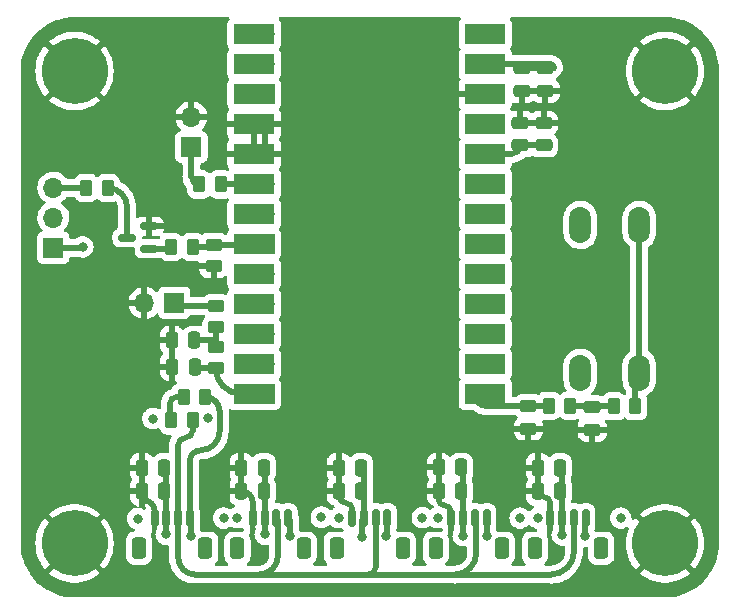
<source format=gbr>
%TF.GenerationSoftware,KiCad,Pcbnew,(6.0.9)*%
%TF.CreationDate,2022-11-23T22:08:25-07:00*%
%TF.ProjectId,AQM,41514d2e-6b69-4636-9164-5f7063625858,rev?*%
%TF.SameCoordinates,Original*%
%TF.FileFunction,Copper,L1,Top*%
%TF.FilePolarity,Positive*%
%FSLAX46Y46*%
G04 Gerber Fmt 4.6, Leading zero omitted, Abs format (unit mm)*
G04 Created by KiCad (PCBNEW (6.0.9)) date 2022-11-23 22:08:25*
%MOMM*%
%LPD*%
G01*
G04 APERTURE LIST*
G04 Aperture macros list*
%AMRoundRect*
0 Rectangle with rounded corners*
0 $1 Rounding radius*
0 $2 $3 $4 $5 $6 $7 $8 $9 X,Y pos of 4 corners*
0 Add a 4 corners polygon primitive as box body*
4,1,4,$2,$3,$4,$5,$6,$7,$8,$9,$2,$3,0*
0 Add four circle primitives for the rounded corners*
1,1,$1+$1,$2,$3*
1,1,$1+$1,$4,$5*
1,1,$1+$1,$6,$7*
1,1,$1+$1,$8,$9*
0 Add four rect primitives between the rounded corners*
20,1,$1+$1,$2,$3,$4,$5,0*
20,1,$1+$1,$4,$5,$6,$7,0*
20,1,$1+$1,$6,$7,$8,$9,0*
20,1,$1+$1,$8,$9,$2,$3,0*%
G04 Aperture macros list end*
%TA.AperFunction,SMDPad,CuDef*%
%ADD10RoundRect,0.250000X0.250000X0.475000X-0.250000X0.475000X-0.250000X-0.475000X0.250000X-0.475000X0*%
%TD*%
%TA.AperFunction,ComponentPad*%
%ADD11C,5.600000*%
%TD*%
%TA.AperFunction,SMDPad,CuDef*%
%ADD12RoundRect,0.250000X0.475000X-0.250000X0.475000X0.250000X-0.475000X0.250000X-0.475000X-0.250000X0*%
%TD*%
%TA.AperFunction,SMDPad,CuDef*%
%ADD13RoundRect,0.250000X0.350000X0.650000X-0.350000X0.650000X-0.350000X-0.650000X0.350000X-0.650000X0*%
%TD*%
%TA.AperFunction,SMDPad,CuDef*%
%ADD14RoundRect,0.150000X0.150000X0.625000X-0.150000X0.625000X-0.150000X-0.625000X0.150000X-0.625000X0*%
%TD*%
%TA.AperFunction,SMDPad,CuDef*%
%ADD15RoundRect,0.250000X-0.262500X-0.450000X0.262500X-0.450000X0.262500X0.450000X-0.262500X0.450000X0*%
%TD*%
%TA.AperFunction,SMDPad,CuDef*%
%ADD16RoundRect,0.250000X-0.475000X0.250000X-0.475000X-0.250000X0.475000X-0.250000X0.475000X0.250000X0*%
%TD*%
%TA.AperFunction,ComponentPad*%
%ADD17O,1.700000X1.700000*%
%TD*%
%TA.AperFunction,SMDPad,CuDef*%
%ADD18R,3.500000X1.700000*%
%TD*%
%TA.AperFunction,ComponentPad*%
%ADD19R,1.700000X1.700000*%
%TD*%
%TA.AperFunction,SMDPad,CuDef*%
%ADD20RoundRect,0.250000X0.450000X-0.262500X0.450000X0.262500X-0.450000X0.262500X-0.450000X-0.262500X0*%
%TD*%
%TA.AperFunction,SMDPad,CuDef*%
%ADD21RoundRect,0.250000X0.262500X0.450000X-0.262500X0.450000X-0.262500X-0.450000X0.262500X-0.450000X0*%
%TD*%
%TA.AperFunction,ComponentPad*%
%ADD22O,1.850000X3.048000*%
%TD*%
%TA.AperFunction,SMDPad,CuDef*%
%ADD23RoundRect,0.150000X0.587500X0.150000X-0.587500X0.150000X-0.587500X-0.150000X0.587500X-0.150000X0*%
%TD*%
%TA.AperFunction,ViaPad*%
%ADD24C,0.800000*%
%TD*%
%TA.AperFunction,Conductor*%
%ADD25C,0.500000*%
%TD*%
G04 APERTURE END LIST*
D10*
%TO.P,C17,2*%
%TO.N,GND*%
X126941200Y-117252800D03*
%TO.P,C17,1*%
%TO.N,Net-(U1-Pad13)*%
X128841200Y-117252800D03*
%TD*%
%TO.P,C7,2*%
%TO.N,GND*%
X157888600Y-125812600D03*
%TO.P,C7,1*%
%TO.N,Net-(C7-Pad1)*%
X159788600Y-125812600D03*
%TD*%
D11*
%TO.P,H3,1,1*%
%TO.N,GND*%
X168675000Y-132225000D03*
%TD*%
D12*
%TO.P,C1,2*%
%TO.N,GND*%
X156425000Y-96625000D03*
%TO.P,C1,1*%
%TO.N,+3V3*%
X156425000Y-98525000D03*
%TD*%
D13*
%TO.P,J1,MP*%
%TO.N,N/C*%
X157675000Y-132625000D03*
X163275000Y-132625000D03*
D14*
%TO.P,J1,4,Pin_4*%
%TO.N,GND*%
X158975000Y-130100000D03*
%TO.P,J1,3,Pin_3*%
%TO.N,Net-(C7-Pad1)*%
X159975000Y-130100000D03*
%TO.P,J1,2,Pin_2*%
%TO.N,/I2C/I2C.SDA*%
X160975000Y-130100000D03*
%TO.P,J1,1,Pin_1*%
%TO.N,/I2C/I2C.SCL*%
X161975000Y-130100000D03*
%TD*%
D13*
%TO.P,J5,MP*%
%TO.N,N/C*%
X154875000Y-132625000D03*
X149275000Y-132625000D03*
D14*
%TO.P,J5,4,Pin_4*%
%TO.N,GND*%
X150575000Y-130100000D03*
%TO.P,J5,3,Pin_3*%
%TO.N,Net-(C13-Pad1)*%
X151575000Y-130100000D03*
%TO.P,J5,2,Pin_2*%
%TO.N,/I2C/I2C.SDA*%
X152575000Y-130100000D03*
%TO.P,J5,1,Pin_1*%
%TO.N,/I2C/I2C.SCL*%
X153575000Y-130100000D03*
%TD*%
D10*
%TO.P,C10,2*%
%TO.N,GND*%
X141038200Y-127793800D03*
%TO.P,C10,1*%
%TO.N,Net-(C10-Pad1)*%
X142938200Y-127793800D03*
%TD*%
D15*
%TO.P,R4,2*%
%TO.N,/I2C/I2C.SDA*%
X128676700Y-121799400D03*
%TO.P,R4,1*%
%TO.N,Net-(JP3-Pad2)*%
X126851700Y-121799400D03*
%TD*%
D11*
%TO.P,H4,1,1*%
%TO.N,GND*%
X118675000Y-132225000D03*
%TD*%
D13*
%TO.P,J2,MP*%
%TO.N,N/C*%
X146475000Y-132625000D03*
X140875000Y-132625000D03*
D14*
%TO.P,J2,4,Pin_4*%
%TO.N,GND*%
X142175000Y-130100000D03*
%TO.P,J2,3,Pin_3*%
%TO.N,Net-(C10-Pad1)*%
X143175000Y-130100000D03*
%TO.P,J2,2,Pin_2*%
%TO.N,/I2C/I2C.SDA*%
X144175000Y-130100000D03*
%TO.P,J2,1,Pin_1*%
%TO.N,/I2C/I2C.SCL*%
X145175000Y-130100000D03*
%TD*%
D16*
%TO.P,C6,2*%
%TO.N,GND*%
X162500000Y-122600000D03*
%TO.P,C6,1*%
%TO.N,Net-(C6-Pad1)*%
X162500000Y-120700000D03*
%TD*%
D10*
%TO.P,C11,2*%
%TO.N,GND*%
X124375800Y-127793800D03*
%TO.P,C11,1*%
%TO.N,Net-(C11-Pad1)*%
X126275800Y-127793800D03*
%TD*%
%TO.P,C18,2*%
%TO.N,GND*%
X126925000Y-115025000D03*
%TO.P,C18,1*%
%TO.N,Net-(C18-Pad1)*%
X128825000Y-115025000D03*
%TD*%
D13*
%TO.P,J3,MP*%
%TO.N,N/C*%
X129750000Y-132625000D03*
X124150000Y-132625000D03*
D14*
%TO.P,J3,4,Pin_4*%
%TO.N,GND*%
X125450000Y-130100000D03*
%TO.P,J3,3,Pin_3*%
%TO.N,Net-(C11-Pad1)*%
X126450000Y-130100000D03*
%TO.P,J3,2,Pin_2*%
%TO.N,/I2C/I2C.SDA*%
X127450000Y-130100000D03*
%TO.P,J3,1,Pin_1*%
%TO.N,/I2C/I2C.SCL*%
X128450000Y-130100000D03*
%TD*%
D17*
%TO.P,U1,26,D-*%
%TO.N,unconnected-(U1-Pad26)*%
X152565000Y-89079400D03*
D18*
X153465000Y-89079400D03*
%TO.P,U1,25,VBUS*%
%TO.N,VBUS*%
X153465000Y-91619400D03*
D17*
X152565000Y-91619400D03*
D19*
%TO.P,U1,24,GND*%
%TO.N,GND*%
X152565000Y-94159400D03*
D18*
X153465000Y-94159400D03*
%TO.P,U1,23,RST*%
%TO.N,unconnected-(U1-Pad23)*%
X153465000Y-96699400D03*
D17*
X152565000Y-96699400D03*
D18*
%TO.P,U1,22,3V3*%
%TO.N,+3V3*%
X153465000Y-99239400D03*
D17*
X152565000Y-99239400D03*
%TO.P,U1,21,A3*%
%TO.N,unconnected-(U1-Pad21)*%
X152565000Y-101779400D03*
D18*
X153465000Y-101779400D03*
D17*
%TO.P,U1,20,A2*%
%TO.N,unconnected-(U1-Pad20)*%
X152565000Y-104319400D03*
D18*
X153465000Y-104319400D03*
%TO.P,U1,19,A1*%
%TO.N,unconnected-(U1-Pad19)*%
X153465000Y-106859400D03*
D19*
X152565000Y-106859400D03*
D17*
%TO.P,U1,18,A0*%
%TO.N,unconnected-(U1-Pad18)*%
X152565000Y-109399400D03*
D18*
X153465000Y-109399400D03*
D17*
%TO.P,U1,17,SCLK*%
%TO.N,unconnected-(U1-Pad17)*%
X152565000Y-111939400D03*
D18*
X153465000Y-111939400D03*
%TO.P,U1,16,MISO*%
%TO.N,unconnected-(U1-Pad16)*%
X153465000Y-114479400D03*
D17*
X152565000Y-114479400D03*
%TO.P,U1,15,MOSI*%
%TO.N,unconnected-(U1-Pad15)*%
X152565000Y-117019400D03*
D18*
X153465000Y-117019400D03*
D19*
%TO.P,U1,14,D10*%
%TO.N,Net-(C5-Pad1)*%
X152565000Y-119559400D03*
D18*
X153465000Y-119559400D03*
D19*
%TO.P,U1,13,D9*%
%TO.N,Net-(U1-Pad13)*%
X134785000Y-119559400D03*
D18*
X133885000Y-119559400D03*
D17*
%TO.P,U1,12,D8*%
%TO.N,unconnected-(U1-Pad12)*%
X134785000Y-117019400D03*
D18*
X133885000Y-117019400D03*
%TO.P,U1,11,D7*%
%TO.N,unconnected-(U1-Pad11)*%
X133885000Y-114479400D03*
D17*
X134785000Y-114479400D03*
%TO.P,U1,10,D6*%
%TO.N,unconnected-(U1-Pad10)*%
X134785000Y-111939400D03*
D18*
X133885000Y-111939400D03*
%TO.P,U1,9,D5*%
%TO.N,unconnected-(U1-Pad9)*%
X133885000Y-109399400D03*
D17*
X134785000Y-109399400D03*
D19*
%TO.P,U1,8,D4*%
%TO.N,Net-(R6-Pad2)*%
X134785000Y-106859400D03*
D18*
X133885000Y-106859400D03*
D17*
%TO.P,U1,7,D3*%
%TO.N,Net-(U1-Pad7)*%
X134785000Y-104319400D03*
D18*
X133885000Y-104319400D03*
D17*
%TO.P,U1,6,D2*%
%TO.N,Net-(R1-Pad1)*%
X134785000Y-101779400D03*
D18*
X133885000Y-101779400D03*
%TO.P,U1,5,GND*%
%TO.N,GND*%
X133885000Y-99239400D03*
D17*
X134785000Y-99239400D03*
D18*
%TO.P,U1,4,GND*%
X133885000Y-96699400D03*
D17*
X134785000Y-96699400D03*
D19*
%TO.P,U1,3,RX*%
%TO.N,unconnected-(U1-Pad3)*%
X134785000Y-94159400D03*
D18*
X133885000Y-94159400D03*
%TO.P,U1,2,TX*%
%TO.N,unconnected-(U1-Pad2)*%
X133885000Y-91619400D03*
D17*
X134785000Y-91619400D03*
%TO.P,U1,1,D+*%
%TO.N,unconnected-(U1-Pad1)*%
X134785000Y-89079400D03*
D18*
X133885000Y-89079400D03*
%TD*%
D20*
%TO.P,R6,2*%
%TO.N,Net-(R6-Pad2)*%
X130455000Y-106932500D03*
%TO.P,R6,1*%
%TO.N,GND*%
X130455000Y-108757500D03*
%TD*%
D15*
%TO.P,R2,2*%
%TO.N,Net-(C6-Pad1)*%
X160662500Y-120575000D03*
%TO.P,R2,1*%
%TO.N,Net-(C5-Pad1)*%
X158837500Y-120575000D03*
%TD*%
D10*
%TO.P,C14,2*%
%TO.N,GND*%
X124375800Y-125812600D03*
%TO.P,C14,1*%
%TO.N,Net-(C11-Pad1)*%
X126275800Y-125812600D03*
%TD*%
D12*
%TO.P,C2,2*%
%TO.N,GND*%
X158400000Y-96625000D03*
%TO.P,C2,1*%
%TO.N,+3V3*%
X158400000Y-98525000D03*
%TD*%
D17*
%TO.P,J7,2,Pin_2*%
%TO.N,GND*%
X128577400Y-96125400D03*
D19*
%TO.P,J7,1,Pin_1*%
%TO.N,Net-(R1-Pad2)*%
X128577400Y-98665400D03*
%TD*%
D11*
%TO.P,H1,1,1*%
%TO.N,GND*%
X118675000Y-92225000D03*
%TD*%
D10*
%TO.P,C12,2*%
%TO.N,GND*%
X132808600Y-127793800D03*
%TO.P,C12,1*%
%TO.N,Net-(C12-Pad1)*%
X134708600Y-127793800D03*
%TD*%
D13*
%TO.P,J4,MP*%
%TO.N,N/C*%
X138075000Y-132625000D03*
X132475000Y-132625000D03*
D14*
%TO.P,J4,4,Pin_4*%
%TO.N,GND*%
X133775000Y-130100000D03*
%TO.P,J4,3,Pin_3*%
%TO.N,Net-(C12-Pad1)*%
X134775000Y-130100000D03*
%TO.P,J4,2,Pin_2*%
%TO.N,/I2C/I2C.SDA*%
X135775000Y-130100000D03*
%TO.P,J4,1,Pin_1*%
%TO.N,/I2C/I2C.SCL*%
X136775000Y-130100000D03*
%TD*%
D20*
%TO.P,R10,2*%
%TO.N,Net-(J8-Pad1)*%
X130675000Y-112112500D03*
%TO.P,R10,1*%
%TO.N,Net-(C18-Pad1)*%
X130675000Y-113937500D03*
%TD*%
D16*
%TO.P,C5,2*%
%TO.N,GND*%
X157100000Y-122500000D03*
%TO.P,C5,1*%
%TO.N,Net-(C5-Pad1)*%
X157100000Y-120600000D03*
%TD*%
D11*
%TO.P,H2,1,1*%
%TO.N,GND*%
X168675000Y-92225000D03*
%TD*%
D20*
%TO.P,R9,2*%
%TO.N,Net-(C18-Pad1)*%
X130634400Y-115578300D03*
%TO.P,R9,1*%
%TO.N,Net-(U1-Pad13)*%
X130634400Y-117403300D03*
%TD*%
D10*
%TO.P,C8,2*%
%TO.N,GND*%
X141038200Y-125812600D03*
%TO.P,C8,1*%
%TO.N,Net-(C10-Pad1)*%
X142938200Y-125812600D03*
%TD*%
%TO.P,C9,2*%
%TO.N,GND*%
X157903800Y-127793800D03*
%TO.P,C9,1*%
%TO.N,Net-(C7-Pad1)*%
X159803800Y-127793800D03*
%TD*%
D21*
%TO.P,R7,2*%
%TO.N,Net-(Q1-Pad1)*%
X126862500Y-107125000D03*
%TO.P,R7,1*%
%TO.N,Net-(R6-Pad2)*%
X128687500Y-107125000D03*
%TD*%
D17*
%TO.P,J8,2,Pin_2*%
%TO.N,GND*%
X124585000Y-111850000D03*
D19*
%TO.P,J8,1,Pin_1*%
%TO.N,Net-(J8-Pad1)*%
X127125000Y-111850000D03*
%TD*%
D17*
%TO.P,J6,3,Pin_3*%
%TO.N,Net-(R8-Pad2)*%
X116885000Y-102095000D03*
%TO.P,J6,2,Pin_2*%
%TO.N,VBUS*%
X116885000Y-104635000D03*
D19*
%TO.P,J6,1,Pin_1*%
%TO.N,Net-(U1-Pad7)*%
X116885000Y-107175000D03*
%TD*%
D22*
%TO.P,SW1,2,2*%
%TO.N,+3V3*%
X161500000Y-105260000D03*
X161500000Y-117760000D03*
%TO.P,SW1,1,1*%
%TO.N,Net-(R3-Pad2)*%
X166500000Y-117760000D03*
X166500000Y-105260000D03*
%TD*%
D10*
%TO.P,C13,2*%
%TO.N,GND*%
X149521800Y-127793800D03*
%TO.P,C13,1*%
%TO.N,Net-(C13-Pad1)*%
X151421800Y-127793800D03*
%TD*%
D21*
%TO.P,R8,2*%
%TO.N,Net-(R8-Pad2)*%
X119662500Y-102125000D03*
%TO.P,R8,1*%
%TO.N,Net-(Q1-Pad3)*%
X121487500Y-102125000D03*
%TD*%
D10*
%TO.P,C15,2*%
%TO.N,GND*%
X132808600Y-125812600D03*
%TO.P,C15,1*%
%TO.N,Net-(C12-Pad1)*%
X134708600Y-125812600D03*
%TD*%
D23*
%TO.P,Q1,3,D*%
%TO.N,Net-(Q1-Pad3)*%
X123137500Y-106325000D03*
%TO.P,Q1,2,S*%
%TO.N,GND*%
X125012500Y-105375000D03*
%TO.P,Q1,1,G*%
%TO.N,Net-(Q1-Pad1)*%
X125012500Y-107275000D03*
%TD*%
D15*
%TO.P,R5,2*%
%TO.N,/I2C/I2C.SCL*%
X129743500Y-119818200D03*
%TO.P,R5,1*%
%TO.N,Net-(JP3-Pad2)*%
X127918500Y-119818200D03*
%TD*%
D21*
%TO.P,R1,2*%
%TO.N,Net-(R1-Pad2)*%
X129225000Y-101825000D03*
%TO.P,R1,1*%
%TO.N,Net-(R1-Pad1)*%
X131050000Y-101825000D03*
%TD*%
D10*
%TO.P,C16,2*%
%TO.N,GND*%
X149521800Y-125793800D03*
%TO.P,C16,1*%
%TO.N,Net-(C13-Pad1)*%
X151421800Y-125793800D03*
%TD*%
D16*
%TO.P,C3,2*%
%TO.N,GND*%
X156525000Y-93900000D03*
%TO.P,C3,1*%
%TO.N,VBUS*%
X156525000Y-92000000D03*
%TD*%
D15*
%TO.P,R3,2*%
%TO.N,Net-(R3-Pad2)*%
X166162500Y-120600000D03*
%TO.P,R3,1*%
%TO.N,Net-(C6-Pad1)*%
X164337500Y-120600000D03*
%TD*%
D16*
%TO.P,C4,2*%
%TO.N,GND*%
X158525000Y-93905000D03*
%TO.P,C4,1*%
%TO.N,VBUS*%
X158525000Y-92005000D03*
%TD*%
D24*
%TO.N,+3V3*%
X149425000Y-130050000D03*
X157925000Y-130075000D03*
X132475000Y-130050000D03*
X129948600Y-121596200D03*
X124025000Y-130125000D03*
X141050000Y-130050000D03*
%TO.N,VBUS*%
X139575000Y-130000000D03*
X131300000Y-130075000D03*
X156400000Y-130075000D03*
X148125000Y-130050000D03*
X125325800Y-121647000D03*
X164925000Y-130075000D03*
%TO.N,Net-(C7-Pad1)*%
X159971400Y-131502200D03*
%TO.N,Net-(C12-Pad1)*%
X134825400Y-131451400D03*
%TO.N,Net-(C10-Pad1)*%
X143055000Y-131654600D03*
%TO.N,Net-(C11-Pad1)*%
X126443400Y-131451400D03*
%TO.N,Net-(U1-Pad7)*%
X119375000Y-107125000D03*
%TO.N,Net-(C13-Pad1)*%
X151589400Y-131553000D03*
%TO.N,/I2C/I2C.SCL*%
X161901800Y-131603800D03*
X153621400Y-131603800D03*
X128526200Y-131603800D03*
X136959000Y-131603800D03*
X145087000Y-131603800D03*
%TD*%
D25*
%TO.N,+3V3*%
X152565000Y-99239400D02*
X155710600Y-99239400D01*
X156425000Y-98525000D02*
X158400000Y-98525000D01*
X156425000Y-98525000D02*
G75*
G02*
X155710600Y-99239400I-714400J0D01*
G01*
%TO.N,GND*%
X149521800Y-128571000D02*
X149521800Y-127793800D01*
X141038200Y-128113800D02*
X141038200Y-127793800D01*
X142175000Y-130100000D02*
X142175000Y-129250600D01*
X124375800Y-128367800D02*
X124375800Y-127793800D01*
X133775000Y-130100000D02*
X133775000Y-128760200D01*
X158975000Y-130100000D02*
X158975000Y-128829400D01*
X125450000Y-130100000D02*
X125450000Y-129442000D01*
X150575000Y-130100000D02*
X150575000Y-129624200D01*
X132808600Y-127793800D02*
G75*
G02*
X133775000Y-128760200I0J-966400D01*
G01*
X141785000Y-128860600D02*
G75*
G02*
X142175000Y-129250600I0J-390000D01*
G01*
X124614600Y-128606600D02*
G75*
G02*
X125450000Y-129442000I0J-835400D01*
G01*
X149521800Y-128571000D02*
G75*
G03*
X149913000Y-128962200I391200J0D01*
G01*
X158447400Y-128301800D02*
G75*
G02*
X158975000Y-128829400I0J-527600D01*
G01*
X141038200Y-128113800D02*
G75*
G03*
X141785000Y-128860600I746800J0D01*
G01*
X124375800Y-128367800D02*
G75*
G03*
X124614600Y-128606600I238800J0D01*
G01*
X149913000Y-128962200D02*
G75*
G02*
X150575000Y-129624200I0J-662000D01*
G01*
%TO.N,VBUS*%
X156525000Y-92000000D02*
X158520000Y-92000000D01*
X159220000Y-92005000D02*
X158525000Y-92005000D01*
X152565000Y-91619400D02*
X158944400Y-91619400D01*
X158525000Y-92005000D02*
G75*
G03*
X158520000Y-92000000I-5000J0D01*
G01*
X159275000Y-91950000D02*
G75*
G03*
X158944400Y-91619400I-330600J0D01*
G01*
X159220000Y-92005000D02*
G75*
G03*
X159275000Y-91950000I0J55000D01*
G01*
%TO.N,Net-(C7-Pad1)*%
X159975000Y-130100000D02*
X159975000Y-131498600D01*
X159975000Y-130100000D02*
X159975000Y-125999000D01*
X159788600Y-125812600D02*
G75*
G02*
X159975000Y-125999000I0J-186400D01*
G01*
X159971400Y-131502200D02*
G75*
G03*
X159975000Y-131498600I0J3600D01*
G01*
%TO.N,Net-(C12-Pad1)*%
X134775000Y-130100000D02*
X134775000Y-125879000D01*
X134775000Y-130100000D02*
X134775000Y-131401000D01*
X134708600Y-125812600D02*
G75*
G02*
X134775000Y-125879000I0J-66400D01*
G01*
X134825400Y-131451400D02*
G75*
G02*
X134775000Y-131401000I0J50400D01*
G01*
%TO.N,Net-(C10-Pad1)*%
X143175000Y-130100000D02*
X143175000Y-126049400D01*
X143055000Y-131654600D02*
X143055000Y-130220000D01*
X143175000Y-130100000D02*
G75*
G03*
X143055000Y-130220000I0J-120000D01*
G01*
X142938200Y-125812600D02*
G75*
G02*
X143175000Y-126049400I0J-236800D01*
G01*
%TO.N,Net-(C11-Pad1)*%
X126450000Y-130100000D02*
X126450000Y-125986800D01*
X126450000Y-130100000D02*
X126450000Y-131444800D01*
X126275800Y-125812600D02*
G75*
G02*
X126450000Y-125986800I0J-174200D01*
G01*
X126443400Y-131451400D02*
G75*
G03*
X126450000Y-131444800I0J6600D01*
G01*
%TO.N,Net-(C5-Pad1)*%
X157100000Y-120600000D02*
X158812500Y-120600000D01*
X153605600Y-120600000D02*
X157100000Y-120600000D01*
X158837500Y-120575000D02*
G75*
G02*
X158812500Y-120600000I-25000J0D01*
G01*
X153605600Y-120600000D02*
G75*
G02*
X152565000Y-119559400I0J1040600D01*
G01*
%TO.N,Net-(U1-Pad13)*%
X130634400Y-117403300D02*
X128991700Y-117403300D01*
X134785000Y-119559400D02*
X132790500Y-119559400D01*
X130634400Y-117403300D02*
G75*
G03*
X132790500Y-119559400I2156100J0D01*
G01*
X128841200Y-117252800D02*
G75*
G03*
X128991700Y-117403300I150500J0D01*
G01*
%TO.N,Net-(C18-Pad1)*%
X128825000Y-115025000D02*
X130393800Y-115025000D01*
X130634400Y-114784400D02*
X130634400Y-113978100D01*
X130634400Y-115578300D02*
X130634400Y-114784400D01*
X130634400Y-114784400D02*
G75*
G02*
X130393800Y-115025000I-240600J0D01*
G01*
X130675000Y-113937500D02*
G75*
G03*
X130634400Y-113978100I0J-40600D01*
G01*
%TO.N,Net-(Q1-Pad1)*%
X125012500Y-107275000D02*
X126712500Y-107275000D01*
X126862500Y-107125000D02*
G75*
G02*
X126712500Y-107275000I-150000J0D01*
G01*
%TO.N,Net-(U1-Pad7)*%
X116885000Y-107175000D02*
X119325000Y-107175000D01*
X119375000Y-107125000D02*
G75*
G02*
X119325000Y-107175000I-50000J0D01*
G01*
%TO.N,Net-(R8-Pad2)*%
X116885000Y-102095000D02*
X119632500Y-102095000D01*
X119662500Y-102125000D02*
G75*
G03*
X119632500Y-102095000I-30000J0D01*
G01*
%TO.N,Net-(C6-Pad1)*%
X160662500Y-120575000D02*
X164312500Y-120575000D01*
X164337500Y-120600000D02*
G75*
G03*
X164312500Y-120575000I-25000J0D01*
G01*
%TO.N,Net-(C13-Pad1)*%
X151575000Y-130100000D02*
X151575000Y-131538600D01*
X151575000Y-130100000D02*
X151575000Y-125947000D01*
X151589400Y-131553000D02*
G75*
G02*
X151575000Y-131538600I0J14400D01*
G01*
X151421800Y-125793800D02*
G75*
G02*
X151575000Y-125947000I0J-153200D01*
G01*
%TO.N,/I2C/I2C.SDA*%
X135891577Y-130216577D02*
X135775000Y-130100000D01*
X127450000Y-123891600D02*
X127450000Y-130100000D01*
X132285400Y-134855000D02*
X134317400Y-134855000D01*
X160975000Y-132886200D02*
X160975000Y-130100000D01*
X128676700Y-121799400D02*
X128676700Y-122664900D01*
X149709800Y-134855000D02*
X150878200Y-134855000D01*
X134317400Y-134855000D02*
X143563000Y-134855000D01*
X128881800Y-134855000D02*
X132285400Y-134855000D01*
X152698329Y-130223329D02*
X152575000Y-130100000D01*
X127450000Y-130100000D02*
X127450000Y-133423200D01*
X135891577Y-133280823D02*
X135891577Y-130216577D01*
X150878200Y-134855000D02*
X159006200Y-134855000D01*
X152698329Y-133034871D02*
X152698329Y-130223329D01*
X144175000Y-134243000D02*
X144175000Y-130100000D01*
X143563000Y-134855000D02*
X149709800Y-134855000D01*
X160975000Y-132886200D02*
G75*
G02*
X159006200Y-134855000I-1968800J0D01*
G01*
X128881800Y-134855000D02*
G75*
G02*
X127459400Y-133432600I0J1422400D01*
G01*
X135891600Y-133280823D02*
G75*
G02*
X134317400Y-134855000I-1574200J23D01*
G01*
X128069000Y-123272600D02*
G75*
G03*
X128676700Y-122664900I0J607700D01*
G01*
X144175000Y-134243000D02*
G75*
G02*
X143563000Y-134855000I-612000J0D01*
G01*
X127459400Y-133432600D02*
G75*
G02*
X127450000Y-133423200I0J9400D01*
G01*
X152698300Y-133034871D02*
G75*
G02*
X150878200Y-134855000I-1820100J-29D01*
G01*
X127450000Y-123891600D02*
G75*
G02*
X128069000Y-123272600I619000J0D01*
G01*
%TO.N,/I2C/I2C.SCL*%
X136959000Y-131603800D02*
X136959000Y-130284000D01*
X161901800Y-131603800D02*
X161901800Y-130173200D01*
X128526200Y-131603800D02*
X128526200Y-130176200D01*
X145175000Y-130100000D02*
X145175000Y-131515800D01*
X128450000Y-130100000D02*
X128450000Y-125228400D01*
X130964600Y-122713800D02*
X130964600Y-121037400D01*
X153621400Y-131603800D02*
X153621400Y-130146400D01*
X129745400Y-119818200D02*
X129743500Y-119818200D01*
X130964600Y-122713800D02*
G75*
G02*
X129339000Y-124339400I-1625600J0D01*
G01*
X128450000Y-130100000D02*
G75*
G02*
X128526200Y-130176200I0J-76200D01*
G01*
X136775000Y-130100000D02*
G75*
G02*
X136959000Y-130284000I0J-184000D01*
G01*
X161975000Y-130100000D02*
G75*
G03*
X161901800Y-130173200I0J-73200D01*
G01*
X129339000Y-124339400D02*
G75*
G03*
X128450000Y-125228400I0J-889000D01*
G01*
X153575000Y-130100000D02*
G75*
G02*
X153621400Y-130146400I0J-46400D01*
G01*
X145087000Y-131603800D02*
G75*
G03*
X145175000Y-131515800I0J88000D01*
G01*
X129745400Y-119818200D02*
G75*
G02*
X130964600Y-121037400I0J-1219200D01*
G01*
%TO.N,Net-(R3-Pad2)*%
X166500000Y-105260000D02*
X166500000Y-117760000D01*
X166162500Y-120600000D02*
X166162500Y-118097500D01*
X166500000Y-117760000D02*
G75*
G03*
X166162500Y-118097500I0J-337500D01*
G01*
%TO.N,Net-(R1-Pad2)*%
X128577400Y-101177400D02*
X128577400Y-98665400D01*
X128577400Y-101177400D02*
G75*
G03*
X129225000Y-101825000I647600J0D01*
G01*
%TO.N,Net-(J8-Pad1)*%
X130675000Y-112112500D02*
X127387500Y-112112500D01*
X127125000Y-111850000D02*
G75*
G03*
X127387500Y-112112500I262500J0D01*
G01*
%TO.N,Net-(JP3-Pad2)*%
X126748200Y-120377000D02*
X126748200Y-121695900D01*
X127918500Y-119818200D02*
X127307000Y-119818200D01*
X126748200Y-120377000D02*
G75*
G02*
X127307000Y-119818200I558800J0D01*
G01*
X126851700Y-121799400D02*
G75*
G02*
X126748200Y-121695900I0J103500D01*
G01*
%TO.N,Net-(Q1-Pad3)*%
X123137500Y-103775000D02*
X123137500Y-106325000D01*
X123137500Y-103775000D02*
G75*
G03*
X121487500Y-102125000I-1650000J0D01*
G01*
%TO.N,Net-(R1-Pad1)*%
X134785000Y-101779400D02*
X131095600Y-101779400D01*
X131050000Y-101825000D02*
G75*
G02*
X131095600Y-101779400I45600J0D01*
G01*
%TO.N,Net-(R6-Pad2)*%
X128687500Y-107125000D02*
X130262500Y-107125000D01*
X130455000Y-106932500D02*
X134711900Y-106932500D01*
X130455000Y-106932500D02*
G75*
G02*
X130262500Y-107125000I-192500J0D01*
G01*
X134785000Y-106859400D02*
G75*
G02*
X134711900Y-106932500I-73100J0D01*
G01*
%TD*%
%TA.AperFunction,Conductor*%
%TO.N,GND*%
G36*
X131745108Y-87678502D02*
G01*
X131791601Y-87732158D01*
X131801705Y-87802432D01*
X131773063Y-87865147D01*
X131771739Y-87866139D01*
X131684385Y-87982695D01*
X131633255Y-88119084D01*
X131626500Y-88181266D01*
X131626500Y-89977534D01*
X131633255Y-90039716D01*
X131684385Y-90176105D01*
X131757630Y-90273835D01*
X131782478Y-90340341D01*
X131767425Y-90409724D01*
X131757632Y-90424962D01*
X131684385Y-90522695D01*
X131633255Y-90659084D01*
X131626500Y-90721266D01*
X131626500Y-92517534D01*
X131633255Y-92579716D01*
X131684385Y-92716105D01*
X131757630Y-92813835D01*
X131782478Y-92880341D01*
X131767425Y-92949724D01*
X131757632Y-92964962D01*
X131684385Y-93062695D01*
X131633255Y-93199084D01*
X131626500Y-93261266D01*
X131626500Y-95057534D01*
X131633255Y-95119716D01*
X131684385Y-95256105D01*
X131689771Y-95263291D01*
X131757942Y-95354252D01*
X131782790Y-95420758D01*
X131767737Y-95490141D01*
X131757942Y-95505382D01*
X131690214Y-95595751D01*
X131681676Y-95611346D01*
X131636522Y-95731794D01*
X131632895Y-95747049D01*
X131627369Y-95797914D01*
X131627000Y-95804728D01*
X131627000Y-96427285D01*
X131631475Y-96442524D01*
X131632865Y-96443729D01*
X131640548Y-96445400D01*
X136124884Y-96445400D01*
X136140123Y-96440925D01*
X136141328Y-96439535D01*
X136142999Y-96431852D01*
X136142999Y-95804731D01*
X136142629Y-95797910D01*
X136137105Y-95747048D01*
X136133479Y-95731796D01*
X136088324Y-95611346D01*
X136079786Y-95595751D01*
X136012058Y-95505382D01*
X135987210Y-95438875D01*
X136002263Y-95369493D01*
X136012058Y-95354252D01*
X136080229Y-95263291D01*
X136085615Y-95256105D01*
X136136745Y-95119716D01*
X136143500Y-95057534D01*
X136143500Y-93261266D01*
X136136745Y-93199084D01*
X136085615Y-93062695D01*
X136012370Y-92964964D01*
X135987522Y-92898459D01*
X136002575Y-92829076D01*
X136012370Y-92813835D01*
X136085615Y-92716105D01*
X136136745Y-92579716D01*
X136143500Y-92517534D01*
X136143500Y-91717256D01*
X136144578Y-91700809D01*
X136146092Y-91689308D01*
X136146529Y-91685990D01*
X136148156Y-91619400D01*
X136143924Y-91567924D01*
X136143500Y-91557600D01*
X136143500Y-90721266D01*
X136136745Y-90659084D01*
X136085615Y-90522695D01*
X136012370Y-90424964D01*
X135987522Y-90358459D01*
X136002575Y-90289076D01*
X136012370Y-90273835D01*
X136085615Y-90176105D01*
X136136745Y-90039716D01*
X136143500Y-89977534D01*
X136143500Y-89177256D01*
X136144578Y-89160809D01*
X136146092Y-89149308D01*
X136146529Y-89145990D01*
X136148156Y-89079400D01*
X136143924Y-89027924D01*
X136143500Y-89017600D01*
X136143500Y-88181266D01*
X136136745Y-88119084D01*
X136085615Y-87982695D01*
X135998261Y-87866139D01*
X135999386Y-87865296D01*
X135969892Y-87811283D01*
X135974957Y-87740468D01*
X136017504Y-87683632D01*
X136084024Y-87658821D01*
X136093013Y-87658500D01*
X151256987Y-87658500D01*
X151325108Y-87678502D01*
X151371601Y-87732158D01*
X151381705Y-87802432D01*
X151353063Y-87865147D01*
X151351739Y-87866139D01*
X151264385Y-87982695D01*
X151213255Y-88119084D01*
X151206500Y-88181266D01*
X151206500Y-88999619D01*
X151205787Y-89013007D01*
X151202251Y-89046095D01*
X151202548Y-89051248D01*
X151202548Y-89051251D01*
X151206291Y-89116163D01*
X151206500Y-89123416D01*
X151206500Y-89977534D01*
X151213255Y-90039716D01*
X151264385Y-90176105D01*
X151337630Y-90273835D01*
X151362478Y-90340341D01*
X151347425Y-90409724D01*
X151337632Y-90424962D01*
X151264385Y-90522695D01*
X151213255Y-90659084D01*
X151206500Y-90721266D01*
X151206500Y-91539619D01*
X151205787Y-91553007D01*
X151202251Y-91586095D01*
X151202548Y-91591248D01*
X151202548Y-91591251D01*
X151206291Y-91656163D01*
X151206500Y-91663416D01*
X151206500Y-92517534D01*
X151213255Y-92579716D01*
X151264385Y-92716105D01*
X151269771Y-92723291D01*
X151337942Y-92814252D01*
X151362790Y-92880758D01*
X151347737Y-92950141D01*
X151337942Y-92965382D01*
X151270214Y-93055751D01*
X151261676Y-93071346D01*
X151216522Y-93191794D01*
X151212895Y-93207049D01*
X151207369Y-93257914D01*
X151207000Y-93264728D01*
X151207000Y-93887285D01*
X151211475Y-93902524D01*
X151212865Y-93903729D01*
X151220548Y-93905400D01*
X153837000Y-93905400D01*
X153905121Y-93925402D01*
X153951614Y-93979058D01*
X153963000Y-94031400D01*
X153963000Y-94287400D01*
X153942998Y-94355521D01*
X153889342Y-94402014D01*
X153837000Y-94413400D01*
X151225116Y-94413400D01*
X151209877Y-94417875D01*
X151208672Y-94419265D01*
X151207001Y-94426948D01*
X151207001Y-95054069D01*
X151207371Y-95060890D01*
X151212895Y-95111752D01*
X151216521Y-95127004D01*
X151261676Y-95247454D01*
X151270214Y-95263049D01*
X151337942Y-95353418D01*
X151362790Y-95419925D01*
X151347737Y-95489307D01*
X151337942Y-95504548D01*
X151264385Y-95602695D01*
X151213255Y-95739084D01*
X151206500Y-95801266D01*
X151206500Y-96619619D01*
X151205787Y-96633007D01*
X151202251Y-96666095D01*
X151202548Y-96671248D01*
X151202548Y-96671251D01*
X151206291Y-96736163D01*
X151206500Y-96743416D01*
X151206500Y-97597534D01*
X151213255Y-97659716D01*
X151264385Y-97796105D01*
X151337630Y-97893835D01*
X151362478Y-97960341D01*
X151347425Y-98029724D01*
X151337632Y-98044962D01*
X151264385Y-98142695D01*
X151213255Y-98279084D01*
X151206500Y-98341266D01*
X151206500Y-99159619D01*
X151205787Y-99173007D01*
X151202251Y-99206095D01*
X151202548Y-99211248D01*
X151202548Y-99211251D01*
X151206291Y-99276163D01*
X151206500Y-99283416D01*
X151206500Y-100137534D01*
X151213255Y-100199716D01*
X151264385Y-100336105D01*
X151332998Y-100427655D01*
X151337630Y-100433835D01*
X151362478Y-100500341D01*
X151347425Y-100569724D01*
X151337632Y-100584962D01*
X151264385Y-100682695D01*
X151213255Y-100819084D01*
X151206500Y-100881266D01*
X151206500Y-101699619D01*
X151205787Y-101713007D01*
X151202251Y-101746095D01*
X151202548Y-101751248D01*
X151202548Y-101751251D01*
X151206291Y-101816163D01*
X151206500Y-101823416D01*
X151206500Y-102677534D01*
X151213255Y-102739716D01*
X151264385Y-102876105D01*
X151333907Y-102968868D01*
X151337630Y-102973835D01*
X151362478Y-103040341D01*
X151347425Y-103109724D01*
X151337632Y-103124962D01*
X151264385Y-103222695D01*
X151213255Y-103359084D01*
X151206500Y-103421266D01*
X151206500Y-104239619D01*
X151205787Y-104253007D01*
X151202251Y-104286095D01*
X151202548Y-104291248D01*
X151202548Y-104291251D01*
X151206291Y-104356163D01*
X151206500Y-104363416D01*
X151206500Y-105217534D01*
X151213255Y-105279716D01*
X151264385Y-105416105D01*
X151285284Y-105443990D01*
X151337630Y-105513835D01*
X151362478Y-105580341D01*
X151347425Y-105649724D01*
X151337632Y-105664962D01*
X151264385Y-105762695D01*
X151213255Y-105899084D01*
X151206500Y-105961266D01*
X151206500Y-107757534D01*
X151213255Y-107819716D01*
X151264385Y-107956105D01*
X151322873Y-108034145D01*
X151337630Y-108053835D01*
X151362478Y-108120341D01*
X151347425Y-108189724D01*
X151337632Y-108204962D01*
X151264385Y-108302695D01*
X151213255Y-108439084D01*
X151206500Y-108501266D01*
X151206500Y-109319619D01*
X151205787Y-109333007D01*
X151202251Y-109366095D01*
X151202548Y-109371248D01*
X151202548Y-109371251D01*
X151206291Y-109436163D01*
X151206500Y-109443416D01*
X151206500Y-110297534D01*
X151213255Y-110359716D01*
X151264385Y-110496105D01*
X151337630Y-110593835D01*
X151362478Y-110660341D01*
X151347425Y-110729724D01*
X151337632Y-110744962D01*
X151264385Y-110842695D01*
X151213255Y-110979084D01*
X151206500Y-111041266D01*
X151206500Y-111859619D01*
X151205787Y-111873007D01*
X151202251Y-111906095D01*
X151202548Y-111911248D01*
X151202548Y-111911251D01*
X151206291Y-111976163D01*
X151206500Y-111983416D01*
X151206500Y-112837534D01*
X151213255Y-112899716D01*
X151264385Y-113036105D01*
X151324588Y-113116433D01*
X151337630Y-113133835D01*
X151362478Y-113200341D01*
X151347425Y-113269724D01*
X151337632Y-113284962D01*
X151264385Y-113382695D01*
X151213255Y-113519084D01*
X151206500Y-113581266D01*
X151206500Y-114399619D01*
X151205787Y-114413007D01*
X151202251Y-114446095D01*
X151202548Y-114451248D01*
X151202548Y-114451251D01*
X151206291Y-114516163D01*
X151206500Y-114523416D01*
X151206500Y-115377534D01*
X151213255Y-115439716D01*
X151264385Y-115576105D01*
X151337630Y-115673835D01*
X151362478Y-115740341D01*
X151347425Y-115809724D01*
X151337632Y-115824962D01*
X151264385Y-115922695D01*
X151213255Y-116059084D01*
X151206500Y-116121266D01*
X151206500Y-116939619D01*
X151205787Y-116953007D01*
X151202251Y-116986095D01*
X151202548Y-116991248D01*
X151202548Y-116991251D01*
X151206291Y-117056163D01*
X151206500Y-117063416D01*
X151206500Y-117917534D01*
X151213255Y-117979716D01*
X151264385Y-118116105D01*
X151317160Y-118186522D01*
X151337630Y-118213835D01*
X151362478Y-118280341D01*
X151347425Y-118349724D01*
X151337632Y-118364962D01*
X151264385Y-118462695D01*
X151213255Y-118599084D01*
X151206500Y-118661266D01*
X151206500Y-120457534D01*
X151213255Y-120519716D01*
X151264385Y-120656105D01*
X151351739Y-120772661D01*
X151468295Y-120860015D01*
X151604684Y-120911145D01*
X151666866Y-120917900D01*
X152378635Y-120917900D01*
X152446756Y-120937902D01*
X152461712Y-120949168D01*
X152504919Y-120987059D01*
X152504925Y-120987064D01*
X152508027Y-120989784D01*
X152511453Y-120992073D01*
X152511458Y-120992077D01*
X152700685Y-121118514D01*
X152704120Y-121120809D01*
X152707823Y-121122635D01*
X152911933Y-121223292D01*
X152911941Y-121223295D01*
X152915637Y-121225118D01*
X152919552Y-121226447D01*
X153135053Y-121299600D01*
X153135056Y-121299601D01*
X153138960Y-121300926D01*
X153292726Y-121331511D01*
X153366223Y-121346131D01*
X153366226Y-121346131D01*
X153370266Y-121346935D01*
X153374377Y-121347204D01*
X153374381Y-121347205D01*
X153492772Y-121354965D01*
X153503476Y-121356127D01*
X153505761Y-121356475D01*
X153511210Y-121357808D01*
X153516812Y-121358156D01*
X153516815Y-121358156D01*
X153520425Y-121358380D01*
X153520435Y-121358380D01*
X153522364Y-121358500D01*
X153542584Y-121358500D01*
X153550804Y-121358769D01*
X153552449Y-121358876D01*
X153561732Y-121359831D01*
X153584287Y-121363001D01*
X153592852Y-121363121D01*
X153601639Y-121363244D01*
X153601645Y-121363244D01*
X153605600Y-121363299D01*
X153641387Y-121359285D01*
X153655431Y-121358500D01*
X156008607Y-121358500D01*
X156076728Y-121378502D01*
X156097625Y-121395327D01*
X156151697Y-121449305D01*
X156156235Y-121452102D01*
X156196824Y-121509353D01*
X156200054Y-121580276D01*
X156164428Y-121641687D01*
X156155932Y-121649062D01*
X156145793Y-121657098D01*
X156031261Y-121771829D01*
X156022249Y-121783240D01*
X155937184Y-121921243D01*
X155931037Y-121934424D01*
X155879862Y-122088710D01*
X155876995Y-122102086D01*
X155867328Y-122196438D01*
X155867000Y-122202855D01*
X155867000Y-122227885D01*
X155871475Y-122243124D01*
X155872865Y-122244329D01*
X155880548Y-122246000D01*
X158314884Y-122246000D01*
X158330123Y-122241525D01*
X158331328Y-122240135D01*
X158332999Y-122232452D01*
X158332999Y-122202905D01*
X158332662Y-122196386D01*
X158322743Y-122100794D01*
X158319850Y-122087397D01*
X158268646Y-121933915D01*
X158266062Y-121862966D01*
X158302246Y-121801882D01*
X158365710Y-121770058D01*
X158414221Y-121770834D01*
X158420139Y-121772797D01*
X158524600Y-121783500D01*
X159150400Y-121783500D01*
X159153646Y-121783163D01*
X159153650Y-121783163D01*
X159249308Y-121773238D01*
X159249312Y-121773237D01*
X159256166Y-121772526D01*
X159262702Y-121770345D01*
X159262704Y-121770345D01*
X159394806Y-121726272D01*
X159423946Y-121716550D01*
X159574348Y-121623478D01*
X159660784Y-121536891D01*
X159723066Y-121502812D01*
X159793886Y-121507815D01*
X159838975Y-121536736D01*
X159850738Y-121548478D01*
X159926697Y-121624305D01*
X159932927Y-121628145D01*
X159932928Y-121628146D01*
X160070090Y-121712694D01*
X160077262Y-121717115D01*
X160117662Y-121730515D01*
X160238611Y-121770632D01*
X160238613Y-121770632D01*
X160245139Y-121772797D01*
X160251975Y-121773497D01*
X160251978Y-121773498D01*
X160295031Y-121777909D01*
X160349600Y-121783500D01*
X160975400Y-121783500D01*
X160978646Y-121783163D01*
X160978650Y-121783163D01*
X161074308Y-121773238D01*
X161074312Y-121773237D01*
X161081166Y-121772526D01*
X161087702Y-121770345D01*
X161087704Y-121770345D01*
X161242002Y-121718867D01*
X161242004Y-121718866D01*
X161248946Y-121716550D01*
X161255170Y-121712699D01*
X161255741Y-121712431D01*
X161325914Y-121701648D01*
X161390777Y-121730515D01*
X161429737Y-121789867D01*
X161430424Y-121860860D01*
X161416450Y-121892649D01*
X161337184Y-122021243D01*
X161331037Y-122034424D01*
X161279862Y-122188710D01*
X161276995Y-122202086D01*
X161267328Y-122296438D01*
X161267000Y-122302855D01*
X161267000Y-122327885D01*
X161271475Y-122343124D01*
X161272865Y-122344329D01*
X161280548Y-122346000D01*
X163714884Y-122346000D01*
X163730123Y-122341525D01*
X163731328Y-122340135D01*
X163732999Y-122332452D01*
X163732999Y-122302905D01*
X163732662Y-122296386D01*
X163722743Y-122200794D01*
X163719851Y-122187400D01*
X163668412Y-122033216D01*
X163662240Y-122020042D01*
X163605225Y-121927907D01*
X163586387Y-121859455D01*
X163607548Y-121791685D01*
X163661989Y-121746114D01*
X163732425Y-121737209D01*
X163751909Y-121743181D01*
X163752262Y-121742115D01*
X163913611Y-121795632D01*
X163913613Y-121795632D01*
X163920139Y-121797797D01*
X163926975Y-121798497D01*
X163926978Y-121798498D01*
X163960008Y-121801882D01*
X164024600Y-121808500D01*
X164650400Y-121808500D01*
X164653646Y-121808163D01*
X164653650Y-121808163D01*
X164749308Y-121798238D01*
X164749312Y-121798237D01*
X164756166Y-121797526D01*
X164762702Y-121795345D01*
X164762704Y-121795345D01*
X164910266Y-121746114D01*
X164923946Y-121741550D01*
X165074348Y-121648478D01*
X165160784Y-121561891D01*
X165223066Y-121527812D01*
X165293886Y-121532815D01*
X165338975Y-121561736D01*
X165374828Y-121597526D01*
X165426697Y-121649305D01*
X165432927Y-121653145D01*
X165432928Y-121653146D01*
X165570090Y-121737694D01*
X165577262Y-121742115D01*
X165589319Y-121746114D01*
X165738611Y-121795632D01*
X165738613Y-121795632D01*
X165745139Y-121797797D01*
X165751975Y-121798497D01*
X165751978Y-121798498D01*
X165785008Y-121801882D01*
X165849600Y-121808500D01*
X166475400Y-121808500D01*
X166478646Y-121808163D01*
X166478650Y-121808163D01*
X166574308Y-121798238D01*
X166574312Y-121798237D01*
X166581166Y-121797526D01*
X166587702Y-121795345D01*
X166587704Y-121795345D01*
X166735266Y-121746114D01*
X166748946Y-121741550D01*
X166899348Y-121648478D01*
X167024305Y-121523303D01*
X167028146Y-121517072D01*
X167113275Y-121378968D01*
X167113276Y-121378966D01*
X167117115Y-121372738D01*
X167172797Y-121204861D01*
X167183500Y-121100400D01*
X167183500Y-120099600D01*
X167183163Y-120096350D01*
X167173238Y-120000692D01*
X167173237Y-120000688D01*
X167172526Y-119993834D01*
X167116550Y-119826054D01*
X167107542Y-119811498D01*
X167088704Y-119743049D01*
X167109864Y-119675279D01*
X167156506Y-119633432D01*
X167186455Y-119617842D01*
X167266496Y-119576175D01*
X167270629Y-119573072D01*
X167270632Y-119573070D01*
X167450865Y-119437747D01*
X167450868Y-119437745D01*
X167455000Y-119434642D01*
X167617857Y-119264223D01*
X167750693Y-119069492D01*
X167756157Y-119057721D01*
X167847764Y-118860372D01*
X167847766Y-118860367D01*
X167849941Y-118855681D01*
X167912935Y-118628532D01*
X167922398Y-118539984D01*
X167933144Y-118439437D01*
X167933144Y-118439429D01*
X167933500Y-118436102D01*
X167933500Y-117101243D01*
X167927048Y-117022765D01*
X167919522Y-116931221D01*
X167919521Y-116931215D01*
X167919098Y-116926070D01*
X167861673Y-116697449D01*
X167767678Y-116481277D01*
X167639640Y-116283359D01*
X167635061Y-116278326D01*
X167484473Y-116112833D01*
X167484471Y-116112832D01*
X167480995Y-116109011D01*
X167476944Y-116105812D01*
X167476940Y-116105808D01*
X167306408Y-115971130D01*
X167265345Y-115913213D01*
X167258500Y-115872248D01*
X167258500Y-107145137D01*
X167278502Y-107077016D01*
X167308847Y-107044377D01*
X167450865Y-106937747D01*
X167450868Y-106937745D01*
X167455000Y-106934642D01*
X167617857Y-106764223D01*
X167750693Y-106569492D01*
X167762546Y-106543958D01*
X167847764Y-106360372D01*
X167847766Y-106360367D01*
X167849941Y-106355681D01*
X167912935Y-106128532D01*
X167919028Y-106071522D01*
X167933144Y-105939437D01*
X167933144Y-105939429D01*
X167933500Y-105936102D01*
X167933500Y-104601243D01*
X167933288Y-104598659D01*
X167919522Y-104431221D01*
X167919521Y-104431215D01*
X167919098Y-104426070D01*
X167861673Y-104197449D01*
X167767678Y-103981277D01*
X167639640Y-103783359D01*
X167633980Y-103777138D01*
X167484473Y-103612833D01*
X167484471Y-103612832D01*
X167480995Y-103609011D01*
X167476944Y-103605812D01*
X167476940Y-103605808D01*
X167300061Y-103466117D01*
X167300057Y-103466115D01*
X167296006Y-103462915D01*
X167089639Y-103348995D01*
X167084770Y-103347271D01*
X167084766Y-103347269D01*
X166872311Y-103272035D01*
X166872307Y-103272034D01*
X166867436Y-103270309D01*
X166862343Y-103269402D01*
X166862340Y-103269401D01*
X166640456Y-103229877D01*
X166640450Y-103229876D01*
X166635367Y-103228971D01*
X166544523Y-103227861D01*
X166404830Y-103226154D01*
X166404828Y-103226154D01*
X166399661Y-103226091D01*
X166166651Y-103261747D01*
X165942593Y-103334980D01*
X165733504Y-103443825D01*
X165729371Y-103446928D01*
X165729368Y-103446930D01*
X165549135Y-103582253D01*
X165545000Y-103585358D01*
X165382143Y-103755777D01*
X165249307Y-103950508D01*
X165247133Y-103955192D01*
X165247131Y-103955195D01*
X165152245Y-104159610D01*
X165150059Y-104164319D01*
X165087065Y-104391468D01*
X165086516Y-104396605D01*
X165067828Y-104571475D01*
X165066500Y-104583898D01*
X165066500Y-105918757D01*
X165066712Y-105921330D01*
X165066712Y-105921341D01*
X165080478Y-106088779D01*
X165080479Y-106088785D01*
X165080902Y-106093930D01*
X165138327Y-106322551D01*
X165232322Y-106538723D01*
X165360360Y-106736641D01*
X165363839Y-106740464D01*
X165363841Y-106740467D01*
X165388858Y-106767960D01*
X165519005Y-106910989D01*
X165523056Y-106914188D01*
X165523060Y-106914192D01*
X165693592Y-107048870D01*
X165734655Y-107106787D01*
X165741500Y-107147752D01*
X165741500Y-115874863D01*
X165721498Y-115942984D01*
X165691153Y-115975623D01*
X165579994Y-116059084D01*
X165545000Y-116085358D01*
X165522397Y-116109011D01*
X165444135Y-116190907D01*
X165382143Y-116255777D01*
X165249307Y-116450508D01*
X165247133Y-116455192D01*
X165247131Y-116455195D01*
X165230600Y-116490809D01*
X165150059Y-116664319D01*
X165087065Y-116891468D01*
X165086516Y-116896605D01*
X165069077Y-117059788D01*
X165066500Y-117083898D01*
X165066500Y-118418757D01*
X165066712Y-118421330D01*
X165066712Y-118421341D01*
X165080478Y-118588779D01*
X165080479Y-118588785D01*
X165080902Y-118593930D01*
X165138327Y-118822551D01*
X165232322Y-119038723D01*
X165360360Y-119236641D01*
X165363840Y-119240466D01*
X165363842Y-119240468D01*
X165371192Y-119248545D01*
X165402245Y-119312390D01*
X165404000Y-119333346D01*
X165404000Y-119521085D01*
X165383998Y-119589206D01*
X165367173Y-119610102D01*
X165339216Y-119638108D01*
X165276934Y-119672188D01*
X165206114Y-119667185D01*
X165161025Y-119638264D01*
X165078483Y-119555866D01*
X165073303Y-119550695D01*
X165041135Y-119530866D01*
X164928968Y-119461725D01*
X164928966Y-119461724D01*
X164922738Y-119457885D01*
X164762254Y-119404655D01*
X164761389Y-119404368D01*
X164761387Y-119404368D01*
X164754861Y-119402203D01*
X164748025Y-119401503D01*
X164748022Y-119401502D01*
X164704969Y-119397091D01*
X164650400Y-119391500D01*
X164024600Y-119391500D01*
X164021354Y-119391837D01*
X164021350Y-119391837D01*
X163925692Y-119401762D01*
X163925688Y-119401763D01*
X163918834Y-119402474D01*
X163912298Y-119404655D01*
X163912296Y-119404655D01*
X163814430Y-119437306D01*
X163751054Y-119458450D01*
X163600652Y-119551522D01*
X163475695Y-119676697D01*
X163471853Y-119682929D01*
X163471852Y-119682931D01*
X163455498Y-119709461D01*
X163402725Y-119756954D01*
X163332654Y-119768376D01*
X163299092Y-119758719D01*
X163297738Y-119757885D01*
X163253009Y-119743049D01*
X163136389Y-119704368D01*
X163136387Y-119704368D01*
X163129861Y-119702203D01*
X163123025Y-119701503D01*
X163123022Y-119701502D01*
X163079969Y-119697091D01*
X163025400Y-119691500D01*
X162490566Y-119691500D01*
X162422445Y-119671498D01*
X162375952Y-119617842D01*
X162365848Y-119547568D01*
X162395342Y-119482988D01*
X162414913Y-119464740D01*
X162450865Y-119437747D01*
X162450868Y-119437745D01*
X162455000Y-119434642D01*
X162617857Y-119264223D01*
X162750693Y-119069492D01*
X162756157Y-119057721D01*
X162847764Y-118860372D01*
X162847766Y-118860367D01*
X162849941Y-118855681D01*
X162912935Y-118628532D01*
X162922398Y-118539984D01*
X162933144Y-118439437D01*
X162933144Y-118439429D01*
X162933500Y-118436102D01*
X162933500Y-117101243D01*
X162927048Y-117022765D01*
X162919522Y-116931221D01*
X162919521Y-116931215D01*
X162919098Y-116926070D01*
X162861673Y-116697449D01*
X162767678Y-116481277D01*
X162639640Y-116283359D01*
X162635061Y-116278326D01*
X162484473Y-116112833D01*
X162484471Y-116112832D01*
X162480995Y-116109011D01*
X162476944Y-116105812D01*
X162476940Y-116105808D01*
X162300061Y-115966117D01*
X162300057Y-115966115D01*
X162296006Y-115962915D01*
X162089639Y-115848995D01*
X162084770Y-115847271D01*
X162084766Y-115847269D01*
X161872311Y-115772035D01*
X161872307Y-115772034D01*
X161867436Y-115770309D01*
X161862343Y-115769402D01*
X161862340Y-115769401D01*
X161640456Y-115729877D01*
X161640450Y-115729876D01*
X161635367Y-115728971D01*
X161544523Y-115727861D01*
X161404830Y-115726154D01*
X161404828Y-115726154D01*
X161399661Y-115726091D01*
X161166651Y-115761747D01*
X160942593Y-115834980D01*
X160733504Y-115943825D01*
X160729371Y-115946928D01*
X160729368Y-115946930D01*
X160569530Y-116066940D01*
X160545000Y-116085358D01*
X160522397Y-116109011D01*
X160444135Y-116190907D01*
X160382143Y-116255777D01*
X160249307Y-116450508D01*
X160247133Y-116455192D01*
X160247131Y-116455195D01*
X160230600Y-116490809D01*
X160150059Y-116664319D01*
X160087065Y-116891468D01*
X160086516Y-116896605D01*
X160069077Y-117059788D01*
X160066500Y-117083898D01*
X160066500Y-118418757D01*
X160066712Y-118421330D01*
X160066712Y-118421341D01*
X160080478Y-118588779D01*
X160080479Y-118588785D01*
X160080902Y-118593930D01*
X160138327Y-118822551D01*
X160232322Y-119038723D01*
X160286815Y-119122956D01*
X160327404Y-119185698D01*
X160347611Y-119253758D01*
X160327815Y-119321939D01*
X160274299Y-119368593D01*
X160249422Y-119376894D01*
X160243834Y-119377474D01*
X160076054Y-119433450D01*
X159925652Y-119526522D01*
X159876086Y-119576175D01*
X159839216Y-119613109D01*
X159776934Y-119647188D01*
X159706114Y-119642185D01*
X159661025Y-119613264D01*
X159578483Y-119530866D01*
X159573303Y-119525695D01*
X159474416Y-119464740D01*
X159428968Y-119436725D01*
X159428966Y-119436724D01*
X159422738Y-119432885D01*
X159328121Y-119401502D01*
X159261389Y-119379368D01*
X159261387Y-119379368D01*
X159254861Y-119377203D01*
X159248025Y-119376503D01*
X159248022Y-119376502D01*
X159204969Y-119372091D01*
X159150400Y-119366500D01*
X158524600Y-119366500D01*
X158521354Y-119366837D01*
X158521350Y-119366837D01*
X158425692Y-119376762D01*
X158425688Y-119376763D01*
X158418834Y-119377474D01*
X158412298Y-119379655D01*
X158412296Y-119379655D01*
X158346034Y-119401762D01*
X158251054Y-119433450D01*
X158100652Y-119526522D01*
X158095479Y-119531704D01*
X158006641Y-119620697D01*
X157944359Y-119654776D01*
X157877801Y-119651272D01*
X157736389Y-119604368D01*
X157736387Y-119604368D01*
X157729861Y-119602203D01*
X157723025Y-119601503D01*
X157723022Y-119601502D01*
X157679969Y-119597091D01*
X157625400Y-119591500D01*
X156574600Y-119591500D01*
X156571354Y-119591837D01*
X156571350Y-119591837D01*
X156475692Y-119601762D01*
X156475688Y-119601763D01*
X156468834Y-119602474D01*
X156462298Y-119604655D01*
X156462296Y-119604655D01*
X156349806Y-119642185D01*
X156301054Y-119658450D01*
X156150652Y-119751522D01*
X156145479Y-119756704D01*
X156097748Y-119804518D01*
X156035465Y-119838597D01*
X156008575Y-119841500D01*
X155849500Y-119841500D01*
X155781379Y-119821498D01*
X155734886Y-119767842D01*
X155723500Y-119715500D01*
X155723500Y-118661266D01*
X155716745Y-118599084D01*
X155665615Y-118462695D01*
X155592370Y-118364964D01*
X155567522Y-118298459D01*
X155582575Y-118229076D01*
X155592370Y-118213835D01*
X155612840Y-118186522D01*
X155665615Y-118116105D01*
X155716745Y-117979716D01*
X155723500Y-117917534D01*
X155723500Y-116121266D01*
X155716745Y-116059084D01*
X155665615Y-115922695D01*
X155592370Y-115824964D01*
X155567522Y-115758459D01*
X155582575Y-115689076D01*
X155592370Y-115673835D01*
X155665615Y-115576105D01*
X155716745Y-115439716D01*
X155723500Y-115377534D01*
X155723500Y-113581266D01*
X155716745Y-113519084D01*
X155665615Y-113382695D01*
X155592370Y-113284964D01*
X155567522Y-113218459D01*
X155582575Y-113149076D01*
X155592370Y-113133835D01*
X155605412Y-113116433D01*
X155665615Y-113036105D01*
X155716745Y-112899716D01*
X155723500Y-112837534D01*
X155723500Y-111041266D01*
X155716745Y-110979084D01*
X155665615Y-110842695D01*
X155592370Y-110744964D01*
X155567522Y-110678459D01*
X155582575Y-110609076D01*
X155592370Y-110593835D01*
X155665615Y-110496105D01*
X155716745Y-110359716D01*
X155723500Y-110297534D01*
X155723500Y-108501266D01*
X155716745Y-108439084D01*
X155665615Y-108302695D01*
X155592370Y-108204964D01*
X155567522Y-108138459D01*
X155582575Y-108069076D01*
X155592370Y-108053835D01*
X155607127Y-108034145D01*
X155665615Y-107956105D01*
X155716745Y-107819716D01*
X155723500Y-107757534D01*
X155723500Y-105961266D01*
X155718882Y-105918757D01*
X160066500Y-105918757D01*
X160066712Y-105921330D01*
X160066712Y-105921341D01*
X160080478Y-106088779D01*
X160080479Y-106088785D01*
X160080902Y-106093930D01*
X160138327Y-106322551D01*
X160232322Y-106538723D01*
X160360360Y-106736641D01*
X160363839Y-106740464D01*
X160363841Y-106740467D01*
X160388858Y-106767960D01*
X160519005Y-106910989D01*
X160523056Y-106914188D01*
X160523060Y-106914192D01*
X160699939Y-107053883D01*
X160699943Y-107053885D01*
X160703994Y-107057085D01*
X160910361Y-107171005D01*
X160915230Y-107172729D01*
X160915234Y-107172731D01*
X161127689Y-107247965D01*
X161127693Y-107247966D01*
X161132564Y-107249691D01*
X161137657Y-107250598D01*
X161137660Y-107250599D01*
X161359544Y-107290123D01*
X161359550Y-107290124D01*
X161364633Y-107291029D01*
X161455477Y-107292139D01*
X161595170Y-107293846D01*
X161595172Y-107293846D01*
X161600339Y-107293909D01*
X161833349Y-107258253D01*
X162057407Y-107185020D01*
X162266496Y-107076175D01*
X162270629Y-107073072D01*
X162270632Y-107073070D01*
X162450865Y-106937747D01*
X162450868Y-106937745D01*
X162455000Y-106934642D01*
X162617857Y-106764223D01*
X162750693Y-106569492D01*
X162762546Y-106543958D01*
X162847764Y-106360372D01*
X162847766Y-106360367D01*
X162849941Y-106355681D01*
X162912935Y-106128532D01*
X162919028Y-106071522D01*
X162933144Y-105939437D01*
X162933144Y-105939429D01*
X162933500Y-105936102D01*
X162933500Y-104601243D01*
X162933288Y-104598659D01*
X162919522Y-104431221D01*
X162919521Y-104431215D01*
X162919098Y-104426070D01*
X162861673Y-104197449D01*
X162767678Y-103981277D01*
X162639640Y-103783359D01*
X162633980Y-103777138D01*
X162484473Y-103612833D01*
X162484471Y-103612832D01*
X162480995Y-103609011D01*
X162476944Y-103605812D01*
X162476940Y-103605808D01*
X162300061Y-103466117D01*
X162300057Y-103466115D01*
X162296006Y-103462915D01*
X162089639Y-103348995D01*
X162084770Y-103347271D01*
X162084766Y-103347269D01*
X161872311Y-103272035D01*
X161872307Y-103272034D01*
X161867436Y-103270309D01*
X161862343Y-103269402D01*
X161862340Y-103269401D01*
X161640456Y-103229877D01*
X161640450Y-103229876D01*
X161635367Y-103228971D01*
X161544523Y-103227861D01*
X161404830Y-103226154D01*
X161404828Y-103226154D01*
X161399661Y-103226091D01*
X161166651Y-103261747D01*
X160942593Y-103334980D01*
X160733504Y-103443825D01*
X160729371Y-103446928D01*
X160729368Y-103446930D01*
X160549135Y-103582253D01*
X160545000Y-103585358D01*
X160382143Y-103755777D01*
X160249307Y-103950508D01*
X160247133Y-103955192D01*
X160247131Y-103955195D01*
X160152245Y-104159610D01*
X160150059Y-104164319D01*
X160087065Y-104391468D01*
X160086516Y-104396605D01*
X160067828Y-104571475D01*
X160066500Y-104583898D01*
X160066500Y-105918757D01*
X155718882Y-105918757D01*
X155716745Y-105899084D01*
X155665615Y-105762695D01*
X155592370Y-105664964D01*
X155567522Y-105598459D01*
X155582575Y-105529076D01*
X155592370Y-105513835D01*
X155644716Y-105443990D01*
X155665615Y-105416105D01*
X155716745Y-105279716D01*
X155723500Y-105217534D01*
X155723500Y-103421266D01*
X155716745Y-103359084D01*
X155665615Y-103222695D01*
X155592370Y-103124964D01*
X155567522Y-103058459D01*
X155582575Y-102989076D01*
X155592370Y-102973835D01*
X155596093Y-102968868D01*
X155665615Y-102876105D01*
X155716745Y-102739716D01*
X155723500Y-102677534D01*
X155723500Y-100881266D01*
X155716745Y-100819084D01*
X155665615Y-100682695D01*
X155592370Y-100584964D01*
X155567522Y-100518459D01*
X155582575Y-100449076D01*
X155592370Y-100433835D01*
X155597002Y-100427655D01*
X155665615Y-100336105D01*
X155716745Y-100199716D01*
X155723500Y-100137534D01*
X155723500Y-100118050D01*
X155743502Y-100049929D01*
X155797158Y-100003436D01*
X155840511Y-99992371D01*
X155896567Y-99988362D01*
X155920751Y-99986632D01*
X156040285Y-99960629D01*
X156122226Y-99942804D01*
X156122230Y-99942803D01*
X156126624Y-99941847D01*
X156130831Y-99940278D01*
X156130834Y-99940277D01*
X156319816Y-99869790D01*
X156324028Y-99868219D01*
X156327975Y-99866064D01*
X156327981Y-99866061D01*
X156504985Y-99769409D01*
X156504987Y-99769408D01*
X156508944Y-99767247D01*
X156512547Y-99764550D01*
X156512553Y-99764546D01*
X156674005Y-99643684D01*
X156677608Y-99640987D01*
X156748190Y-99570405D01*
X156810502Y-99536379D01*
X156837285Y-99533500D01*
X156950400Y-99533500D01*
X156953646Y-99533163D01*
X156953650Y-99533163D01*
X157049308Y-99523238D01*
X157049312Y-99523237D01*
X157056166Y-99522526D01*
X157062702Y-99520345D01*
X157062704Y-99520345D01*
X157194806Y-99476272D01*
X157223946Y-99466550D01*
X157346106Y-99390955D01*
X157414554Y-99372118D01*
X157478522Y-99390840D01*
X157595090Y-99462694D01*
X157602262Y-99467115D01*
X157681509Y-99493400D01*
X157763611Y-99520632D01*
X157763613Y-99520632D01*
X157770139Y-99522797D01*
X157776975Y-99523497D01*
X157776978Y-99523498D01*
X157820031Y-99527909D01*
X157874600Y-99533500D01*
X158925400Y-99533500D01*
X158928646Y-99533163D01*
X158928650Y-99533163D01*
X159024308Y-99523238D01*
X159024312Y-99523237D01*
X159031166Y-99522526D01*
X159037702Y-99520345D01*
X159037704Y-99520345D01*
X159169806Y-99476272D01*
X159198946Y-99466550D01*
X159349348Y-99373478D01*
X159474305Y-99248303D01*
X159497144Y-99211251D01*
X159563275Y-99103968D01*
X159563276Y-99103966D01*
X159567115Y-99097738D01*
X159622797Y-98929861D01*
X159633500Y-98825400D01*
X159633500Y-98224600D01*
X159633163Y-98221350D01*
X159623238Y-98125692D01*
X159623237Y-98125688D01*
X159622526Y-98118834D01*
X159592797Y-98029724D01*
X159568868Y-97958002D01*
X159566550Y-97951054D01*
X159473478Y-97800652D01*
X159348303Y-97675695D01*
X159343765Y-97672898D01*
X159303176Y-97615647D01*
X159299946Y-97544724D01*
X159335572Y-97483313D01*
X159344068Y-97475938D01*
X159354207Y-97467902D01*
X159468739Y-97353171D01*
X159477751Y-97341760D01*
X159562816Y-97203757D01*
X159568963Y-97190576D01*
X159620138Y-97036290D01*
X159623005Y-97022914D01*
X159632672Y-96928562D01*
X159633000Y-96922146D01*
X159633000Y-96897115D01*
X159628525Y-96881876D01*
X159627135Y-96880671D01*
X159619452Y-96879000D01*
X156297000Y-96879000D01*
X156228879Y-96858998D01*
X156182386Y-96805342D01*
X156171000Y-96753000D01*
X156171000Y-96352885D01*
X156679000Y-96352885D01*
X156683475Y-96368124D01*
X156684865Y-96369329D01*
X156692548Y-96371000D01*
X158127885Y-96371000D01*
X158143124Y-96366525D01*
X158144329Y-96365135D01*
X158146000Y-96357452D01*
X158146000Y-96352885D01*
X158654000Y-96352885D01*
X158658475Y-96368124D01*
X158659865Y-96369329D01*
X158667548Y-96371000D01*
X159614884Y-96371000D01*
X159630123Y-96366525D01*
X159631328Y-96365135D01*
X159632999Y-96357452D01*
X159632999Y-96327905D01*
X159632662Y-96321386D01*
X159622743Y-96225794D01*
X159619851Y-96212400D01*
X159568412Y-96058216D01*
X159562239Y-96045038D01*
X159476937Y-95907193D01*
X159467901Y-95895792D01*
X159353171Y-95781261D01*
X159341760Y-95772249D01*
X159203757Y-95687184D01*
X159190576Y-95681037D01*
X159036290Y-95629862D01*
X159022914Y-95626995D01*
X158928562Y-95617328D01*
X158922145Y-95617000D01*
X158672115Y-95617000D01*
X158656876Y-95621475D01*
X158655671Y-95622865D01*
X158654000Y-95630548D01*
X158654000Y-96352885D01*
X158146000Y-96352885D01*
X158146000Y-95635116D01*
X158141525Y-95619877D01*
X158140135Y-95618672D01*
X158132452Y-95617001D01*
X157877905Y-95617001D01*
X157871386Y-95617338D01*
X157775794Y-95627257D01*
X157762400Y-95630149D01*
X157608216Y-95681588D01*
X157595042Y-95687759D01*
X157478899Y-95759632D01*
X157410447Y-95778470D01*
X157346479Y-95759748D01*
X157228757Y-95687184D01*
X157215576Y-95681037D01*
X157061290Y-95629862D01*
X157047914Y-95626995D01*
X156953562Y-95617328D01*
X156947145Y-95617000D01*
X156697115Y-95617000D01*
X156681876Y-95621475D01*
X156680671Y-95622865D01*
X156679000Y-95630548D01*
X156679000Y-96352885D01*
X156171000Y-96352885D01*
X156171000Y-95635116D01*
X156166525Y-95619877D01*
X156165135Y-95618672D01*
X156157452Y-95617001D01*
X155902905Y-95617001D01*
X155896386Y-95617338D01*
X155800797Y-95627256D01*
X155780659Y-95631605D01*
X155780065Y-95628855D01*
X155721713Y-95630992D01*
X155660622Y-95594821D01*
X155651936Y-95584443D01*
X155592058Y-95504548D01*
X155567210Y-95438042D01*
X155582263Y-95368659D01*
X155592058Y-95353418D01*
X155659786Y-95263049D01*
X155668324Y-95247454D01*
X155713478Y-95127006D01*
X155717105Y-95111751D01*
X155722631Y-95060886D01*
X155723000Y-95054072D01*
X155723000Y-95014717D01*
X155743002Y-94946596D01*
X155796658Y-94900103D01*
X155866932Y-94889999D01*
X155888665Y-94895123D01*
X155888708Y-94895137D01*
X155902086Y-94898005D01*
X155996438Y-94907672D01*
X156002854Y-94908000D01*
X156252885Y-94908000D01*
X156268124Y-94903525D01*
X156269329Y-94902135D01*
X156271000Y-94894452D01*
X156271000Y-94889884D01*
X156779000Y-94889884D01*
X156783475Y-94905123D01*
X156784865Y-94906328D01*
X156792548Y-94907999D01*
X157047095Y-94907999D01*
X157053614Y-94907662D01*
X157149206Y-94897743D01*
X157162600Y-94894851D01*
X157316784Y-94843412D01*
X157329962Y-94837239D01*
X157454530Y-94760153D01*
X157522982Y-94741315D01*
X157586949Y-94760037D01*
X157721243Y-94842816D01*
X157734424Y-94848963D01*
X157888710Y-94900138D01*
X157902086Y-94903005D01*
X157996438Y-94912672D01*
X158002854Y-94913000D01*
X158252885Y-94913000D01*
X158268124Y-94908525D01*
X158269329Y-94907135D01*
X158271000Y-94899452D01*
X158271000Y-94894884D01*
X158779000Y-94894884D01*
X158783475Y-94910123D01*
X158784865Y-94911328D01*
X158792548Y-94912999D01*
X159047095Y-94912999D01*
X159053614Y-94912662D01*
X159149206Y-94902743D01*
X159162600Y-94899851D01*
X159316784Y-94848412D01*
X159329962Y-94842239D01*
X159467807Y-94756937D01*
X159479208Y-94747901D01*
X159485717Y-94741381D01*
X166524160Y-94741381D01*
X166524237Y-94742470D01*
X166526698Y-94746206D01*
X166800632Y-94956404D01*
X166806262Y-94960259D01*
X167106591Y-95142862D01*
X167112593Y-95146080D01*
X167430897Y-95295184D01*
X167437202Y-95297732D01*
X167769743Y-95411587D01*
X167776313Y-95413446D01*
X168119183Y-95490714D01*
X168125912Y-95491853D01*
X168475143Y-95531643D01*
X168481933Y-95532046D01*
X168833419Y-95533886D01*
X168840220Y-95533554D01*
X169189853Y-95497423D01*
X169196581Y-95496357D01*
X169540274Y-95422676D01*
X169546822Y-95420897D01*
X169880549Y-95310527D01*
X169886891Y-95308041D01*
X170206718Y-95162288D01*
X170212777Y-95159121D01*
X170514995Y-94979676D01*
X170520659Y-94975884D01*
X170801732Y-94764849D01*
X170806958Y-94760464D01*
X170816613Y-94751428D01*
X170824682Y-94737750D01*
X170824654Y-94737024D01*
X170819512Y-94728723D01*
X168687810Y-92597020D01*
X168673869Y-92589408D01*
X168672034Y-92589539D01*
X168665420Y-92593790D01*
X166531774Y-94727437D01*
X166524160Y-94741381D01*
X159485717Y-94741381D01*
X159593739Y-94633171D01*
X159602751Y-94621760D01*
X159687816Y-94483757D01*
X159693963Y-94470576D01*
X159745138Y-94316290D01*
X159748005Y-94302914D01*
X159757672Y-94208562D01*
X159758000Y-94202146D01*
X159758000Y-94177115D01*
X159753525Y-94161876D01*
X159752135Y-94160671D01*
X159744452Y-94159000D01*
X158797115Y-94159000D01*
X158781876Y-94163475D01*
X158780671Y-94164865D01*
X158779000Y-94172548D01*
X158779000Y-94894884D01*
X158271000Y-94894884D01*
X158271000Y-94177115D01*
X158266525Y-94161876D01*
X158265135Y-94160671D01*
X158257452Y-94159000D01*
X157274985Y-94159000D01*
X157248202Y-94156121D01*
X157238452Y-94154000D01*
X156797115Y-94154000D01*
X156781876Y-94158475D01*
X156780671Y-94159865D01*
X156779000Y-94167548D01*
X156779000Y-94889884D01*
X156271000Y-94889884D01*
X156271000Y-93772000D01*
X156291002Y-93703879D01*
X156344658Y-93657386D01*
X156397000Y-93646000D01*
X157775015Y-93646000D01*
X157801798Y-93648879D01*
X157811548Y-93651000D01*
X159739884Y-93651000D01*
X159755123Y-93646525D01*
X159756328Y-93645135D01*
X159757999Y-93637452D01*
X159757999Y-93607905D01*
X159757662Y-93601386D01*
X159747743Y-93505794D01*
X159744851Y-93492400D01*
X159693412Y-93338216D01*
X159687239Y-93325038D01*
X159601937Y-93187193D01*
X159592901Y-93175792D01*
X159478172Y-93061262D01*
X159469238Y-93054206D01*
X159428177Y-92996288D01*
X159424947Y-92925365D01*
X159460574Y-92863954D01*
X159468407Y-92857154D01*
X159474348Y-92853478D01*
X159599305Y-92728303D01*
X159636617Y-92667772D01*
X159672494Y-92630554D01*
X159674143Y-92629673D01*
X159707403Y-92602378D01*
X159793236Y-92531937D01*
X159798015Y-92528015D01*
X159899673Y-92404143D01*
X159975212Y-92262819D01*
X159984351Y-92232693D01*
X159989162Y-92216832D01*
X165362333Y-92216832D01*
X165380117Y-92567893D01*
X165380827Y-92574649D01*
X165436420Y-92921723D01*
X165437859Y-92928378D01*
X165530608Y-93267410D01*
X165532757Y-93273871D01*
X165661581Y-93600912D01*
X165664412Y-93607095D01*
X165827803Y-93918310D01*
X165831286Y-93924152D01*
X166027330Y-94215896D01*
X166031433Y-94221340D01*
X166151425Y-94363836D01*
X166164164Y-94372279D01*
X166174608Y-94366181D01*
X168302980Y-92237810D01*
X168309357Y-92226131D01*
X169039408Y-92226131D01*
X169039539Y-92227966D01*
X169043790Y-92234580D01*
X171174009Y-94364798D01*
X171187605Y-94372223D01*
X171197218Y-94365522D01*
X171297518Y-94248912D01*
X171301676Y-94243514D01*
X171500762Y-93953840D01*
X171504310Y-93948029D01*
X171670942Y-93638559D01*
X171673849Y-93632381D01*
X171806090Y-93306713D01*
X171808304Y-93300283D01*
X171904598Y-92962237D01*
X171906105Y-92955607D01*
X171965332Y-92609118D01*
X171966112Y-92602378D01*
X171987668Y-92249925D01*
X171987784Y-92246323D01*
X171987853Y-92226819D01*
X171987761Y-92223194D01*
X171968666Y-91870615D01*
X171967931Y-91863849D01*
X171911130Y-91516985D01*
X171909663Y-91510313D01*
X171815736Y-91171627D01*
X171813562Y-91165163D01*
X171683598Y-90838578D01*
X171680742Y-90832398D01*
X171516269Y-90521763D01*
X171512769Y-90515937D01*
X171315697Y-90224862D01*
X171311590Y-90219453D01*
X171198565Y-90086179D01*
X171185740Y-90077743D01*
X171175416Y-90083795D01*
X169047020Y-92212190D01*
X169039408Y-92226131D01*
X168309357Y-92226131D01*
X168310592Y-92223869D01*
X168310461Y-92222034D01*
X168306210Y-92215420D01*
X166175992Y-90085203D01*
X166162455Y-90077811D01*
X166152753Y-90084599D01*
X166045430Y-90210257D01*
X166041296Y-90215664D01*
X165843215Y-90506041D01*
X165839697Y-90511851D01*
X165674134Y-90821922D01*
X165671259Y-90828087D01*
X165540155Y-91154218D01*
X165537962Y-91160658D01*
X165442846Y-91499044D01*
X165441363Y-91505679D01*
X165383350Y-91852354D01*
X165382591Y-91859126D01*
X165362357Y-92210037D01*
X165362333Y-92216832D01*
X159989162Y-92216832D01*
X160004141Y-92167454D01*
X160006927Y-92159287D01*
X160011817Y-92146413D01*
X160011818Y-92146408D01*
X160014319Y-92139825D01*
X160015299Y-92132850D01*
X160017051Y-92126027D01*
X160017243Y-92126076D01*
X160018709Y-92119428D01*
X160019932Y-92115397D01*
X160021729Y-92109474D01*
X160028841Y-92037271D01*
X160029458Y-92032101D01*
X160038001Y-91971313D01*
X160038299Y-91950000D01*
X160035565Y-91925619D01*
X160035263Y-91922600D01*
X160029827Y-91860461D01*
X160021051Y-91760157D01*
X159971728Y-91576083D01*
X159934010Y-91495196D01*
X159893517Y-91408357D01*
X159893514Y-91408352D01*
X159891191Y-91403370D01*
X159781886Y-91247266D01*
X159647134Y-91112514D01*
X159642626Y-91109357D01*
X159642623Y-91109355D01*
X159495539Y-91006366D01*
X159495537Y-91006365D01*
X159491030Y-91003209D01*
X159486048Y-91000886D01*
X159486043Y-91000883D01*
X159399204Y-90960390D01*
X159318317Y-90922672D01*
X159134243Y-90873349D01*
X159070045Y-90867732D01*
X159051102Y-90864604D01*
X159038790Y-90861592D01*
X159031833Y-90861160D01*
X159029575Y-90861020D01*
X159029565Y-90861020D01*
X159027636Y-90860900D01*
X159006552Y-90860900D01*
X158989018Y-90859674D01*
X158985332Y-90859156D01*
X158965713Y-90856399D01*
X158957148Y-90856279D01*
X158948361Y-90856156D01*
X158948355Y-90856156D01*
X158944400Y-90856101D01*
X158908614Y-90860115D01*
X158894569Y-90860900D01*
X155849500Y-90860900D01*
X155781379Y-90840898D01*
X155734886Y-90787242D01*
X155723500Y-90734900D01*
X155723500Y-90721266D01*
X155716745Y-90659084D01*
X155665615Y-90522695D01*
X155592370Y-90424964D01*
X155567522Y-90358459D01*
X155582575Y-90289076D01*
X155592370Y-90273835D01*
X155665615Y-90176105D01*
X155716745Y-90039716D01*
X155723500Y-89977534D01*
X155723500Y-89711862D01*
X166524950Y-89711862D01*
X166524986Y-89712704D01*
X166530037Y-89720826D01*
X168662190Y-91852980D01*
X168676131Y-91860592D01*
X168677966Y-91860461D01*
X168684580Y-91856210D01*
X170817798Y-89722991D01*
X170825412Y-89709047D01*
X170825344Y-89708089D01*
X170820836Y-89701272D01*
X170819418Y-89700065D01*
X170539813Y-89487064D01*
X170534187Y-89483240D01*
X170233214Y-89301681D01*
X170227202Y-89298484D01*
X169908370Y-89150487D01*
X169902070Y-89147967D01*
X169569129Y-89035273D01*
X169562551Y-89033437D01*
X169219417Y-88957367D01*
X169212678Y-88956251D01*
X168863310Y-88917680D01*
X168856529Y-88917301D01*
X168505015Y-88916687D01*
X168498242Y-88917042D01*
X168148720Y-88954395D01*
X168142010Y-88955482D01*
X167798586Y-89030361D01*
X167792011Y-89032172D01*
X167458683Y-89143702D01*
X167452361Y-89146205D01*
X167133034Y-89293079D01*
X167126991Y-89296265D01*
X166825401Y-89476763D01*
X166819755Y-89480571D01*
X166539408Y-89692596D01*
X166534211Y-89696987D01*
X166532972Y-89698155D01*
X166524950Y-89711862D01*
X155723500Y-89711862D01*
X155723500Y-88181266D01*
X155716745Y-88119084D01*
X155665615Y-87982695D01*
X155578261Y-87866139D01*
X155579386Y-87865296D01*
X155549892Y-87811283D01*
X155554957Y-87740468D01*
X155597504Y-87683632D01*
X155664024Y-87658821D01*
X155673013Y-87658500D01*
X168625633Y-87658500D01*
X168645018Y-87660000D01*
X168659851Y-87662310D01*
X168659855Y-87662310D01*
X168668724Y-87663691D01*
X168689183Y-87661016D01*
X168711008Y-87660072D01*
X169067502Y-87675637D01*
X169078451Y-87676595D01*
X169462510Y-87727157D01*
X169473336Y-87729066D01*
X169851528Y-87812910D01*
X169862145Y-87815755D01*
X170019270Y-87865296D01*
X170231592Y-87932241D01*
X170241906Y-87935994D01*
X170599819Y-88084246D01*
X170609754Y-88088879D01*
X170953378Y-88267759D01*
X170962887Y-88273249D01*
X171289592Y-88481383D01*
X171298596Y-88487687D01*
X171605931Y-88723513D01*
X171614348Y-88730577D01*
X171858603Y-88954395D01*
X171899947Y-88992280D01*
X171907716Y-89000049D01*
X172055026Y-89160809D01*
X172169421Y-89285649D01*
X172176484Y-89294066D01*
X172294400Y-89447737D01*
X172412313Y-89601404D01*
X172418617Y-89610408D01*
X172626751Y-89937113D01*
X172632241Y-89946622D01*
X172811121Y-90290246D01*
X172815754Y-90300181D01*
X172961351Y-90651685D01*
X172964003Y-90658087D01*
X172967759Y-90668408D01*
X173026956Y-90856156D01*
X173084245Y-91037855D01*
X173087090Y-91048472D01*
X173170934Y-91426664D01*
X173172843Y-91437490D01*
X173223405Y-91821549D01*
X173224363Y-91832498D01*
X173236891Y-92119428D01*
X173239603Y-92181552D01*
X173238223Y-92206429D01*
X173236309Y-92218724D01*
X173237473Y-92227626D01*
X173237473Y-92227628D01*
X173240436Y-92250283D01*
X173241500Y-92266621D01*
X173241500Y-132175633D01*
X173240000Y-132195018D01*
X173237690Y-132209851D01*
X173237690Y-132209855D01*
X173236309Y-132218724D01*
X173238984Y-132239183D01*
X173239928Y-132261008D01*
X173227559Y-132544310D01*
X173224363Y-132617501D01*
X173223405Y-132628451D01*
X173172843Y-133012510D01*
X173170934Y-133023336D01*
X173087090Y-133401528D01*
X173084245Y-133412145D01*
X173054690Y-133505881D01*
X172978209Y-133748451D01*
X172967762Y-133781584D01*
X172964006Y-133791906D01*
X172837840Y-134096500D01*
X172815758Y-134149810D01*
X172811121Y-134159754D01*
X172632241Y-134503378D01*
X172626751Y-134512887D01*
X172418617Y-134839592D01*
X172412313Y-134848596D01*
X172185165Y-135144622D01*
X172176487Y-135155931D01*
X172169423Y-135164348D01*
X171942871Y-135411587D01*
X171907720Y-135449947D01*
X171899951Y-135457716D01*
X171725630Y-135617452D01*
X171614351Y-135719421D01*
X171605931Y-135726487D01*
X171298596Y-135962313D01*
X171289592Y-135968617D01*
X170962887Y-136176751D01*
X170953378Y-136182241D01*
X170609754Y-136361121D01*
X170599819Y-136365754D01*
X170241906Y-136514006D01*
X170231592Y-136517759D01*
X170032119Y-136580653D01*
X169862145Y-136634245D01*
X169851528Y-136637090D01*
X169473336Y-136720934D01*
X169462510Y-136722843D01*
X169078451Y-136773405D01*
X169067502Y-136774363D01*
X168718446Y-136789603D01*
X168693571Y-136788223D01*
X168681276Y-136786309D01*
X168672374Y-136787473D01*
X168672372Y-136787473D01*
X168657323Y-136789441D01*
X168649714Y-136790436D01*
X168633379Y-136791500D01*
X118724367Y-136791500D01*
X118704982Y-136790000D01*
X118690149Y-136787690D01*
X118690145Y-136787690D01*
X118681276Y-136786309D01*
X118660817Y-136788984D01*
X118638992Y-136789928D01*
X118282498Y-136774363D01*
X118271549Y-136773405D01*
X117887490Y-136722843D01*
X117876664Y-136720934D01*
X117498472Y-136637090D01*
X117487855Y-136634245D01*
X117317881Y-136580653D01*
X117118408Y-136517759D01*
X117108094Y-136514006D01*
X116750181Y-136365754D01*
X116740246Y-136361121D01*
X116396622Y-136182241D01*
X116387113Y-136176751D01*
X116060408Y-135968617D01*
X116051404Y-135962313D01*
X115744069Y-135726487D01*
X115735649Y-135719421D01*
X115624370Y-135617452D01*
X115450049Y-135457716D01*
X115442280Y-135449947D01*
X115407130Y-135411587D01*
X115180577Y-135164348D01*
X115173513Y-135155931D01*
X115164836Y-135144622D01*
X114937687Y-134848596D01*
X114931383Y-134839592D01*
X114868816Y-134741381D01*
X116524160Y-134741381D01*
X116524237Y-134742470D01*
X116526698Y-134746206D01*
X116800632Y-134956404D01*
X116806262Y-134960259D01*
X117106591Y-135142862D01*
X117112593Y-135146080D01*
X117430897Y-135295184D01*
X117437202Y-135297732D01*
X117769743Y-135411587D01*
X117776313Y-135413446D01*
X118119183Y-135490714D01*
X118125912Y-135491853D01*
X118475143Y-135531643D01*
X118481933Y-135532046D01*
X118833419Y-135533886D01*
X118840220Y-135533554D01*
X119189853Y-135497423D01*
X119196581Y-135496357D01*
X119540274Y-135422676D01*
X119546822Y-135420897D01*
X119880549Y-135310527D01*
X119886891Y-135308041D01*
X120206718Y-135162288D01*
X120212777Y-135159121D01*
X120514995Y-134979676D01*
X120520659Y-134975884D01*
X120801732Y-134764849D01*
X120806958Y-134760464D01*
X120816613Y-134751428D01*
X120824682Y-134737750D01*
X120824654Y-134737024D01*
X120819512Y-134728723D01*
X118687810Y-132597020D01*
X118673869Y-132589408D01*
X118672034Y-132589539D01*
X118665420Y-132593790D01*
X116531774Y-134727437D01*
X116524160Y-134741381D01*
X114868816Y-134741381D01*
X114723249Y-134512887D01*
X114717759Y-134503378D01*
X114538879Y-134159754D01*
X114534242Y-134149810D01*
X114512161Y-134096500D01*
X114385994Y-133791906D01*
X114382238Y-133781584D01*
X114371792Y-133748451D01*
X114295310Y-133505881D01*
X114265755Y-133412145D01*
X114262910Y-133401528D01*
X114179066Y-133023336D01*
X114177157Y-133012510D01*
X114126595Y-132628451D01*
X114125637Y-132617501D01*
X114120505Y-132499969D01*
X114110561Y-132272206D01*
X114112188Y-132245805D01*
X114112769Y-132242352D01*
X114112770Y-132242345D01*
X114113576Y-132237552D01*
X114113729Y-132225000D01*
X114112559Y-132216832D01*
X115362333Y-132216832D01*
X115380117Y-132567893D01*
X115380827Y-132574649D01*
X115436420Y-132921723D01*
X115437859Y-132928378D01*
X115530608Y-133267410D01*
X115532757Y-133273871D01*
X115661581Y-133600912D01*
X115664412Y-133607095D01*
X115827803Y-133918310D01*
X115831286Y-133924152D01*
X116027330Y-134215896D01*
X116031433Y-134221340D01*
X116151425Y-134363836D01*
X116164164Y-134372279D01*
X116174608Y-134366181D01*
X118302980Y-132237810D01*
X118309357Y-132226131D01*
X119039408Y-132226131D01*
X119039539Y-132227966D01*
X119043790Y-132234580D01*
X121174009Y-134364798D01*
X121187605Y-134372223D01*
X121197218Y-134365522D01*
X121297518Y-134248912D01*
X121301676Y-134243514D01*
X121500762Y-133953840D01*
X121504310Y-133948029D01*
X121670942Y-133638559D01*
X121673849Y-133632381D01*
X121806090Y-133306713D01*
X121808304Y-133300283D01*
X121904598Y-132962237D01*
X121906105Y-132955607D01*
X121965332Y-132609118D01*
X121966112Y-132602378D01*
X121987668Y-132249925D01*
X121987784Y-132246323D01*
X121987853Y-132226819D01*
X121987761Y-132223194D01*
X121968666Y-131870615D01*
X121967931Y-131863849D01*
X121911130Y-131516985D01*
X121909663Y-131510313D01*
X121815736Y-131171627D01*
X121813562Y-131165163D01*
X121683598Y-130838578D01*
X121680742Y-130832398D01*
X121516269Y-130521763D01*
X121512769Y-130515937D01*
X121315697Y-130224862D01*
X121311590Y-130219453D01*
X121198565Y-130086179D01*
X121185740Y-130077743D01*
X121175416Y-130083795D01*
X119047020Y-132212190D01*
X119039408Y-132226131D01*
X118309357Y-132226131D01*
X118310592Y-132223869D01*
X118310461Y-132222034D01*
X118306210Y-132215420D01*
X116175992Y-130085203D01*
X116162455Y-130077811D01*
X116152753Y-130084599D01*
X116045430Y-130210257D01*
X116041296Y-130215664D01*
X115843215Y-130506041D01*
X115839697Y-130511851D01*
X115674134Y-130821922D01*
X115671259Y-130828087D01*
X115540155Y-131154218D01*
X115537962Y-131160658D01*
X115442846Y-131499044D01*
X115441363Y-131505679D01*
X115383350Y-131852354D01*
X115382591Y-131859126D01*
X115362357Y-132210037D01*
X115362333Y-132216832D01*
X114112559Y-132216832D01*
X114109773Y-132197376D01*
X114108500Y-132179514D01*
X114108500Y-129711862D01*
X116524950Y-129711862D01*
X116524986Y-129712704D01*
X116530037Y-129720826D01*
X118662190Y-131852980D01*
X118676131Y-131860592D01*
X118677966Y-131860461D01*
X118684580Y-131856210D01*
X120817798Y-129722991D01*
X120825412Y-129709047D01*
X120825344Y-129708089D01*
X120820836Y-129701272D01*
X120819418Y-129700065D01*
X120539813Y-129487064D01*
X120534187Y-129483240D01*
X120233214Y-129301681D01*
X120227202Y-129298484D01*
X119908370Y-129150487D01*
X119902070Y-129147967D01*
X119569129Y-129035273D01*
X119562551Y-129033437D01*
X119219417Y-128957367D01*
X119212678Y-128956251D01*
X118863310Y-128917680D01*
X118856529Y-128917301D01*
X118505015Y-128916687D01*
X118498242Y-128917042D01*
X118148720Y-128954395D01*
X118142010Y-128955482D01*
X117798586Y-129030361D01*
X117792011Y-129032172D01*
X117458683Y-129143702D01*
X117452361Y-129146205D01*
X117133034Y-129293079D01*
X117126991Y-129296265D01*
X116825401Y-129476763D01*
X116819755Y-129480571D01*
X116539408Y-129692596D01*
X116534211Y-129696987D01*
X116532972Y-129698155D01*
X116524950Y-129711862D01*
X114108500Y-129711862D01*
X114108500Y-127521685D01*
X123367800Y-127521685D01*
X123372275Y-127536924D01*
X123373665Y-127538129D01*
X123381348Y-127539800D01*
X124103685Y-127539800D01*
X124118924Y-127535325D01*
X124120129Y-127533935D01*
X124121800Y-127526252D01*
X124121800Y-126084715D01*
X124117325Y-126069476D01*
X124115935Y-126068271D01*
X124108252Y-126066600D01*
X123385916Y-126066600D01*
X123370677Y-126071075D01*
X123369472Y-126072465D01*
X123367801Y-126080148D01*
X123367801Y-126334695D01*
X123368138Y-126341214D01*
X123378057Y-126436806D01*
X123380949Y-126450200D01*
X123432388Y-126604384D01*
X123438562Y-126617562D01*
X123512346Y-126736796D01*
X123531184Y-126805248D01*
X123512462Y-126869214D01*
X123437986Y-126990038D01*
X123431837Y-127003224D01*
X123380662Y-127157510D01*
X123377795Y-127170886D01*
X123368128Y-127265238D01*
X123367800Y-127271655D01*
X123367800Y-127521685D01*
X114108500Y-127521685D01*
X114108500Y-125540485D01*
X123367800Y-125540485D01*
X123372275Y-125555724D01*
X123373665Y-125556929D01*
X123381348Y-125558600D01*
X124103685Y-125558600D01*
X124118924Y-125554125D01*
X124120129Y-125552735D01*
X124121800Y-125545052D01*
X124121800Y-124597716D01*
X124117325Y-124582477D01*
X124115935Y-124581272D01*
X124108252Y-124579601D01*
X124078705Y-124579601D01*
X124072186Y-124579938D01*
X123976594Y-124589857D01*
X123963200Y-124592749D01*
X123809016Y-124644188D01*
X123795838Y-124650361D01*
X123657993Y-124735663D01*
X123646592Y-124744699D01*
X123532061Y-124859429D01*
X123523049Y-124870840D01*
X123437984Y-125008843D01*
X123431837Y-125022024D01*
X123380662Y-125176310D01*
X123377795Y-125189686D01*
X123368128Y-125284038D01*
X123367800Y-125290455D01*
X123367800Y-125540485D01*
X114108500Y-125540485D01*
X114108500Y-117774895D01*
X125933201Y-117774895D01*
X125933538Y-117781414D01*
X125943457Y-117877006D01*
X125946349Y-117890400D01*
X125997788Y-118044584D01*
X126003961Y-118057762D01*
X126089263Y-118195607D01*
X126098299Y-118207008D01*
X126213029Y-118321539D01*
X126224440Y-118330551D01*
X126362443Y-118415616D01*
X126375624Y-118421763D01*
X126529910Y-118472938D01*
X126543286Y-118475805D01*
X126637638Y-118485472D01*
X126644054Y-118485800D01*
X126669085Y-118485800D01*
X126684324Y-118481325D01*
X126685529Y-118479935D01*
X126687200Y-118472252D01*
X126687200Y-117524915D01*
X126682725Y-117509676D01*
X126681335Y-117508471D01*
X126673652Y-117506800D01*
X125951316Y-117506800D01*
X125936077Y-117511275D01*
X125934872Y-117512665D01*
X125933201Y-117520348D01*
X125933201Y-117774895D01*
X114108500Y-117774895D01*
X114108500Y-115547095D01*
X125917001Y-115547095D01*
X125917338Y-115553614D01*
X125927257Y-115649206D01*
X125930149Y-115662600D01*
X125981588Y-115816784D01*
X125987761Y-115829962D01*
X126073063Y-115967807D01*
X126082099Y-115979208D01*
X126160831Y-116057803D01*
X126194910Y-116120086D01*
X126189907Y-116190906D01*
X126160986Y-116235994D01*
X126097461Y-116299629D01*
X126088449Y-116311040D01*
X126003384Y-116449043D01*
X125997237Y-116462224D01*
X125946062Y-116616510D01*
X125943195Y-116629886D01*
X125933528Y-116724238D01*
X125933200Y-116730655D01*
X125933200Y-116980685D01*
X125937675Y-116995924D01*
X125939065Y-116997129D01*
X125946748Y-116998800D01*
X126669085Y-116998800D01*
X126684324Y-116994325D01*
X126685529Y-116992935D01*
X126687200Y-116985252D01*
X126687200Y-116316115D01*
X126676104Y-116278326D01*
X126671000Y-116242828D01*
X126671000Y-115297115D01*
X126666525Y-115281876D01*
X126665135Y-115280671D01*
X126657452Y-115279000D01*
X125935116Y-115279000D01*
X125919877Y-115283475D01*
X125918672Y-115284865D01*
X125917001Y-115292548D01*
X125917001Y-115547095D01*
X114108500Y-115547095D01*
X114108500Y-114752885D01*
X125917000Y-114752885D01*
X125921475Y-114768124D01*
X125922865Y-114769329D01*
X125930548Y-114771000D01*
X126652885Y-114771000D01*
X126668124Y-114766525D01*
X126669329Y-114765135D01*
X126671000Y-114757452D01*
X126671000Y-113810116D01*
X126666525Y-113794877D01*
X126665135Y-113793672D01*
X126657452Y-113792001D01*
X126627905Y-113792001D01*
X126621386Y-113792338D01*
X126525794Y-113802257D01*
X126512400Y-113805149D01*
X126358216Y-113856588D01*
X126345038Y-113862761D01*
X126207193Y-113948063D01*
X126195792Y-113957099D01*
X126081261Y-114071829D01*
X126072249Y-114083240D01*
X125987184Y-114221243D01*
X125981037Y-114234424D01*
X125929862Y-114388710D01*
X125926995Y-114402086D01*
X125917328Y-114496438D01*
X125917000Y-114502855D01*
X125917000Y-114752885D01*
X114108500Y-114752885D01*
X114108500Y-112117966D01*
X123253257Y-112117966D01*
X123283565Y-112252446D01*
X123286645Y-112262275D01*
X123366770Y-112459603D01*
X123371413Y-112468794D01*
X123482694Y-112650388D01*
X123488777Y-112658699D01*
X123628213Y-112819667D01*
X123635580Y-112826883D01*
X123799434Y-112962916D01*
X123807881Y-112968831D01*
X123991756Y-113076279D01*
X124001042Y-113080729D01*
X124200001Y-113156703D01*
X124209899Y-113159579D01*
X124313250Y-113180606D01*
X124327299Y-113179410D01*
X124331000Y-113169065D01*
X124331000Y-112122115D01*
X124326525Y-112106876D01*
X124325135Y-112105671D01*
X124317452Y-112104000D01*
X123268225Y-112104000D01*
X123254694Y-112107973D01*
X123253257Y-112117966D01*
X114108500Y-112117966D01*
X114108500Y-111584183D01*
X123249389Y-111584183D01*
X123250912Y-111592607D01*
X123263292Y-111596000D01*
X124312885Y-111596000D01*
X124328124Y-111591525D01*
X124329329Y-111590135D01*
X124331000Y-111582452D01*
X124331000Y-110533102D01*
X124327082Y-110519758D01*
X124312806Y-110517771D01*
X124274324Y-110523660D01*
X124264288Y-110526051D01*
X124061868Y-110592212D01*
X124052359Y-110596209D01*
X123863463Y-110694542D01*
X123854738Y-110700036D01*
X123684433Y-110827905D01*
X123676726Y-110834748D01*
X123529590Y-110988717D01*
X123523104Y-110996727D01*
X123403098Y-111172649D01*
X123398000Y-111181623D01*
X123308338Y-111374783D01*
X123304775Y-111384470D01*
X123249389Y-111584183D01*
X114108500Y-111584183D01*
X114108500Y-109067095D01*
X129247001Y-109067095D01*
X129247338Y-109073614D01*
X129257257Y-109169206D01*
X129260149Y-109182600D01*
X129311588Y-109336784D01*
X129317761Y-109349962D01*
X129403063Y-109487807D01*
X129412099Y-109499208D01*
X129526829Y-109613739D01*
X129538240Y-109622751D01*
X129676243Y-109707816D01*
X129689424Y-109713963D01*
X129843710Y-109765138D01*
X129857086Y-109768005D01*
X129951438Y-109777672D01*
X129957854Y-109778000D01*
X130182885Y-109778000D01*
X130198124Y-109773525D01*
X130199329Y-109772135D01*
X130201000Y-109764452D01*
X130201000Y-109029615D01*
X130196525Y-109014376D01*
X130195135Y-109013171D01*
X130187452Y-109011500D01*
X129265116Y-109011500D01*
X129249877Y-109015975D01*
X129248672Y-109017365D01*
X129247001Y-109025048D01*
X129247001Y-109067095D01*
X114108500Y-109067095D01*
X114108500Y-104601695D01*
X115522251Y-104601695D01*
X115522548Y-104606848D01*
X115522548Y-104606851D01*
X115528011Y-104701590D01*
X115535110Y-104824715D01*
X115536247Y-104829761D01*
X115536248Y-104829767D01*
X115556119Y-104917939D01*
X115584222Y-105042639D01*
X115668266Y-105249616D01*
X115784987Y-105440088D01*
X115931250Y-105608938D01*
X115935230Y-105612242D01*
X115939981Y-105616187D01*
X115979616Y-105675090D01*
X115981113Y-105746071D01*
X115943997Y-105806593D01*
X115903724Y-105831112D01*
X115788295Y-105874385D01*
X115671739Y-105961739D01*
X115584385Y-106078295D01*
X115533255Y-106214684D01*
X115526500Y-106276866D01*
X115526500Y-108073134D01*
X115533255Y-108135316D01*
X115584385Y-108271705D01*
X115671739Y-108388261D01*
X115788295Y-108475615D01*
X115924684Y-108526745D01*
X115986866Y-108533500D01*
X117783134Y-108533500D01*
X117845316Y-108526745D01*
X117981705Y-108475615D01*
X118098261Y-108388261D01*
X118185615Y-108271705D01*
X118236745Y-108135316D01*
X118243500Y-108073134D01*
X118243500Y-108059500D01*
X118263502Y-107991379D01*
X118317158Y-107944886D01*
X118369500Y-107933500D01*
X118930506Y-107933500D01*
X118981755Y-107944393D01*
X119002190Y-107953491D01*
X119092712Y-107993794D01*
X119186112Y-108013647D01*
X119273056Y-108032128D01*
X119273061Y-108032128D01*
X119279513Y-108033500D01*
X119470487Y-108033500D01*
X119476939Y-108032128D01*
X119476944Y-108032128D01*
X119563888Y-108013647D01*
X119657288Y-107993794D01*
X119663319Y-107991109D01*
X119825722Y-107918803D01*
X119825724Y-107918802D01*
X119831752Y-107916118D01*
X119986253Y-107803866D01*
X119990675Y-107798955D01*
X120109621Y-107666852D01*
X120109622Y-107666851D01*
X120114040Y-107661944D01*
X120209527Y-107496556D01*
X120268542Y-107314928D01*
X120270834Y-107293126D01*
X120287814Y-107131565D01*
X120288504Y-107125000D01*
X120268542Y-106935072D01*
X120209527Y-106753444D01*
X120204899Y-106745427D01*
X120117341Y-106593774D01*
X120114040Y-106588056D01*
X120073536Y-106543071D01*
X119990675Y-106451045D01*
X119990674Y-106451044D01*
X119986253Y-106446134D01*
X119854896Y-106350697D01*
X119837094Y-106337763D01*
X119837093Y-106337762D01*
X119831752Y-106333882D01*
X119825724Y-106331198D01*
X119825722Y-106331197D01*
X119663319Y-106258891D01*
X119663318Y-106258891D01*
X119657288Y-106256206D01*
X119563888Y-106236353D01*
X119476944Y-106217872D01*
X119476939Y-106217872D01*
X119470487Y-106216500D01*
X119279513Y-106216500D01*
X119273061Y-106217872D01*
X119273056Y-106217872D01*
X119186113Y-106236353D01*
X119092712Y-106256206D01*
X119086682Y-106258891D01*
X119086681Y-106258891D01*
X118924278Y-106331197D01*
X118924276Y-106331198D01*
X118918248Y-106333882D01*
X118912907Y-106337762D01*
X118912906Y-106337763D01*
X118837656Y-106392436D01*
X118770789Y-106416294D01*
X118763595Y-106416500D01*
X118369500Y-106416500D01*
X118301379Y-106396498D01*
X118254886Y-106342842D01*
X118243500Y-106290500D01*
X118243500Y-106276866D01*
X118236745Y-106214684D01*
X118185615Y-106078295D01*
X118098261Y-105961739D01*
X117981705Y-105874385D01*
X117969132Y-105869672D01*
X117863203Y-105829960D01*
X117806439Y-105787318D01*
X117781739Y-105720756D01*
X117796947Y-105651408D01*
X117818493Y-105622727D01*
X117919435Y-105522137D01*
X117923096Y-105518489D01*
X117976372Y-105444348D01*
X118050435Y-105341277D01*
X118053453Y-105337077D01*
X118081803Y-105279716D01*
X118150136Y-105141453D01*
X118150137Y-105141451D01*
X118152430Y-105136811D01*
X118217370Y-104923069D01*
X118246529Y-104701590D01*
X118248156Y-104635000D01*
X118229852Y-104412361D01*
X118175431Y-104195702D01*
X118086354Y-103990840D01*
X117975584Y-103819615D01*
X117967822Y-103807617D01*
X117967820Y-103807614D01*
X117965014Y-103803277D01*
X117814670Y-103638051D01*
X117810619Y-103634852D01*
X117810615Y-103634848D01*
X117643414Y-103502800D01*
X117643410Y-103502798D01*
X117639359Y-103499598D01*
X117598053Y-103476796D01*
X117548084Y-103426364D01*
X117533312Y-103356921D01*
X117558428Y-103290516D01*
X117585780Y-103263909D01*
X117637701Y-103226874D01*
X117764860Y-103136173D01*
X117923096Y-102978489D01*
X117929614Y-102969419D01*
X117975203Y-102905974D01*
X118031198Y-102862326D01*
X118077526Y-102853500D01*
X118610125Y-102853500D01*
X118678246Y-102873502D01*
X118717269Y-102913197D01*
X118801522Y-103049348D01*
X118926697Y-103174305D01*
X118932927Y-103178145D01*
X118932928Y-103178146D01*
X119070090Y-103262694D01*
X119077262Y-103267115D01*
X119113755Y-103279219D01*
X119238611Y-103320632D01*
X119238613Y-103320632D01*
X119245139Y-103322797D01*
X119251975Y-103323497D01*
X119251978Y-103323498D01*
X119295031Y-103327909D01*
X119349600Y-103333500D01*
X119975400Y-103333500D01*
X119978646Y-103333163D01*
X119978650Y-103333163D01*
X120074308Y-103323238D01*
X120074312Y-103323237D01*
X120081166Y-103322526D01*
X120087702Y-103320345D01*
X120087704Y-103320345D01*
X120219806Y-103276272D01*
X120248946Y-103266550D01*
X120399348Y-103173478D01*
X120485784Y-103086891D01*
X120548066Y-103052812D01*
X120618886Y-103057815D01*
X120663976Y-103086736D01*
X120751697Y-103174305D01*
X120757927Y-103178145D01*
X120757928Y-103178146D01*
X120895090Y-103262694D01*
X120902262Y-103267115D01*
X120938755Y-103279219D01*
X121063611Y-103320632D01*
X121063613Y-103320632D01*
X121070139Y-103322797D01*
X121076975Y-103323497D01*
X121076978Y-103323498D01*
X121120031Y-103327909D01*
X121174600Y-103333500D01*
X121800400Y-103333500D01*
X121803646Y-103333163D01*
X121803650Y-103333163D01*
X121899308Y-103323238D01*
X121899312Y-103323237D01*
X121906166Y-103322526D01*
X121912702Y-103320345D01*
X121912704Y-103320345D01*
X122045200Y-103276140D01*
X122073946Y-103266550D01*
X122080175Y-103262695D01*
X122083495Y-103261140D01*
X122153667Y-103250354D01*
X122218532Y-103279219D01*
X122248069Y-103315843D01*
X122304419Y-103421266D01*
X122305288Y-103422891D01*
X122314740Y-103445707D01*
X122356160Y-103582253D01*
X122358269Y-103589205D01*
X122363087Y-103613431D01*
X122374952Y-103733901D01*
X122374726Y-103750304D01*
X122375256Y-103750311D01*
X122375158Y-103757356D01*
X122374275Y-103764343D01*
X122374962Y-103771350D01*
X122374962Y-103771353D01*
X122378399Y-103806402D01*
X122379000Y-103818698D01*
X122379000Y-105444348D01*
X122358998Y-105512469D01*
X122305342Y-105558962D01*
X122301279Y-105560471D01*
X122301289Y-105560494D01*
X122294012Y-105563643D01*
X122286399Y-105565855D01*
X122279572Y-105569892D01*
X122279573Y-105569892D01*
X122150020Y-105646509D01*
X122150017Y-105646511D01*
X122143193Y-105650547D01*
X122025547Y-105768193D01*
X122021511Y-105775017D01*
X122021509Y-105775020D01*
X121973180Y-105856740D01*
X121940855Y-105911399D01*
X121938644Y-105919010D01*
X121938643Y-105919012D01*
X121935551Y-105929655D01*
X121894438Y-106071169D01*
X121893934Y-106077574D01*
X121893933Y-106077579D01*
X121892252Y-106098941D01*
X121891500Y-106108498D01*
X121891500Y-106541502D01*
X121891693Y-106543950D01*
X121891693Y-106543958D01*
X121893703Y-106569492D01*
X121894438Y-106578831D01*
X121940855Y-106738601D01*
X121944892Y-106745427D01*
X122021509Y-106874980D01*
X122021511Y-106874983D01*
X122025547Y-106881807D01*
X122143193Y-106999453D01*
X122150017Y-107003489D01*
X122150020Y-107003491D01*
X122219155Y-107044377D01*
X122286399Y-107084145D01*
X122294010Y-107086356D01*
X122294012Y-107086357D01*
X122346231Y-107101528D01*
X122446169Y-107130562D01*
X122452574Y-107131066D01*
X122452579Y-107131067D01*
X122481042Y-107133307D01*
X122481050Y-107133307D01*
X122483498Y-107133500D01*
X123640500Y-107133500D01*
X123708621Y-107153502D01*
X123755114Y-107207158D01*
X123766500Y-107259500D01*
X123766500Y-107491502D01*
X123766693Y-107493950D01*
X123766693Y-107493958D01*
X123766898Y-107496556D01*
X123769438Y-107528831D01*
X123771233Y-107535008D01*
X123808111Y-107661944D01*
X123815855Y-107688601D01*
X123819892Y-107695427D01*
X123896509Y-107824980D01*
X123896511Y-107824983D01*
X123900547Y-107831807D01*
X124018193Y-107949453D01*
X124025017Y-107953489D01*
X124025020Y-107953491D01*
X124093169Y-107993794D01*
X124161399Y-108034145D01*
X124169010Y-108036356D01*
X124169012Y-108036357D01*
X124221231Y-108051528D01*
X124321169Y-108080562D01*
X124327574Y-108081066D01*
X124327579Y-108081067D01*
X124356042Y-108083307D01*
X124356050Y-108083307D01*
X124358498Y-108083500D01*
X125666502Y-108083500D01*
X125668950Y-108083307D01*
X125668958Y-108083307D01*
X125697421Y-108081067D01*
X125697426Y-108081066D01*
X125703831Y-108080562D01*
X125710007Y-108078768D01*
X125710011Y-108078767D01*
X125848602Y-108038503D01*
X125883754Y-108033500D01*
X125933520Y-108033500D01*
X126001641Y-108053502D01*
X126022536Y-108070325D01*
X126126697Y-108174305D01*
X126132927Y-108178145D01*
X126132928Y-108178146D01*
X126270090Y-108262694D01*
X126277262Y-108267115D01*
X126291101Y-108271705D01*
X126438611Y-108320632D01*
X126438613Y-108320632D01*
X126445139Y-108322797D01*
X126451975Y-108323497D01*
X126451978Y-108323498D01*
X126495031Y-108327909D01*
X126549600Y-108333500D01*
X127175400Y-108333500D01*
X127178646Y-108333163D01*
X127178650Y-108333163D01*
X127274308Y-108323238D01*
X127274312Y-108323237D01*
X127281166Y-108322526D01*
X127287702Y-108320345D01*
X127287704Y-108320345D01*
X127433495Y-108271705D01*
X127448946Y-108266550D01*
X127599348Y-108173478D01*
X127685784Y-108086891D01*
X127748066Y-108052812D01*
X127818886Y-108057815D01*
X127863976Y-108086736D01*
X127951697Y-108174305D01*
X127957927Y-108178145D01*
X127957928Y-108178146D01*
X128095090Y-108262694D01*
X128102262Y-108267115D01*
X128116101Y-108271705D01*
X128263611Y-108320632D01*
X128263613Y-108320632D01*
X128270139Y-108322797D01*
X128276975Y-108323497D01*
X128276978Y-108323498D01*
X128320031Y-108327909D01*
X128374600Y-108333500D01*
X129000400Y-108333500D01*
X129003646Y-108333163D01*
X129003650Y-108333163D01*
X129106166Y-108322526D01*
X129106441Y-108325174D01*
X129165223Y-108329474D01*
X129221990Y-108372112D01*
X129246693Y-108438672D01*
X129247000Y-108447458D01*
X129247000Y-108485385D01*
X129251475Y-108500624D01*
X129252865Y-108501829D01*
X129260548Y-108503500D01*
X130583000Y-108503500D01*
X130651121Y-108523502D01*
X130697614Y-108577158D01*
X130709000Y-108629500D01*
X130709000Y-109759884D01*
X130713475Y-109775123D01*
X130714865Y-109776328D01*
X130722548Y-109777999D01*
X130952095Y-109777999D01*
X130958614Y-109777662D01*
X131054206Y-109767743D01*
X131067600Y-109764851D01*
X131221784Y-109713412D01*
X131234962Y-109707239D01*
X131372807Y-109621937D01*
X131384208Y-109612901D01*
X131411327Y-109585735D01*
X131473610Y-109551656D01*
X131544430Y-109556659D01*
X131601303Y-109599157D01*
X131626171Y-109665655D01*
X131626500Y-109674753D01*
X131626500Y-110297534D01*
X131633255Y-110359716D01*
X131684385Y-110496105D01*
X131757630Y-110593835D01*
X131782478Y-110660341D01*
X131767425Y-110729724D01*
X131757632Y-110744962D01*
X131684385Y-110842695D01*
X131633255Y-110979084D01*
X131626500Y-111041266D01*
X131626500Y-111044682D01*
X131626316Y-111048080D01*
X131625433Y-111048032D01*
X131606498Y-111112519D01*
X131552842Y-111159012D01*
X131482568Y-111169116D01*
X131450419Y-111159538D01*
X131447738Y-111157885D01*
X131440790Y-111155581D01*
X131440787Y-111155579D01*
X131286389Y-111104368D01*
X131286387Y-111104368D01*
X131279861Y-111102203D01*
X131273025Y-111101503D01*
X131273022Y-111101502D01*
X131229969Y-111097091D01*
X131175400Y-111091500D01*
X130174600Y-111091500D01*
X130171354Y-111091837D01*
X130171350Y-111091837D01*
X130075692Y-111101762D01*
X130075688Y-111101763D01*
X130068834Y-111102474D01*
X130062298Y-111104655D01*
X130062296Y-111104655D01*
X129930194Y-111148728D01*
X129901054Y-111158450D01*
X129750652Y-111251522D01*
X129723379Y-111278843D01*
X129685270Y-111317018D01*
X129622987Y-111351097D01*
X129596097Y-111354000D01*
X128609500Y-111354000D01*
X128541379Y-111333998D01*
X128494886Y-111280342D01*
X128483500Y-111228000D01*
X128483500Y-110951866D01*
X128476745Y-110889684D01*
X128425615Y-110753295D01*
X128338261Y-110636739D01*
X128221705Y-110549385D01*
X128085316Y-110498255D01*
X128023134Y-110491500D01*
X126226866Y-110491500D01*
X126164684Y-110498255D01*
X126028295Y-110549385D01*
X125911739Y-110636739D01*
X125824385Y-110753295D01*
X125821233Y-110761703D01*
X125821232Y-110761705D01*
X125779722Y-110872433D01*
X125737081Y-110929198D01*
X125670519Y-110953898D01*
X125601170Y-110938691D01*
X125568546Y-110913004D01*
X125517799Y-110857234D01*
X125510273Y-110850215D01*
X125343139Y-110718222D01*
X125334552Y-110712517D01*
X125148117Y-110609599D01*
X125138705Y-110605369D01*
X124937959Y-110534280D01*
X124927988Y-110531646D01*
X124856837Y-110518972D01*
X124843540Y-110520432D01*
X124839000Y-110534989D01*
X124839000Y-113168517D01*
X124843064Y-113182359D01*
X124856478Y-113184393D01*
X124863184Y-113183534D01*
X124873262Y-113181392D01*
X125077255Y-113120191D01*
X125086842Y-113116433D01*
X125278095Y-113022739D01*
X125286945Y-113017464D01*
X125460328Y-112893792D01*
X125468193Y-112887145D01*
X125572897Y-112782805D01*
X125635268Y-112748889D01*
X125706075Y-112754077D01*
X125762837Y-112796723D01*
X125779819Y-112827826D01*
X125804549Y-112893792D01*
X125824385Y-112946705D01*
X125911739Y-113063261D01*
X126028295Y-113150615D01*
X126164684Y-113201745D01*
X126220560Y-113207815D01*
X126221601Y-113207928D01*
X126226866Y-113208500D01*
X128023134Y-113208500D01*
X128028400Y-113207928D01*
X128029440Y-113207815D01*
X128085316Y-113201745D01*
X128221705Y-113150615D01*
X128338261Y-113063261D01*
X128405550Y-112973478D01*
X128420233Y-112953887D01*
X128420235Y-112953884D01*
X128425615Y-112946705D01*
X128428765Y-112938301D01*
X128429756Y-112936492D01*
X128480014Y-112886345D01*
X128540276Y-112871000D01*
X129596085Y-112871000D01*
X129664206Y-112891002D01*
X129685102Y-112907827D01*
X129713108Y-112935784D01*
X129747188Y-112998066D01*
X129742185Y-113068886D01*
X129713264Y-113113975D01*
X129670611Y-113156703D01*
X129625695Y-113201697D01*
X129621855Y-113207927D01*
X129621854Y-113207928D01*
X129574368Y-113284965D01*
X129532885Y-113352262D01*
X129477203Y-113520139D01*
X129466500Y-113624600D01*
X129466500Y-113706150D01*
X129446498Y-113774271D01*
X129392842Y-113820764D01*
X129322568Y-113830868D01*
X129300833Y-113825743D01*
X129236389Y-113804368D01*
X129236387Y-113804368D01*
X129229861Y-113802203D01*
X129223025Y-113801503D01*
X129223022Y-113801502D01*
X129179969Y-113797091D01*
X129125400Y-113791500D01*
X128524600Y-113791500D01*
X128521354Y-113791837D01*
X128521350Y-113791837D01*
X128425692Y-113801762D01*
X128425688Y-113801763D01*
X128418834Y-113802474D01*
X128412298Y-113804655D01*
X128412296Y-113804655D01*
X128333727Y-113830868D01*
X128251054Y-113858450D01*
X128100652Y-113951522D01*
X127975695Y-114076697D01*
X127972898Y-114081235D01*
X127915647Y-114121824D01*
X127844724Y-114125054D01*
X127783313Y-114089428D01*
X127775938Y-114080932D01*
X127767902Y-114070793D01*
X127653171Y-113956261D01*
X127641760Y-113947249D01*
X127503757Y-113862184D01*
X127490576Y-113856037D01*
X127336290Y-113804862D01*
X127322914Y-113801995D01*
X127228562Y-113792328D01*
X127222145Y-113792000D01*
X127197115Y-113792000D01*
X127181876Y-113796475D01*
X127180671Y-113797865D01*
X127179000Y-113805548D01*
X127179000Y-115961685D01*
X127190096Y-115999474D01*
X127195200Y-116034972D01*
X127195200Y-118467684D01*
X127199675Y-118482923D01*
X127201065Y-118484128D01*
X127221983Y-118488678D01*
X127221096Y-118492755D01*
X127265528Y-118505801D01*
X127312021Y-118559457D01*
X127322125Y-118629731D01*
X127292631Y-118694311D01*
X127263711Y-118718942D01*
X127181652Y-118769722D01*
X127056695Y-118894897D01*
X126963885Y-119045462D01*
X126961581Y-119052409D01*
X126958487Y-119059044D01*
X126955651Y-119057721D01*
X126923256Y-119104534D01*
X126892261Y-119122956D01*
X126711683Y-119197753D01*
X126711679Y-119197755D01*
X126707109Y-119199648D01*
X126530316Y-119307987D01*
X126526556Y-119311199D01*
X126526551Y-119311202D01*
X126432140Y-119391837D01*
X126372648Y-119442648D01*
X126369435Y-119446410D01*
X126241202Y-119596551D01*
X126241199Y-119596556D01*
X126237987Y-119600316D01*
X126129648Y-119777109D01*
X126127755Y-119781679D01*
X126127753Y-119781683D01*
X126052194Y-119964100D01*
X126050300Y-119968673D01*
X126049145Y-119973485D01*
X126003050Y-120165479D01*
X126003049Y-120165485D01*
X126001895Y-120170292D01*
X126001507Y-120175225D01*
X125995117Y-120256407D01*
X125991897Y-120276456D01*
X125991726Y-120277156D01*
X125990392Y-120282610D01*
X125989700Y-120293764D01*
X125989700Y-120320293D01*
X125989312Y-120330172D01*
X125989161Y-120332092D01*
X125988555Y-120338003D01*
X125984975Y-120366343D01*
X125985802Y-120374777D01*
X125985627Y-120377000D01*
X125986020Y-120377000D01*
X125986453Y-120381416D01*
X125989099Y-120408403D01*
X125989700Y-120420698D01*
X125989700Y-120759095D01*
X125969698Y-120827216D01*
X125916042Y-120873709D01*
X125845768Y-120883813D01*
X125793808Y-120862723D01*
X125793611Y-120863064D01*
X125791157Y-120861647D01*
X125789639Y-120861031D01*
X125787894Y-120859763D01*
X125787893Y-120859762D01*
X125782552Y-120855882D01*
X125776524Y-120853198D01*
X125776522Y-120853197D01*
X125614119Y-120780891D01*
X125614118Y-120780891D01*
X125608088Y-120778206D01*
X125514688Y-120758353D01*
X125427744Y-120739872D01*
X125427739Y-120739872D01*
X125421287Y-120738500D01*
X125230313Y-120738500D01*
X125223861Y-120739872D01*
X125223856Y-120739872D01*
X125136912Y-120758353D01*
X125043512Y-120778206D01*
X125037482Y-120780891D01*
X125037481Y-120780891D01*
X124875078Y-120853197D01*
X124875076Y-120853198D01*
X124869048Y-120855882D01*
X124863707Y-120859762D01*
X124863706Y-120859763D01*
X124830604Y-120883813D01*
X124714547Y-120968134D01*
X124710126Y-120973044D01*
X124710125Y-120973045D01*
X124629471Y-121062621D01*
X124586760Y-121110056D01*
X124491273Y-121275444D01*
X124432258Y-121457072D01*
X124431568Y-121463633D01*
X124431568Y-121463635D01*
X124421241Y-121561891D01*
X124412296Y-121647000D01*
X124412986Y-121653565D01*
X124429236Y-121808172D01*
X124432258Y-121836928D01*
X124491273Y-122018556D01*
X124586760Y-122183944D01*
X124591178Y-122188851D01*
X124591179Y-122188852D01*
X124638606Y-122241525D01*
X124714547Y-122325866D01*
X124869048Y-122438118D01*
X124875076Y-122440802D01*
X124875078Y-122440803D01*
X125037479Y-122513108D01*
X125043512Y-122515794D01*
X125136913Y-122535647D01*
X125223856Y-122554128D01*
X125223861Y-122554128D01*
X125230313Y-122555500D01*
X125421287Y-122555500D01*
X125427739Y-122554128D01*
X125427744Y-122554128D01*
X125514687Y-122535647D01*
X125608088Y-122515794D01*
X125614115Y-122513111D01*
X125614123Y-122513108D01*
X125716650Y-122467460D01*
X125787017Y-122458026D01*
X125851314Y-122488133D01*
X125887421Y-122542688D01*
X125895331Y-122566397D01*
X125895333Y-122566402D01*
X125897650Y-122573346D01*
X125990722Y-122723748D01*
X126115897Y-122848705D01*
X126122127Y-122852545D01*
X126122128Y-122852546D01*
X126194400Y-122897095D01*
X126266462Y-122941515D01*
X126346205Y-122967964D01*
X126427811Y-122995032D01*
X126427813Y-122995032D01*
X126434339Y-122997197D01*
X126441175Y-122997897D01*
X126441178Y-122997898D01*
X126478259Y-123001697D01*
X126538800Y-123007900D01*
X126769972Y-123007900D01*
X126838093Y-123027902D01*
X126884586Y-123081558D01*
X126894690Y-123151832D01*
X126877405Y-123199735D01*
X126837843Y-123264294D01*
X126835950Y-123268864D01*
X126835948Y-123268868D01*
X126759781Y-123452751D01*
X126754868Y-123464613D01*
X126742796Y-123514896D01*
X126721135Y-123605123D01*
X126704252Y-123675445D01*
X126703864Y-123680379D01*
X126696642Y-123772133D01*
X126694186Y-123787421D01*
X126693527Y-123791756D01*
X126692192Y-123797210D01*
X126691500Y-123808364D01*
X126691500Y-123832516D01*
X126691112Y-123842396D01*
X126690465Y-123850622D01*
X126689862Y-123856507D01*
X126686775Y-123880943D01*
X126687498Y-123888319D01*
X126687240Y-123891600D01*
X126687820Y-123891600D01*
X126688151Y-123894975D01*
X126690899Y-123923003D01*
X126691500Y-123935298D01*
X126691500Y-124453100D01*
X126671498Y-124521221D01*
X126617842Y-124567714D01*
X126565500Y-124579100D01*
X125975400Y-124579100D01*
X125972154Y-124579437D01*
X125972150Y-124579437D01*
X125876492Y-124589362D01*
X125876488Y-124589363D01*
X125869634Y-124590074D01*
X125863098Y-124592255D01*
X125863096Y-124592255D01*
X125765437Y-124624837D01*
X125701854Y-124646050D01*
X125551452Y-124739122D01*
X125426495Y-124864297D01*
X125423698Y-124868835D01*
X125366447Y-124909424D01*
X125295524Y-124912654D01*
X125234113Y-124877028D01*
X125226738Y-124868532D01*
X125218702Y-124858393D01*
X125103971Y-124743861D01*
X125092560Y-124734849D01*
X124954557Y-124649784D01*
X124941376Y-124643637D01*
X124787090Y-124592462D01*
X124773714Y-124589595D01*
X124679362Y-124579928D01*
X124672945Y-124579600D01*
X124647915Y-124579600D01*
X124632676Y-124584075D01*
X124631471Y-124585465D01*
X124629800Y-124593148D01*
X124629800Y-129008684D01*
X124634275Y-129023923D01*
X124659718Y-129045970D01*
X124674508Y-129054045D01*
X124708536Y-129116355D01*
X124703475Y-129187171D01*
X124698110Y-129198404D01*
X124689106Y-129219212D01*
X124675426Y-129266300D01*
X124637213Y-129326135D01*
X124572717Y-129355813D01*
X124502414Y-129345910D01*
X124491427Y-129340265D01*
X124487094Y-129337763D01*
X124481752Y-129333882D01*
X124475724Y-129331198D01*
X124475722Y-129331197D01*
X124313319Y-129258891D01*
X124313318Y-129258891D01*
X124307288Y-129256206D01*
X124185933Y-129230411D01*
X124123462Y-129196684D01*
X124089140Y-129134534D01*
X124093868Y-129063695D01*
X124116907Y-129024653D01*
X124120129Y-129020935D01*
X124121800Y-129013252D01*
X124121800Y-128065915D01*
X124117325Y-128050676D01*
X124115935Y-128049471D01*
X124108252Y-128047800D01*
X123385916Y-128047800D01*
X123370677Y-128052275D01*
X123369472Y-128053665D01*
X123367801Y-128061348D01*
X123367801Y-128315895D01*
X123368138Y-128322414D01*
X123378057Y-128418006D01*
X123380949Y-128431400D01*
X123432388Y-128585584D01*
X123438561Y-128598762D01*
X123523863Y-128736607D01*
X123532899Y-128748008D01*
X123647629Y-128862539D01*
X123659040Y-128871551D01*
X123797043Y-128956616D01*
X123810224Y-128962763D01*
X123882096Y-128986602D01*
X123940455Y-129027033D01*
X123967692Y-129092597D01*
X123955158Y-129162479D01*
X123906834Y-129214491D01*
X123868625Y-129229442D01*
X123831814Y-129237267D01*
X123742712Y-129256206D01*
X123736682Y-129258891D01*
X123736681Y-129258891D01*
X123574278Y-129331197D01*
X123574276Y-129331198D01*
X123568248Y-129333882D01*
X123562907Y-129337762D01*
X123562906Y-129337763D01*
X123552289Y-129345477D01*
X123413747Y-129446134D01*
X123409326Y-129451044D01*
X123409325Y-129451045D01*
X123325832Y-129543774D01*
X123285960Y-129588056D01*
X123190473Y-129753444D01*
X123131458Y-129935072D01*
X123130768Y-129941633D01*
X123130768Y-129941635D01*
X123120069Y-130043435D01*
X123111496Y-130125000D01*
X123112186Y-130131565D01*
X123130033Y-130301366D01*
X123131458Y-130314928D01*
X123190473Y-130496556D01*
X123193776Y-130502278D01*
X123193777Y-130502279D01*
X123201663Y-130515937D01*
X123285960Y-130661944D01*
X123290378Y-130666851D01*
X123290379Y-130666852D01*
X123349713Y-130732749D01*
X123413747Y-130803866D01*
X123499417Y-130866109D01*
X123546883Y-130900595D01*
X123568248Y-130916118D01*
X123574274Y-130918801D01*
X123574281Y-130918805D01*
X123718949Y-130983214D01*
X123773045Y-131029194D01*
X123793695Y-131097121D01*
X123774343Y-131165429D01*
X123721133Y-131212431D01*
X123680706Y-131223648D01*
X123671307Y-131224624D01*
X123643834Y-131227474D01*
X123637298Y-131229655D01*
X123637296Y-131229655D01*
X123608501Y-131239262D01*
X123476054Y-131283450D01*
X123325652Y-131376522D01*
X123200695Y-131501697D01*
X123107885Y-131652262D01*
X123052203Y-131820139D01*
X123051503Y-131826975D01*
X123051502Y-131826978D01*
X123047353Y-131867471D01*
X123041500Y-131924600D01*
X123041500Y-133325400D01*
X123041837Y-133328646D01*
X123041837Y-133328650D01*
X123051668Y-133423394D01*
X123052474Y-133431166D01*
X123054655Y-133437702D01*
X123054655Y-133437704D01*
X123094022Y-133555700D01*
X123108450Y-133598946D01*
X123201522Y-133749348D01*
X123326697Y-133874305D01*
X123332927Y-133878145D01*
X123332928Y-133878146D01*
X123470090Y-133962694D01*
X123477262Y-133967115D01*
X123487468Y-133970500D01*
X123638611Y-134020632D01*
X123638613Y-134020632D01*
X123645139Y-134022797D01*
X123651975Y-134023497D01*
X123651978Y-134023498D01*
X123694154Y-134027819D01*
X123749600Y-134033500D01*
X124550400Y-134033500D01*
X124553646Y-134033163D01*
X124553650Y-134033163D01*
X124649308Y-134023238D01*
X124649312Y-134023237D01*
X124656166Y-134022526D01*
X124662702Y-134020345D01*
X124662704Y-134020345D01*
X124812106Y-133970500D01*
X124823946Y-133966550D01*
X124974348Y-133873478D01*
X125099305Y-133748303D01*
X125103146Y-133742072D01*
X125188275Y-133603968D01*
X125188276Y-133603966D01*
X125192115Y-133597738D01*
X125226511Y-133494038D01*
X125245632Y-133436389D01*
X125245632Y-133436387D01*
X125247797Y-133429861D01*
X125249572Y-133412543D01*
X125255416Y-133355496D01*
X125258500Y-133325400D01*
X125258500Y-131924600D01*
X125258163Y-131921350D01*
X125248238Y-131825692D01*
X125248237Y-131825688D01*
X125247526Y-131818834D01*
X125191550Y-131651054D01*
X125135335Y-131560212D01*
X125116497Y-131491760D01*
X125137658Y-131423991D01*
X125174057Y-131388105D01*
X125191971Y-131376520D01*
X125196000Y-131367630D01*
X125196000Y-129972000D01*
X125216002Y-129903879D01*
X125269658Y-129857386D01*
X125322000Y-129846000D01*
X125515500Y-129846000D01*
X125583621Y-129866002D01*
X125630114Y-129919658D01*
X125641500Y-129972000D01*
X125641500Y-130791502D01*
X125641693Y-130793950D01*
X125641693Y-130793958D01*
X125642779Y-130807749D01*
X125644438Y-130828831D01*
X125656051Y-130868803D01*
X125666052Y-130903227D01*
X125665849Y-130974223D01*
X125654174Y-131001380D01*
X125631333Y-131040942D01*
X125608873Y-131079844D01*
X125549858Y-131261472D01*
X125549168Y-131268033D01*
X125549168Y-131268035D01*
X125538171Y-131372668D01*
X125529896Y-131451400D01*
X125530586Y-131457965D01*
X125535073Y-131500652D01*
X125549858Y-131641328D01*
X125608873Y-131822956D01*
X125612176Y-131828678D01*
X125612177Y-131828679D01*
X125630602Y-131860592D01*
X125704360Y-131988344D01*
X125708778Y-131993251D01*
X125708779Y-131993252D01*
X125790692Y-132084226D01*
X125832147Y-132130266D01*
X125912281Y-132188487D01*
X125962537Y-132225000D01*
X125986648Y-132242518D01*
X125992676Y-132245202D01*
X125992678Y-132245203D01*
X126155081Y-132317509D01*
X126161112Y-132320194D01*
X126254513Y-132340047D01*
X126341456Y-132358528D01*
X126341461Y-132358528D01*
X126347913Y-132359900D01*
X126538887Y-132359900D01*
X126545344Y-132358528D01*
X126551915Y-132357837D01*
X126552224Y-132360776D01*
X126610209Y-132365258D01*
X126666800Y-132408130D01*
X126691228Y-132474791D01*
X126691500Y-132483059D01*
X126691500Y-133367217D01*
X126690506Y-133383009D01*
X126686775Y-133412543D01*
X126687463Y-133419559D01*
X126687812Y-133423124D01*
X126687809Y-133423200D01*
X126687784Y-133423200D01*
X126687803Y-133423393D01*
X126687803Y-133423394D01*
X126690893Y-133454769D01*
X126691159Y-133460189D01*
X126691288Y-133460182D01*
X126691500Y-133463828D01*
X126691500Y-133467493D01*
X126691925Y-133471137D01*
X126695531Y-133502071D01*
X126695775Y-133504336D01*
X126695924Y-133505852D01*
X126695927Y-133505881D01*
X126701792Y-133565690D01*
X126703381Y-133581899D01*
X126705067Y-133586969D01*
X126706314Y-133594561D01*
X126706668Y-133597596D01*
X126706734Y-133598158D01*
X126707350Y-133605129D01*
X126712844Y-133695959D01*
X126760403Y-133955477D01*
X126761535Y-133959109D01*
X126761535Y-133959110D01*
X126803086Y-134092452D01*
X126838896Y-134207371D01*
X126840458Y-134210841D01*
X126840460Y-134210847D01*
X126857592Y-134248912D01*
X126947180Y-134447967D01*
X127083674Y-134673757D01*
X127151605Y-134760464D01*
X127213598Y-134839592D01*
X127246389Y-134881447D01*
X127432953Y-135068011D01*
X127640643Y-135230726D01*
X127866433Y-135367220D01*
X127951207Y-135405374D01*
X128103553Y-135473940D01*
X128103559Y-135473942D01*
X128107029Y-135475504D01*
X128110665Y-135476637D01*
X128340747Y-135548333D01*
X128358923Y-135553997D01*
X128618441Y-135601556D01*
X128622235Y-135601785D01*
X128622239Y-135601786D01*
X128691279Y-135605962D01*
X128775973Y-135611085D01*
X128783732Y-135611908D01*
X128787410Y-135612808D01*
X128793992Y-135613216D01*
X128796625Y-135613380D01*
X128796635Y-135613380D01*
X128798564Y-135613500D01*
X128812089Y-135613500D01*
X128819695Y-135613730D01*
X128828089Y-135614238D01*
X128832971Y-135614533D01*
X128842892Y-135615529D01*
X128851307Y-135616711D01*
X128860487Y-135618001D01*
X128869455Y-135618126D01*
X128877839Y-135618244D01*
X128877845Y-135618244D01*
X128881800Y-135618299D01*
X128917587Y-135614285D01*
X128931631Y-135613500D01*
X134255249Y-135613500D01*
X134272782Y-135614726D01*
X134281776Y-135615990D01*
X134292179Y-135617452D01*
X134292182Y-135617452D01*
X134296087Y-135618001D01*
X134304133Y-135618114D01*
X134313436Y-135618244D01*
X134313443Y-135618244D01*
X134317400Y-135618299D01*
X134321339Y-135617857D01*
X134321344Y-135617857D01*
X134324544Y-135617498D01*
X134330977Y-135616943D01*
X134384093Y-135613730D01*
X134391701Y-135613500D01*
X143500849Y-135613500D01*
X143518382Y-135614726D01*
X143527376Y-135615990D01*
X143537779Y-135617452D01*
X143537782Y-135617452D01*
X143541687Y-135618001D01*
X143549733Y-135618114D01*
X143559036Y-135618244D01*
X143559043Y-135618244D01*
X143563000Y-135618299D01*
X143577725Y-135616648D01*
X143581812Y-135616258D01*
X143603728Y-135614533D01*
X143611925Y-135613888D01*
X143621809Y-135613500D01*
X150816049Y-135613500D01*
X150833582Y-135614726D01*
X150842576Y-135615990D01*
X150852979Y-135617452D01*
X150852982Y-135617452D01*
X150856887Y-135618001D01*
X150865130Y-135618116D01*
X150874238Y-135618244D01*
X150874244Y-135618244D01*
X150878200Y-135618299D01*
X150882134Y-135617858D01*
X150882149Y-135617857D01*
X150887863Y-135617216D01*
X150894837Y-135616629D01*
X150936569Y-135614285D01*
X150947023Y-135613698D01*
X150954086Y-135613500D01*
X158944049Y-135613500D01*
X158961582Y-135614726D01*
X158970576Y-135615990D01*
X158980979Y-135617452D01*
X158980982Y-135617452D01*
X158984887Y-135618001D01*
X158992933Y-135618114D01*
X159002236Y-135618244D01*
X159002243Y-135618244D01*
X159006200Y-135618299D01*
X159011697Y-135617683D01*
X159018641Y-135617099D01*
X159312042Y-135600621D01*
X159614038Y-135549310D01*
X159908389Y-135464509D01*
X160013678Y-135420897D01*
X160188128Y-135348638D01*
X160188133Y-135348635D01*
X160191396Y-135347284D01*
X160262401Y-135308041D01*
X160398730Y-135232694D01*
X160459497Y-135199109D01*
X160709323Y-135021849D01*
X160937731Y-134817731D01*
X161005962Y-134741381D01*
X166524160Y-134741381D01*
X166524237Y-134742470D01*
X166526698Y-134746206D01*
X166800632Y-134956404D01*
X166806262Y-134960259D01*
X167106591Y-135142862D01*
X167112593Y-135146080D01*
X167430897Y-135295184D01*
X167437202Y-135297732D01*
X167769743Y-135411587D01*
X167776313Y-135413446D01*
X168119183Y-135490714D01*
X168125912Y-135491853D01*
X168475143Y-135531643D01*
X168481933Y-135532046D01*
X168833419Y-135533886D01*
X168840220Y-135533554D01*
X169189853Y-135497423D01*
X169196581Y-135496357D01*
X169540274Y-135422676D01*
X169546822Y-135420897D01*
X169880549Y-135310527D01*
X169886891Y-135308041D01*
X170206718Y-135162288D01*
X170212777Y-135159121D01*
X170514995Y-134979676D01*
X170520659Y-134975884D01*
X170801732Y-134764849D01*
X170806958Y-134760464D01*
X170816613Y-134751428D01*
X170824682Y-134737750D01*
X170824654Y-134737024D01*
X170819512Y-134728723D01*
X168687810Y-132597020D01*
X168673869Y-132589408D01*
X168672034Y-132589539D01*
X168665420Y-132593790D01*
X166531774Y-134727437D01*
X166524160Y-134741381D01*
X161005962Y-134741381D01*
X161141849Y-134589323D01*
X161319109Y-134339497D01*
X161423946Y-134149810D01*
X161465573Y-134074492D01*
X161465574Y-134074490D01*
X161467284Y-134071396D01*
X161487248Y-134023200D01*
X161583155Y-133791658D01*
X161583155Y-133791657D01*
X161584509Y-133788389D01*
X161586470Y-133781584D01*
X161600042Y-133734471D01*
X161669310Y-133494038D01*
X161720621Y-133192042D01*
X161725612Y-133103176D01*
X161732275Y-132984546D01*
X161732595Y-132981461D01*
X161732808Y-132980590D01*
X161733500Y-132969436D01*
X161733500Y-132966258D01*
X161733698Y-132959193D01*
X161735373Y-132929367D01*
X161736401Y-132918898D01*
X161737451Y-132911425D01*
X161738001Y-132907513D01*
X161738299Y-132886200D01*
X161734285Y-132850413D01*
X161733500Y-132836369D01*
X161733500Y-132638300D01*
X161753502Y-132570179D01*
X161807158Y-132523686D01*
X161859500Y-132512300D01*
X161997287Y-132512300D01*
X162014303Y-132508683D01*
X162085093Y-132514084D01*
X162141726Y-132556900D01*
X162166220Y-132623538D01*
X162166500Y-132631929D01*
X162166500Y-133325400D01*
X162166837Y-133328646D01*
X162166837Y-133328650D01*
X162176668Y-133423394D01*
X162177474Y-133431166D01*
X162179655Y-133437702D01*
X162179655Y-133437704D01*
X162219022Y-133555700D01*
X162233450Y-133598946D01*
X162326522Y-133749348D01*
X162451697Y-133874305D01*
X162457927Y-133878145D01*
X162457928Y-133878146D01*
X162595090Y-133962694D01*
X162602262Y-133967115D01*
X162612468Y-133970500D01*
X162763611Y-134020632D01*
X162763613Y-134020632D01*
X162770139Y-134022797D01*
X162776975Y-134023497D01*
X162776978Y-134023498D01*
X162819154Y-134027819D01*
X162874600Y-134033500D01*
X163675400Y-134033500D01*
X163678646Y-134033163D01*
X163678650Y-134033163D01*
X163774308Y-134023238D01*
X163774312Y-134023237D01*
X163781166Y-134022526D01*
X163787702Y-134020345D01*
X163787704Y-134020345D01*
X163937106Y-133970500D01*
X163948946Y-133966550D01*
X164099348Y-133873478D01*
X164224305Y-133748303D01*
X164228146Y-133742072D01*
X164313275Y-133603968D01*
X164313276Y-133603966D01*
X164317115Y-133597738D01*
X164351511Y-133494038D01*
X164370632Y-133436389D01*
X164370632Y-133436387D01*
X164372797Y-133429861D01*
X164374572Y-133412543D01*
X164380416Y-133355496D01*
X164383500Y-133325400D01*
X164383500Y-131924600D01*
X164383163Y-131921350D01*
X164373238Y-131825692D01*
X164373237Y-131825688D01*
X164372526Y-131818834D01*
X164316550Y-131651054D01*
X164223478Y-131500652D01*
X164214571Y-131491760D01*
X164103483Y-131380866D01*
X164098303Y-131375695D01*
X164067640Y-131356794D01*
X163953968Y-131286725D01*
X163953966Y-131286724D01*
X163947738Y-131282885D01*
X163816218Y-131239262D01*
X163786389Y-131229368D01*
X163786387Y-131229368D01*
X163779861Y-131227203D01*
X163773025Y-131226503D01*
X163773022Y-131226502D01*
X163720598Y-131221131D01*
X163675400Y-131216500D01*
X162874600Y-131216500D01*
X162830144Y-131221113D01*
X162760325Y-131208249D01*
X162708542Y-131159678D01*
X162691239Y-131090823D01*
X162708686Y-131031649D01*
X162734145Y-130988601D01*
X162780562Y-130828831D01*
X162782222Y-130807749D01*
X162783307Y-130793958D01*
X162783307Y-130793950D01*
X162783500Y-130791502D01*
X162783500Y-130075000D01*
X164011496Y-130075000D01*
X164012186Y-130081564D01*
X164012186Y-130081565D01*
X164030681Y-130257531D01*
X164031458Y-130264928D01*
X164090473Y-130446556D01*
X164185960Y-130611944D01*
X164190378Y-130616851D01*
X164190379Y-130616852D01*
X164286815Y-130723955D01*
X164313747Y-130753866D01*
X164412843Y-130825864D01*
X164433839Y-130841118D01*
X164468248Y-130866118D01*
X164474276Y-130868802D01*
X164474278Y-130868803D01*
X164636681Y-130941109D01*
X164642712Y-130943794D01*
X164734715Y-130963350D01*
X164823056Y-130982128D01*
X164823061Y-130982128D01*
X164829513Y-130983500D01*
X165020487Y-130983500D01*
X165026939Y-130982128D01*
X165026944Y-130982128D01*
X165115285Y-130963350D01*
X165207288Y-130943794D01*
X165213319Y-130941109D01*
X165375722Y-130868803D01*
X165375724Y-130868802D01*
X165381752Y-130866118D01*
X165414777Y-130842124D01*
X165481645Y-130818265D01*
X165550796Y-130834346D01*
X165600277Y-130885260D01*
X165614376Y-130954843D01*
X165605745Y-130991056D01*
X165540157Y-131154211D01*
X165537962Y-131160658D01*
X165442846Y-131499044D01*
X165441363Y-131505679D01*
X165383350Y-131852354D01*
X165382591Y-131859126D01*
X165362357Y-132210037D01*
X165362333Y-132216832D01*
X165380117Y-132567893D01*
X165380827Y-132574649D01*
X165436420Y-132921723D01*
X165437859Y-132928378D01*
X165530608Y-133267410D01*
X165532757Y-133273871D01*
X165661581Y-133600912D01*
X165664412Y-133607095D01*
X165827803Y-133918310D01*
X165831286Y-133924152D01*
X166027330Y-134215896D01*
X166031433Y-134221340D01*
X166151425Y-134363836D01*
X166164164Y-134372279D01*
X166174608Y-134366181D01*
X168302980Y-132237810D01*
X168309357Y-132226131D01*
X169039408Y-132226131D01*
X169039539Y-132227966D01*
X169043790Y-132234580D01*
X171174009Y-134364798D01*
X171187605Y-134372223D01*
X171197218Y-134365522D01*
X171297518Y-134248912D01*
X171301676Y-134243514D01*
X171500762Y-133953840D01*
X171504310Y-133948029D01*
X171670942Y-133638559D01*
X171673849Y-133632381D01*
X171806090Y-133306713D01*
X171808304Y-133300283D01*
X171904598Y-132962237D01*
X171906105Y-132955607D01*
X171965332Y-132609118D01*
X171966112Y-132602378D01*
X171987668Y-132249925D01*
X171987784Y-132246323D01*
X171987853Y-132226819D01*
X171987761Y-132223194D01*
X171968666Y-131870615D01*
X171967931Y-131863849D01*
X171911130Y-131516985D01*
X171909663Y-131510313D01*
X171815736Y-131171627D01*
X171813562Y-131165163D01*
X171683598Y-130838578D01*
X171680742Y-130832398D01*
X171516269Y-130521763D01*
X171512769Y-130515937D01*
X171315697Y-130224862D01*
X171311590Y-130219453D01*
X171198565Y-130086179D01*
X171185740Y-130077743D01*
X171175416Y-130083795D01*
X169047020Y-132212190D01*
X169039408Y-132226131D01*
X168309357Y-132226131D01*
X168310592Y-132223869D01*
X168310461Y-132222034D01*
X168306210Y-132215420D01*
X166175992Y-130085203D01*
X166162455Y-130077811D01*
X166152753Y-130084599D01*
X166056792Y-130196954D01*
X165997341Y-130235763D01*
X165926346Y-130236269D01*
X165866348Y-130198313D01*
X165836395Y-130133944D01*
X165835671Y-130101952D01*
X165837580Y-130083795D01*
X165838504Y-130075000D01*
X165830676Y-130000519D01*
X165819232Y-129891635D01*
X165819232Y-129891633D01*
X165818542Y-129885072D01*
X165762262Y-129711862D01*
X166524950Y-129711862D01*
X166524986Y-129712704D01*
X166530037Y-129720826D01*
X168662190Y-131852980D01*
X168676131Y-131860592D01*
X168677966Y-131860461D01*
X168684580Y-131856210D01*
X170817798Y-129722991D01*
X170825412Y-129709047D01*
X170825344Y-129708089D01*
X170820836Y-129701272D01*
X170819418Y-129700065D01*
X170539813Y-129487064D01*
X170534187Y-129483240D01*
X170233214Y-129301681D01*
X170227202Y-129298484D01*
X169908370Y-129150487D01*
X169902070Y-129147967D01*
X169569129Y-129035273D01*
X169562551Y-129033437D01*
X169219417Y-128957367D01*
X169212678Y-128956251D01*
X168863310Y-128917680D01*
X168856529Y-128917301D01*
X168505015Y-128916687D01*
X168498242Y-128917042D01*
X168148720Y-128954395D01*
X168142010Y-128955482D01*
X167798586Y-129030361D01*
X167792011Y-129032172D01*
X167458683Y-129143702D01*
X167452361Y-129146205D01*
X167133034Y-129293079D01*
X167126991Y-129296265D01*
X166825401Y-129476763D01*
X166819755Y-129480571D01*
X166539408Y-129692596D01*
X166534211Y-129696987D01*
X166532972Y-129698155D01*
X166524950Y-129711862D01*
X165762262Y-129711862D01*
X165759527Y-129703444D01*
X165664040Y-129538056D01*
X165646679Y-129518774D01*
X165540675Y-129401045D01*
X165540674Y-129401044D01*
X165536253Y-129396134D01*
X165381752Y-129283882D01*
X165375724Y-129281198D01*
X165375722Y-129281197D01*
X165213319Y-129208891D01*
X165213318Y-129208891D01*
X165207288Y-129206206D01*
X165102305Y-129183891D01*
X165026944Y-129167872D01*
X165026939Y-129167872D01*
X165020487Y-129166500D01*
X164829513Y-129166500D01*
X164823061Y-129167872D01*
X164823056Y-129167872D01*
X164747695Y-129183891D01*
X164642712Y-129206206D01*
X164636682Y-129208891D01*
X164636681Y-129208891D01*
X164474278Y-129281197D01*
X164474276Y-129281198D01*
X164468248Y-129283882D01*
X164313747Y-129396134D01*
X164309326Y-129401044D01*
X164309325Y-129401045D01*
X164203322Y-129518774D01*
X164185960Y-129538056D01*
X164090473Y-129703444D01*
X164031458Y-129885072D01*
X164030768Y-129891633D01*
X164030768Y-129891635D01*
X164019324Y-130000519D01*
X164011496Y-130075000D01*
X162783500Y-130075000D01*
X162783500Y-129408498D01*
X162783307Y-129406042D01*
X162781067Y-129377579D01*
X162781066Y-129377574D01*
X162780562Y-129371169D01*
X162750095Y-129266300D01*
X162736357Y-129219012D01*
X162736356Y-129219010D01*
X162734145Y-129211399D01*
X162686719Y-129131206D01*
X162653491Y-129075020D01*
X162653489Y-129075017D01*
X162649453Y-129068193D01*
X162531807Y-128950547D01*
X162524983Y-128946511D01*
X162524980Y-128946509D01*
X162395427Y-128869892D01*
X162395425Y-128869891D01*
X162388601Y-128865855D01*
X162380990Y-128863644D01*
X162380988Y-128863643D01*
X162328769Y-128848472D01*
X162228831Y-128819438D01*
X162222426Y-128818934D01*
X162222421Y-128818933D01*
X162193958Y-128816693D01*
X162193950Y-128816693D01*
X162191502Y-128816500D01*
X161758498Y-128816500D01*
X161756050Y-128816693D01*
X161756042Y-128816693D01*
X161727579Y-128818933D01*
X161727574Y-128818934D01*
X161721169Y-128819438D01*
X161621231Y-128848472D01*
X161569012Y-128863643D01*
X161569010Y-128863644D01*
X161561399Y-128865855D01*
X161554576Y-128869890D01*
X161554574Y-128869891D01*
X161539137Y-128879020D01*
X161470321Y-128896478D01*
X161410863Y-128879020D01*
X161395426Y-128869891D01*
X161395424Y-128869890D01*
X161388601Y-128865855D01*
X161380990Y-128863644D01*
X161380988Y-128863643D01*
X161328769Y-128848472D01*
X161228831Y-128819438D01*
X161222426Y-128818934D01*
X161222421Y-128818933D01*
X161193958Y-128816693D01*
X161193950Y-128816693D01*
X161191502Y-128816500D01*
X160859500Y-128816500D01*
X160791379Y-128796498D01*
X160744886Y-128742842D01*
X160733500Y-128690500D01*
X160733500Y-128644090D01*
X160744720Y-128593476D01*
X160745915Y-128591538D01*
X160801597Y-128423661D01*
X160812300Y-128319200D01*
X160812300Y-127268400D01*
X160811963Y-127265150D01*
X160802038Y-127169492D01*
X160802037Y-127169488D01*
X160801326Y-127162634D01*
X160794589Y-127142439D01*
X160778237Y-127093428D01*
X160745350Y-126994854D01*
X160744696Y-126993797D01*
X160733500Y-126943506D01*
X160733500Y-126622291D01*
X160739907Y-126582624D01*
X160784232Y-126448988D01*
X160786397Y-126442461D01*
X160787531Y-126431400D01*
X160791509Y-126392569D01*
X160797100Y-126338000D01*
X160797100Y-125287200D01*
X160796763Y-125283950D01*
X160786838Y-125188292D01*
X160786837Y-125188288D01*
X160786126Y-125181434D01*
X160778145Y-125157510D01*
X160739872Y-125042794D01*
X160730150Y-125013654D01*
X160637078Y-124863252D01*
X160511903Y-124738295D01*
X160476493Y-124716468D01*
X160367568Y-124649325D01*
X160367566Y-124649324D01*
X160361338Y-124645485D01*
X160281595Y-124619036D01*
X160199989Y-124591968D01*
X160199987Y-124591968D01*
X160193461Y-124589803D01*
X160186625Y-124589103D01*
X160186622Y-124589102D01*
X160143569Y-124584691D01*
X160089000Y-124579100D01*
X159488200Y-124579100D01*
X159484954Y-124579437D01*
X159484950Y-124579437D01*
X159389292Y-124589362D01*
X159389288Y-124589363D01*
X159382434Y-124590074D01*
X159375898Y-124592255D01*
X159375896Y-124592255D01*
X159278237Y-124624837D01*
X159214654Y-124646050D01*
X159064252Y-124739122D01*
X158939295Y-124864297D01*
X158936498Y-124868835D01*
X158879247Y-124909424D01*
X158808324Y-124912654D01*
X158746913Y-124877028D01*
X158739538Y-124868532D01*
X158731502Y-124858393D01*
X158616771Y-124743861D01*
X158605360Y-124734849D01*
X158467357Y-124649784D01*
X158454176Y-124643637D01*
X158299890Y-124592462D01*
X158286514Y-124589595D01*
X158192162Y-124579928D01*
X158185745Y-124579600D01*
X158160715Y-124579600D01*
X158145476Y-124584075D01*
X158144271Y-124585465D01*
X158142600Y-124593148D01*
X158142600Y-126502685D01*
X158152696Y-126537069D01*
X158157800Y-126572567D01*
X158157800Y-127921800D01*
X158137798Y-127989921D01*
X158084142Y-128036414D01*
X158031800Y-128047800D01*
X156913916Y-128047800D01*
X156898677Y-128052275D01*
X156897472Y-128053665D01*
X156895801Y-128061348D01*
X156895801Y-128315895D01*
X156896138Y-128322414D01*
X156906057Y-128418006D01*
X156908949Y-128431400D01*
X156960388Y-128585584D01*
X156966561Y-128598762D01*
X157051863Y-128736607D01*
X157060899Y-128748008D01*
X157175629Y-128862539D01*
X157187040Y-128871551D01*
X157325043Y-128956616D01*
X157338224Y-128962763D01*
X157492510Y-129013938D01*
X157507331Y-129017115D01*
X157569745Y-129050952D01*
X157603958Y-129113161D01*
X157599107Y-129183992D01*
X157556732Y-129240956D01*
X157532168Y-129255423D01*
X157474278Y-129281197D01*
X157474276Y-129281198D01*
X157468248Y-129283882D01*
X157313747Y-129396134D01*
X157256134Y-129460120D01*
X157195691Y-129497358D01*
X157124707Y-129496007D01*
X157068866Y-129460120D01*
X157011253Y-129396134D01*
X156856752Y-129283882D01*
X156850724Y-129281198D01*
X156850722Y-129281197D01*
X156688319Y-129208891D01*
X156688318Y-129208891D01*
X156682288Y-129206206D01*
X156577305Y-129183891D01*
X156501944Y-129167872D01*
X156501939Y-129167872D01*
X156495487Y-129166500D01*
X156304513Y-129166500D01*
X156298061Y-129167872D01*
X156298056Y-129167872D01*
X156222695Y-129183891D01*
X156117712Y-129206206D01*
X156111682Y-129208891D01*
X156111681Y-129208891D01*
X155949278Y-129281197D01*
X155949276Y-129281198D01*
X155943248Y-129283882D01*
X155788747Y-129396134D01*
X155784326Y-129401044D01*
X155784325Y-129401045D01*
X155678322Y-129518774D01*
X155660960Y-129538056D01*
X155565473Y-129703444D01*
X155506458Y-129885072D01*
X155505768Y-129891633D01*
X155505768Y-129891635D01*
X155494324Y-130000519D01*
X155486496Y-130075000D01*
X155487186Y-130081564D01*
X155487186Y-130081565D01*
X155505681Y-130257531D01*
X155506458Y-130264928D01*
X155565473Y-130446556D01*
X155660960Y-130611944D01*
X155665378Y-130616851D01*
X155665379Y-130616852D01*
X155761815Y-130723955D01*
X155788747Y-130753866D01*
X155887843Y-130825864D01*
X155908839Y-130841118D01*
X155943248Y-130866118D01*
X155949276Y-130868802D01*
X155949278Y-130868803D01*
X156111681Y-130941109D01*
X156117712Y-130943794D01*
X156209715Y-130963350D01*
X156298056Y-130982128D01*
X156298061Y-130982128D01*
X156304513Y-130983500D01*
X156495487Y-130983500D01*
X156501939Y-130982128D01*
X156501944Y-130982128D01*
X156590285Y-130963350D01*
X156682288Y-130943794D01*
X156688319Y-130941109D01*
X156850722Y-130868803D01*
X156850724Y-130868802D01*
X156856752Y-130866118D01*
X156891162Y-130841118D01*
X156912157Y-130825864D01*
X157011253Y-130753866D01*
X157068866Y-130689880D01*
X157129309Y-130652642D01*
X157200293Y-130653993D01*
X157256134Y-130689880D01*
X157313747Y-130753866D01*
X157412843Y-130825864D01*
X157433839Y-130841118D01*
X157468248Y-130866118D01*
X157474276Y-130868802D01*
X157474278Y-130868803D01*
X157636681Y-130941109D01*
X157642712Y-130943794D01*
X157734715Y-130963350D01*
X157753077Y-130967253D01*
X157815551Y-131000982D01*
X157849872Y-131063131D01*
X157845144Y-131133970D01*
X157802868Y-131191008D01*
X157736467Y-131216135D01*
X157726880Y-131216500D01*
X157274600Y-131216500D01*
X157271354Y-131216837D01*
X157271350Y-131216837D01*
X157175692Y-131226762D01*
X157175688Y-131226763D01*
X157168834Y-131227474D01*
X157162298Y-131229655D01*
X157162296Y-131229655D01*
X157133501Y-131239262D01*
X157001054Y-131283450D01*
X156850652Y-131376522D01*
X156725695Y-131501697D01*
X156632885Y-131652262D01*
X156577203Y-131820139D01*
X156576503Y-131826975D01*
X156576502Y-131826978D01*
X156572353Y-131867471D01*
X156566500Y-131924600D01*
X156566500Y-133325400D01*
X156566837Y-133328646D01*
X156566837Y-133328650D01*
X156576668Y-133423394D01*
X156577474Y-133431166D01*
X156579655Y-133437702D01*
X156579655Y-133437704D01*
X156619022Y-133555700D01*
X156633450Y-133598946D01*
X156726522Y-133749348D01*
X156731704Y-133754521D01*
X156846519Y-133869137D01*
X156846524Y-133869141D01*
X156851253Y-133873862D01*
X156851254Y-133873863D01*
X156851697Y-133874305D01*
X156851621Y-133874381D01*
X156890726Y-133929538D01*
X156893956Y-134000461D01*
X156858330Y-134061872D01*
X156795158Y-134094272D01*
X156771570Y-134096500D01*
X155778422Y-134096500D01*
X155710301Y-134076498D01*
X155663808Y-134022842D01*
X155653704Y-133952568D01*
X155683198Y-133887988D01*
X155696546Y-133875212D01*
X155699348Y-133873478D01*
X155824305Y-133748303D01*
X155828146Y-133742072D01*
X155913275Y-133603968D01*
X155913276Y-133603966D01*
X155917115Y-133597738D01*
X155951511Y-133494038D01*
X155970632Y-133436389D01*
X155970632Y-133436387D01*
X155972797Y-133429861D01*
X155974572Y-133412543D01*
X155980416Y-133355496D01*
X155983500Y-133325400D01*
X155983500Y-131924600D01*
X155983163Y-131921350D01*
X155973238Y-131825692D01*
X155973237Y-131825688D01*
X155972526Y-131818834D01*
X155916550Y-131651054D01*
X155823478Y-131500652D01*
X155814571Y-131491760D01*
X155703483Y-131380866D01*
X155698303Y-131375695D01*
X155667640Y-131356794D01*
X155553968Y-131286725D01*
X155553966Y-131286724D01*
X155547738Y-131282885D01*
X155416218Y-131239262D01*
X155386389Y-131229368D01*
X155386387Y-131229368D01*
X155379861Y-131227203D01*
X155373025Y-131226503D01*
X155373022Y-131226502D01*
X155320598Y-131221131D01*
X155275400Y-131216500D01*
X154519583Y-131216500D01*
X154451462Y-131196498D01*
X154410465Y-131153501D01*
X154396782Y-131129802D01*
X154379900Y-131066801D01*
X154379900Y-130840217D01*
X154380929Y-130828860D01*
X154380562Y-130828831D01*
X154383307Y-130793958D01*
X154383307Y-130793950D01*
X154383500Y-130791502D01*
X154383500Y-130181026D01*
X154383866Y-130171522D01*
X154384401Y-130167713D01*
X154384699Y-130146400D01*
X154384258Y-130142464D01*
X154384160Y-130140470D01*
X154383500Y-130128665D01*
X154383500Y-129408498D01*
X154383307Y-129406042D01*
X154381067Y-129377579D01*
X154381066Y-129377574D01*
X154380562Y-129371169D01*
X154350095Y-129266300D01*
X154336357Y-129219012D01*
X154336356Y-129219010D01*
X154334145Y-129211399D01*
X154286719Y-129131206D01*
X154253491Y-129075020D01*
X154253489Y-129075017D01*
X154249453Y-129068193D01*
X154131807Y-128950547D01*
X154124983Y-128946511D01*
X154124980Y-128946509D01*
X153995427Y-128869892D01*
X153995425Y-128869891D01*
X153988601Y-128865855D01*
X153980990Y-128863644D01*
X153980988Y-128863643D01*
X153928769Y-128848472D01*
X153828831Y-128819438D01*
X153822426Y-128818934D01*
X153822421Y-128818933D01*
X153793958Y-128816693D01*
X153793950Y-128816693D01*
X153791502Y-128816500D01*
X153358498Y-128816500D01*
X153356050Y-128816693D01*
X153356042Y-128816693D01*
X153327579Y-128818933D01*
X153327574Y-128818934D01*
X153321169Y-128819438D01*
X153221231Y-128848472D01*
X153169012Y-128863643D01*
X153169010Y-128863644D01*
X153161399Y-128865855D01*
X153154576Y-128869890D01*
X153154574Y-128869891D01*
X153139137Y-128879020D01*
X153070321Y-128896478D01*
X153010863Y-128879020D01*
X152995426Y-128869891D01*
X152995424Y-128869890D01*
X152988601Y-128865855D01*
X152980990Y-128863644D01*
X152980988Y-128863643D01*
X152928769Y-128848472D01*
X152828831Y-128819438D01*
X152822426Y-128818934D01*
X152822421Y-128818933D01*
X152793958Y-128816693D01*
X152793950Y-128816693D01*
X152791502Y-128816500D01*
X152459500Y-128816500D01*
X152391379Y-128796498D01*
X152344886Y-128742842D01*
X152333500Y-128690500D01*
X152333500Y-128676594D01*
X152352241Y-128610477D01*
X152360074Y-128597770D01*
X152360075Y-128597767D01*
X152363915Y-128591538D01*
X152419597Y-128423661D01*
X152430300Y-128319200D01*
X152430300Y-127268400D01*
X152429963Y-127265150D01*
X152420038Y-127169492D01*
X152420037Y-127169488D01*
X152419326Y-127162634D01*
X152412589Y-127142439D01*
X152365668Y-127001802D01*
X152363350Y-126994854D01*
X152352356Y-126977088D01*
X152333500Y-126910785D01*
X152333500Y-126676594D01*
X152352241Y-126610477D01*
X152360074Y-126597770D01*
X152360075Y-126597767D01*
X152363915Y-126591538D01*
X152393386Y-126502685D01*
X152417432Y-126430189D01*
X152417432Y-126430187D01*
X152419597Y-126423661D01*
X152428712Y-126334695D01*
X156880601Y-126334695D01*
X156880938Y-126341214D01*
X156890857Y-126436806D01*
X156893749Y-126450200D01*
X156945188Y-126604384D01*
X156951362Y-126617562D01*
X157032761Y-126749102D01*
X157051599Y-126817554D01*
X157032877Y-126881521D01*
X156965984Y-126990043D01*
X156959837Y-127003224D01*
X156908662Y-127157510D01*
X156905795Y-127170886D01*
X156896128Y-127265238D01*
X156895800Y-127271655D01*
X156895800Y-127521685D01*
X156900275Y-127536924D01*
X156901665Y-127538129D01*
X156909348Y-127539800D01*
X157631685Y-127539800D01*
X157646924Y-127535325D01*
X157648129Y-127533935D01*
X157649800Y-127526252D01*
X157649800Y-127103715D01*
X157639704Y-127069331D01*
X157634600Y-127033833D01*
X157634600Y-126084715D01*
X157630125Y-126069476D01*
X157628735Y-126068271D01*
X157621052Y-126066600D01*
X156898716Y-126066600D01*
X156883477Y-126071075D01*
X156882272Y-126072465D01*
X156880601Y-126080148D01*
X156880601Y-126334695D01*
X152428712Y-126334695D01*
X152430300Y-126319200D01*
X152430300Y-125540485D01*
X156880600Y-125540485D01*
X156885075Y-125555724D01*
X156886465Y-125556929D01*
X156894148Y-125558600D01*
X157616485Y-125558600D01*
X157631724Y-125554125D01*
X157632929Y-125552735D01*
X157634600Y-125545052D01*
X157634600Y-124597716D01*
X157630125Y-124582477D01*
X157628735Y-124581272D01*
X157621052Y-124579601D01*
X157591505Y-124579601D01*
X157584986Y-124579938D01*
X157489394Y-124589857D01*
X157476000Y-124592749D01*
X157321816Y-124644188D01*
X157308638Y-124650361D01*
X157170793Y-124735663D01*
X157159392Y-124744699D01*
X157044861Y-124859429D01*
X157035849Y-124870840D01*
X156950784Y-125008843D01*
X156944637Y-125022024D01*
X156893462Y-125176310D01*
X156890595Y-125189686D01*
X156880928Y-125284038D01*
X156880600Y-125290455D01*
X156880600Y-125540485D01*
X152430300Y-125540485D01*
X152430300Y-125268400D01*
X152422133Y-125189686D01*
X152420038Y-125169492D01*
X152420037Y-125169488D01*
X152419326Y-125162634D01*
X152403993Y-125116674D01*
X152365668Y-125001802D01*
X152363350Y-124994854D01*
X152270278Y-124844452D01*
X152145103Y-124719495D01*
X152076357Y-124677119D01*
X152000768Y-124630525D01*
X152000766Y-124630524D01*
X151994538Y-124626685D01*
X151894180Y-124593398D01*
X151833189Y-124573168D01*
X151833187Y-124573168D01*
X151826661Y-124571003D01*
X151819825Y-124570303D01*
X151819822Y-124570302D01*
X151776769Y-124565891D01*
X151722200Y-124560300D01*
X151121400Y-124560300D01*
X151118154Y-124560637D01*
X151118150Y-124560637D01*
X151022492Y-124570562D01*
X151022488Y-124570563D01*
X151015634Y-124571274D01*
X151009098Y-124573455D01*
X151009096Y-124573455D01*
X150949320Y-124593398D01*
X150847854Y-124627250D01*
X150697452Y-124720322D01*
X150572495Y-124845497D01*
X150569698Y-124850035D01*
X150512447Y-124890624D01*
X150441524Y-124893854D01*
X150380113Y-124858228D01*
X150372738Y-124849732D01*
X150364702Y-124839593D01*
X150249971Y-124725061D01*
X150238560Y-124716049D01*
X150100557Y-124630984D01*
X150087376Y-124624837D01*
X149933090Y-124573662D01*
X149919714Y-124570795D01*
X149825362Y-124561128D01*
X149818945Y-124560800D01*
X149793915Y-124560800D01*
X149778676Y-124565275D01*
X149777471Y-124566665D01*
X149775800Y-124574348D01*
X149775800Y-127921800D01*
X149755798Y-127989921D01*
X149702142Y-128036414D01*
X149649800Y-128047800D01*
X148531916Y-128047800D01*
X148516677Y-128052275D01*
X148515472Y-128053665D01*
X148513801Y-128061348D01*
X148513801Y-128315895D01*
X148514138Y-128322414D01*
X148524057Y-128418006D01*
X148526949Y-128431400D01*
X148578388Y-128585584D01*
X148584561Y-128598762D01*
X148669863Y-128736607D01*
X148678899Y-128748008D01*
X148793629Y-128862539D01*
X148805040Y-128871551D01*
X148943043Y-128956616D01*
X148956224Y-128962763D01*
X149035533Y-128989069D01*
X149093893Y-129029500D01*
X149121129Y-129095064D01*
X149108595Y-129164946D01*
X149060270Y-129216958D01*
X149047113Y-129223769D01*
X148974281Y-129256195D01*
X148974274Y-129256199D01*
X148968248Y-129258882D01*
X148962907Y-129262762D01*
X148962906Y-129262763D01*
X148928497Y-129287763D01*
X148856235Y-129340265D01*
X148849061Y-129345477D01*
X148782194Y-129369335D01*
X148713042Y-129353255D01*
X148700939Y-129345477D01*
X148693766Y-129340265D01*
X148621503Y-129287763D01*
X148587094Y-129262763D01*
X148587093Y-129262762D01*
X148581752Y-129258882D01*
X148575724Y-129256198D01*
X148575722Y-129256197D01*
X148413319Y-129183891D01*
X148413318Y-129183891D01*
X148407288Y-129181206D01*
X148313887Y-129161353D01*
X148226944Y-129142872D01*
X148226939Y-129142872D01*
X148220487Y-129141500D01*
X148029513Y-129141500D01*
X148023061Y-129142872D01*
X148023056Y-129142872D01*
X147936113Y-129161353D01*
X147842712Y-129181206D01*
X147836682Y-129183891D01*
X147836681Y-129183891D01*
X147674278Y-129256197D01*
X147674276Y-129256198D01*
X147668248Y-129258882D01*
X147662907Y-129262762D01*
X147662906Y-129262763D01*
X147628497Y-129287763D01*
X147513747Y-129371134D01*
X147509328Y-129376042D01*
X147509325Y-129376045D01*
X147400095Y-129497358D01*
X147385960Y-129513056D01*
X147290473Y-129678444D01*
X147231458Y-129860072D01*
X147230768Y-129866633D01*
X147230768Y-129866635D01*
X147216698Y-130000502D01*
X147211496Y-130050000D01*
X147212186Y-130056565D01*
X147229875Y-130224862D01*
X147231458Y-130239928D01*
X147290473Y-130421556D01*
X147385960Y-130586944D01*
X147390378Y-130591851D01*
X147390379Y-130591852D01*
X147408470Y-130611944D01*
X147513747Y-130728866D01*
X147668248Y-130841118D01*
X147674276Y-130843802D01*
X147674278Y-130843803D01*
X147836679Y-130916108D01*
X147842712Y-130918794D01*
X147936112Y-130938647D01*
X148023056Y-130957128D01*
X148023061Y-130957128D01*
X148029513Y-130958500D01*
X148220487Y-130958500D01*
X148226939Y-130957128D01*
X148226944Y-130957128D01*
X148313888Y-130938647D01*
X148407288Y-130918794D01*
X148413321Y-130916108D01*
X148575722Y-130843803D01*
X148575724Y-130843802D01*
X148581752Y-130841118D01*
X148700940Y-130754523D01*
X148767806Y-130730665D01*
X148836958Y-130746745D01*
X148849058Y-130754521D01*
X148968248Y-130841118D01*
X148974276Y-130843802D01*
X148974278Y-130843803D01*
X149136679Y-130916108D01*
X149142712Y-130918794D01*
X149236112Y-130938647D01*
X149323056Y-130957128D01*
X149323061Y-130957128D01*
X149329513Y-130958500D01*
X149520487Y-130958500D01*
X149526940Y-130957128D01*
X149526953Y-130957127D01*
X149679665Y-130924666D01*
X149750455Y-130930067D01*
X149807088Y-130972884D01*
X149816108Y-130988525D01*
X149816318Y-130988401D01*
X149841894Y-131031649D01*
X149859353Y-131100466D01*
X149836835Y-131167797D01*
X149781490Y-131212265D01*
X149720598Y-131221131D01*
X149675400Y-131216500D01*
X148874600Y-131216500D01*
X148871354Y-131216837D01*
X148871350Y-131216837D01*
X148775692Y-131226762D01*
X148775688Y-131226763D01*
X148768834Y-131227474D01*
X148762298Y-131229655D01*
X148762296Y-131229655D01*
X148733501Y-131239262D01*
X148601054Y-131283450D01*
X148450652Y-131376522D01*
X148325695Y-131501697D01*
X148232885Y-131652262D01*
X148177203Y-131820139D01*
X148176503Y-131826975D01*
X148176502Y-131826978D01*
X148172353Y-131867471D01*
X148166500Y-131924600D01*
X148166500Y-133325400D01*
X148166837Y-133328646D01*
X148166837Y-133328650D01*
X148176668Y-133423394D01*
X148177474Y-133431166D01*
X148179655Y-133437702D01*
X148179655Y-133437704D01*
X148219022Y-133555700D01*
X148233450Y-133598946D01*
X148326522Y-133749348D01*
X148331704Y-133754521D01*
X148446519Y-133869137D01*
X148446524Y-133869141D01*
X148451253Y-133873862D01*
X148451254Y-133873863D01*
X148451697Y-133874305D01*
X148451621Y-133874381D01*
X148490726Y-133929538D01*
X148493956Y-134000461D01*
X148458330Y-134061872D01*
X148395158Y-134094272D01*
X148371570Y-134096500D01*
X147378422Y-134096500D01*
X147310301Y-134076498D01*
X147263808Y-134022842D01*
X147253704Y-133952568D01*
X147283198Y-133887988D01*
X147296546Y-133875212D01*
X147299348Y-133873478D01*
X147424305Y-133748303D01*
X147428146Y-133742072D01*
X147513275Y-133603968D01*
X147513276Y-133603966D01*
X147517115Y-133597738D01*
X147551511Y-133494038D01*
X147570632Y-133436389D01*
X147570632Y-133436387D01*
X147572797Y-133429861D01*
X147574572Y-133412543D01*
X147580416Y-133355496D01*
X147583500Y-133325400D01*
X147583500Y-131924600D01*
X147583163Y-131921350D01*
X147573238Y-131825692D01*
X147573237Y-131825688D01*
X147572526Y-131818834D01*
X147516550Y-131651054D01*
X147423478Y-131500652D01*
X147414571Y-131491760D01*
X147303483Y-131380866D01*
X147298303Y-131375695D01*
X147267640Y-131356794D01*
X147153968Y-131286725D01*
X147153966Y-131286724D01*
X147147738Y-131282885D01*
X147016218Y-131239262D01*
X146986389Y-131229368D01*
X146986387Y-131229368D01*
X146979861Y-131227203D01*
X146973025Y-131226503D01*
X146973022Y-131226502D01*
X146920598Y-131221131D01*
X146875400Y-131216500D01*
X146074600Y-131216500D01*
X146071350Y-131216837D01*
X146068108Y-131217005D01*
X146068051Y-131215904D01*
X146002657Y-131203839D01*
X145950886Y-131155257D01*
X145933500Y-131091390D01*
X145933500Y-131008754D01*
X145938503Y-130973602D01*
X145978767Y-130835011D01*
X145978768Y-130835007D01*
X145980562Y-130828831D01*
X145982222Y-130807749D01*
X145983307Y-130793958D01*
X145983307Y-130793950D01*
X145983500Y-130791502D01*
X145983500Y-129408498D01*
X145983307Y-129406042D01*
X145981067Y-129377579D01*
X145981066Y-129377574D01*
X145980562Y-129371169D01*
X145950095Y-129266300D01*
X145936357Y-129219012D01*
X145936356Y-129219010D01*
X145934145Y-129211399D01*
X145886719Y-129131206D01*
X145853491Y-129075020D01*
X145853489Y-129075017D01*
X145849453Y-129068193D01*
X145731807Y-128950547D01*
X145724983Y-128946511D01*
X145724980Y-128946509D01*
X145595427Y-128869892D01*
X145595425Y-128869891D01*
X145588601Y-128865855D01*
X145580990Y-128863644D01*
X145580988Y-128863643D01*
X145528769Y-128848472D01*
X145428831Y-128819438D01*
X145422426Y-128818934D01*
X145422421Y-128818933D01*
X145393958Y-128816693D01*
X145393950Y-128816693D01*
X145391502Y-128816500D01*
X144958498Y-128816500D01*
X144956050Y-128816693D01*
X144956042Y-128816693D01*
X144927579Y-128818933D01*
X144927574Y-128818934D01*
X144921169Y-128819438D01*
X144821231Y-128848472D01*
X144769012Y-128863643D01*
X144769010Y-128863644D01*
X144761399Y-128865855D01*
X144754576Y-128869890D01*
X144754574Y-128869891D01*
X144739137Y-128879020D01*
X144670321Y-128896478D01*
X144610863Y-128879020D01*
X144595426Y-128869891D01*
X144595424Y-128869890D01*
X144588601Y-128865855D01*
X144580990Y-128863644D01*
X144580988Y-128863643D01*
X144528769Y-128848472D01*
X144428831Y-128819438D01*
X144422426Y-128818934D01*
X144422421Y-128818933D01*
X144393958Y-128816693D01*
X144393950Y-128816693D01*
X144391502Y-128816500D01*
X144059500Y-128816500D01*
X143991379Y-128796498D01*
X143944886Y-128742842D01*
X143933500Y-128690500D01*
X143933500Y-128445091D01*
X143935666Y-128424659D01*
X143935997Y-128423661D01*
X143946700Y-128319200D01*
X143946700Y-127521685D01*
X148513800Y-127521685D01*
X148518275Y-127536924D01*
X148519665Y-127538129D01*
X148527348Y-127539800D01*
X149249685Y-127539800D01*
X149264924Y-127535325D01*
X149266129Y-127533935D01*
X149267800Y-127526252D01*
X149267800Y-126065915D01*
X149263325Y-126050676D01*
X149261935Y-126049471D01*
X149254252Y-126047800D01*
X148531916Y-126047800D01*
X148516677Y-126052275D01*
X148515472Y-126053665D01*
X148513801Y-126061348D01*
X148513801Y-126315895D01*
X148514138Y-126322414D01*
X148524057Y-126418006D01*
X148526949Y-126431400D01*
X148578388Y-126585584D01*
X148584561Y-126598762D01*
X148664152Y-126727378D01*
X148682990Y-126795830D01*
X148664268Y-126859797D01*
X148583984Y-126990043D01*
X148577837Y-127003224D01*
X148526662Y-127157510D01*
X148523795Y-127170886D01*
X148514128Y-127265238D01*
X148513800Y-127271655D01*
X148513800Y-127521685D01*
X143946700Y-127521685D01*
X143946700Y-127268400D01*
X143935726Y-127162634D01*
X143935622Y-127162324D01*
X143933500Y-127142439D01*
X143933500Y-126463891D01*
X143935666Y-126443459D01*
X143935997Y-126442461D01*
X143937131Y-126431400D01*
X143942422Y-126379748D01*
X143946700Y-126338000D01*
X143946700Y-125521685D01*
X148513800Y-125521685D01*
X148518275Y-125536924D01*
X148519665Y-125538129D01*
X148527348Y-125539800D01*
X149249685Y-125539800D01*
X149264924Y-125535325D01*
X149266129Y-125533935D01*
X149267800Y-125526252D01*
X149267800Y-124578916D01*
X149263325Y-124563677D01*
X149261935Y-124562472D01*
X149254252Y-124560801D01*
X149224705Y-124560801D01*
X149218186Y-124561138D01*
X149122594Y-124571057D01*
X149109200Y-124573949D01*
X148955016Y-124625388D01*
X148941838Y-124631561D01*
X148803993Y-124716863D01*
X148792592Y-124725899D01*
X148678061Y-124840629D01*
X148669049Y-124852040D01*
X148583984Y-124990043D01*
X148577837Y-125003224D01*
X148526662Y-125157510D01*
X148523795Y-125170886D01*
X148514128Y-125265238D01*
X148513800Y-125271655D01*
X148513800Y-125521685D01*
X143946700Y-125521685D01*
X143946700Y-125287200D01*
X143946363Y-125283950D01*
X143936438Y-125188292D01*
X143936437Y-125188288D01*
X143935726Y-125181434D01*
X143927745Y-125157510D01*
X143889472Y-125042794D01*
X143879750Y-125013654D01*
X143786678Y-124863252D01*
X143661503Y-124738295D01*
X143626093Y-124716468D01*
X143517168Y-124649325D01*
X143517166Y-124649324D01*
X143510938Y-124645485D01*
X143431195Y-124619036D01*
X143349589Y-124591968D01*
X143349587Y-124591968D01*
X143343061Y-124589803D01*
X143336225Y-124589103D01*
X143336222Y-124589102D01*
X143293169Y-124584691D01*
X143238600Y-124579100D01*
X142637800Y-124579100D01*
X142634554Y-124579437D01*
X142634550Y-124579437D01*
X142538892Y-124589362D01*
X142538888Y-124589363D01*
X142532034Y-124590074D01*
X142525498Y-124592255D01*
X142525496Y-124592255D01*
X142427837Y-124624837D01*
X142364254Y-124646050D01*
X142213852Y-124739122D01*
X142088895Y-124864297D01*
X142086098Y-124868835D01*
X142028847Y-124909424D01*
X141957924Y-124912654D01*
X141896513Y-124877028D01*
X141889138Y-124868532D01*
X141881102Y-124858393D01*
X141766371Y-124743861D01*
X141754960Y-124734849D01*
X141616957Y-124649784D01*
X141603776Y-124643637D01*
X141449490Y-124592462D01*
X141436114Y-124589595D01*
X141341762Y-124579928D01*
X141335345Y-124579600D01*
X141310315Y-124579600D01*
X141295076Y-124584075D01*
X141293871Y-124585465D01*
X141292200Y-124593148D01*
X141292200Y-127921800D01*
X141272198Y-127989921D01*
X141218542Y-128036414D01*
X141166200Y-128047800D01*
X140048316Y-128047800D01*
X140033077Y-128052275D01*
X140031872Y-128053665D01*
X140030201Y-128061348D01*
X140030201Y-128315895D01*
X140030538Y-128322414D01*
X140040457Y-128418006D01*
X140043349Y-128431400D01*
X140094788Y-128585584D01*
X140100961Y-128598762D01*
X140186263Y-128736607D01*
X140195299Y-128748008D01*
X140310029Y-128862539D01*
X140321440Y-128871551D01*
X140459443Y-128956616D01*
X140472624Y-128962763D01*
X140614168Y-129009712D01*
X140672528Y-129050143D01*
X140699764Y-129115708D01*
X140687230Y-129185589D01*
X140638905Y-129237601D01*
X140625748Y-129244412D01*
X140593248Y-129258882D01*
X140587907Y-129262762D01*
X140587906Y-129262763D01*
X140553497Y-129287763D01*
X140438747Y-129371134D01*
X140428644Y-129382355D01*
X140368199Y-129419592D01*
X140297215Y-129418240D01*
X140241376Y-129382354D01*
X140186253Y-129321134D01*
X140071280Y-129237601D01*
X140037094Y-129212763D01*
X140037093Y-129212762D01*
X140031752Y-129208882D01*
X140025724Y-129206198D01*
X140025722Y-129206197D01*
X139863319Y-129133891D01*
X139863318Y-129133891D01*
X139857288Y-129131206D01*
X139763888Y-129111353D01*
X139676944Y-129092872D01*
X139676939Y-129092872D01*
X139670487Y-129091500D01*
X139479513Y-129091500D01*
X139473061Y-129092872D01*
X139473056Y-129092872D01*
X139386112Y-129111353D01*
X139292712Y-129131206D01*
X139286682Y-129133891D01*
X139286681Y-129133891D01*
X139124278Y-129206197D01*
X139124276Y-129206198D01*
X139118248Y-129208882D01*
X139112907Y-129212762D01*
X139112906Y-129212763D01*
X139078720Y-129237601D01*
X138963747Y-129321134D01*
X138959329Y-129326041D01*
X138959325Y-129326045D01*
X138851197Y-129446134D01*
X138835960Y-129463056D01*
X138803791Y-129518774D01*
X138769199Y-129578690D01*
X138740473Y-129628444D01*
X138681458Y-129810072D01*
X138680768Y-129816633D01*
X138680768Y-129816635D01*
X138665068Y-129966013D01*
X138661496Y-130000000D01*
X138662186Y-130006565D01*
X138679602Y-130172265D01*
X138681458Y-130189928D01*
X138740473Y-130371556D01*
X138835960Y-130536944D01*
X138840378Y-130541851D01*
X138840379Y-130541852D01*
X138953644Y-130667646D01*
X138963747Y-130678866D01*
X139025812Y-130723959D01*
X139067880Y-130754523D01*
X139118248Y-130791118D01*
X139124276Y-130793802D01*
X139124278Y-130793803D01*
X139286681Y-130866109D01*
X139292712Y-130868794D01*
X139370178Y-130885260D01*
X139473056Y-130907128D01*
X139473061Y-130907128D01*
X139479513Y-130908500D01*
X139670487Y-130908500D01*
X139676939Y-130907128D01*
X139676944Y-130907128D01*
X139779822Y-130885260D01*
X139857288Y-130868794D01*
X139863319Y-130866109D01*
X140025722Y-130793803D01*
X140025724Y-130793802D01*
X140031752Y-130791118D01*
X140082121Y-130754523D01*
X140124188Y-130723959D01*
X140186253Y-130678866D01*
X140196356Y-130667645D01*
X140256801Y-130630408D01*
X140327785Y-130631760D01*
X140383624Y-130667646D01*
X140438747Y-130728866D01*
X140593248Y-130841118D01*
X140599276Y-130843802D01*
X140599278Y-130843803D01*
X140761679Y-130916108D01*
X140767712Y-130918794D01*
X140861112Y-130938647D01*
X140948056Y-130957128D01*
X140948061Y-130957128D01*
X140954513Y-130958500D01*
X141145487Y-130958500D01*
X141151939Y-130957128D01*
X141151944Y-130957128D01*
X141281805Y-130929525D01*
X141352596Y-130934927D01*
X141409229Y-130977744D01*
X141416457Y-130988635D01*
X141441895Y-131031650D01*
X141459353Y-131100466D01*
X141436835Y-131167797D01*
X141381490Y-131212265D01*
X141320598Y-131221131D01*
X141275400Y-131216500D01*
X140474600Y-131216500D01*
X140471354Y-131216837D01*
X140471350Y-131216837D01*
X140375692Y-131226762D01*
X140375688Y-131226763D01*
X140368834Y-131227474D01*
X140362298Y-131229655D01*
X140362296Y-131229655D01*
X140333501Y-131239262D01*
X140201054Y-131283450D01*
X140050652Y-131376522D01*
X139925695Y-131501697D01*
X139832885Y-131652262D01*
X139777203Y-131820139D01*
X139776503Y-131826975D01*
X139776502Y-131826978D01*
X139772353Y-131867471D01*
X139766500Y-131924600D01*
X139766500Y-133325400D01*
X139766837Y-133328646D01*
X139766837Y-133328650D01*
X139776668Y-133423394D01*
X139777474Y-133431166D01*
X139779655Y-133437702D01*
X139779655Y-133437704D01*
X139819022Y-133555700D01*
X139833450Y-133598946D01*
X139926522Y-133749348D01*
X139931704Y-133754521D01*
X140046519Y-133869137D01*
X140046524Y-133869141D01*
X140051253Y-133873862D01*
X140051254Y-133873863D01*
X140051697Y-133874305D01*
X140051621Y-133874381D01*
X140090726Y-133929538D01*
X140093956Y-134000461D01*
X140058330Y-134061872D01*
X139995158Y-134094272D01*
X139971570Y-134096500D01*
X138978422Y-134096500D01*
X138910301Y-134076498D01*
X138863808Y-134022842D01*
X138853704Y-133952568D01*
X138883198Y-133887988D01*
X138896546Y-133875212D01*
X138899348Y-133873478D01*
X139024305Y-133748303D01*
X139028146Y-133742072D01*
X139113275Y-133603968D01*
X139113276Y-133603966D01*
X139117115Y-133597738D01*
X139151511Y-133494038D01*
X139170632Y-133436389D01*
X139170632Y-133436387D01*
X139172797Y-133429861D01*
X139174572Y-133412543D01*
X139180416Y-133355496D01*
X139183500Y-133325400D01*
X139183500Y-131924600D01*
X139183163Y-131921350D01*
X139173238Y-131825692D01*
X139173237Y-131825688D01*
X139172526Y-131818834D01*
X139116550Y-131651054D01*
X139023478Y-131500652D01*
X139014571Y-131491760D01*
X138903483Y-131380866D01*
X138898303Y-131375695D01*
X138867640Y-131356794D01*
X138753968Y-131286725D01*
X138753966Y-131286724D01*
X138747738Y-131282885D01*
X138616218Y-131239262D01*
X138586389Y-131229368D01*
X138586387Y-131229368D01*
X138579861Y-131227203D01*
X138573025Y-131226503D01*
X138573022Y-131226502D01*
X138520598Y-131221131D01*
X138475400Y-131216500D01*
X137857183Y-131216500D01*
X137789062Y-131196498D01*
X137748065Y-131153501D01*
X137734382Y-131129802D01*
X137717500Y-131066801D01*
X137717500Y-130346151D01*
X137718726Y-130328615D01*
X137721452Y-130309221D01*
X137721452Y-130309218D01*
X137722001Y-130305313D01*
X137722299Y-130284000D01*
X137717617Y-130242257D01*
X137717500Y-130240875D01*
X137717500Y-130239707D01*
X137717099Y-130236269D01*
X137716606Y-130232035D01*
X137716240Y-130228437D01*
X137707207Y-130125196D01*
X137707207Y-130125195D01*
X137706727Y-130119711D01*
X137674786Y-130000506D01*
X137665466Y-129965724D01*
X137665464Y-129965720D01*
X137664043Y-129960415D01*
X137595305Y-129813004D01*
X137583500Y-129759755D01*
X137583500Y-129408498D01*
X137583307Y-129406042D01*
X137581067Y-129377579D01*
X137581066Y-129377574D01*
X137580562Y-129371169D01*
X137550095Y-129266300D01*
X137536357Y-129219012D01*
X137536356Y-129219010D01*
X137534145Y-129211399D01*
X137486719Y-129131206D01*
X137453491Y-129075020D01*
X137453489Y-129075017D01*
X137449453Y-129068193D01*
X137331807Y-128950547D01*
X137324983Y-128946511D01*
X137324980Y-128946509D01*
X137195427Y-128869892D01*
X137195425Y-128869891D01*
X137188601Y-128865855D01*
X137180990Y-128863644D01*
X137180988Y-128863643D01*
X137128769Y-128848472D01*
X137028831Y-128819438D01*
X137022426Y-128818934D01*
X137022421Y-128818933D01*
X136993958Y-128816693D01*
X136993950Y-128816693D01*
X136991502Y-128816500D01*
X136558498Y-128816500D01*
X136556050Y-128816693D01*
X136556042Y-128816693D01*
X136527579Y-128818933D01*
X136527574Y-128818934D01*
X136521169Y-128819438D01*
X136421231Y-128848472D01*
X136369012Y-128863643D01*
X136369010Y-128863644D01*
X136361399Y-128865855D01*
X136354576Y-128869890D01*
X136354574Y-128869891D01*
X136339137Y-128879020D01*
X136270321Y-128896478D01*
X136210863Y-128879020D01*
X136195426Y-128869891D01*
X136195424Y-128869890D01*
X136188601Y-128865855D01*
X136180990Y-128863644D01*
X136180988Y-128863643D01*
X136128769Y-128848472D01*
X136028831Y-128819438D01*
X136022426Y-128818934D01*
X136022421Y-128818933D01*
X135993958Y-128816693D01*
X135993950Y-128816693D01*
X135991502Y-128816500D01*
X135737728Y-128816500D01*
X135669607Y-128796498D01*
X135623114Y-128742842D01*
X135613010Y-128672568D01*
X135630469Y-128624383D01*
X135646874Y-128597770D01*
X135646875Y-128597767D01*
X135650715Y-128591538D01*
X135706397Y-128423661D01*
X135717100Y-128319200D01*
X135717100Y-127521685D01*
X140030200Y-127521685D01*
X140034675Y-127536924D01*
X140036065Y-127538129D01*
X140043748Y-127539800D01*
X140766085Y-127539800D01*
X140781324Y-127535325D01*
X140782529Y-127533935D01*
X140784200Y-127526252D01*
X140784200Y-126084715D01*
X140779725Y-126069476D01*
X140778335Y-126068271D01*
X140770652Y-126066600D01*
X140048316Y-126066600D01*
X140033077Y-126071075D01*
X140031872Y-126072465D01*
X140030201Y-126080148D01*
X140030201Y-126334695D01*
X140030538Y-126341214D01*
X140040457Y-126436806D01*
X140043349Y-126450200D01*
X140094788Y-126604384D01*
X140100962Y-126617562D01*
X140174746Y-126736796D01*
X140193584Y-126805248D01*
X140174862Y-126869214D01*
X140100386Y-126990038D01*
X140094237Y-127003224D01*
X140043062Y-127157510D01*
X140040195Y-127170886D01*
X140030528Y-127265238D01*
X140030200Y-127271655D01*
X140030200Y-127521685D01*
X135717100Y-127521685D01*
X135717100Y-127268400D01*
X135716763Y-127265150D01*
X135706838Y-127169492D01*
X135706837Y-127169488D01*
X135706126Y-127162634D01*
X135699389Y-127142439D01*
X135652468Y-127001802D01*
X135650150Y-126994854D01*
X135572642Y-126869603D01*
X135553804Y-126801151D01*
X135572526Y-126737184D01*
X135646875Y-126616568D01*
X135646876Y-126616566D01*
X135650715Y-126610338D01*
X135706397Y-126442461D01*
X135707531Y-126431400D01*
X135711509Y-126392569D01*
X135717100Y-126338000D01*
X135717100Y-125540485D01*
X140030200Y-125540485D01*
X140034675Y-125555724D01*
X140036065Y-125556929D01*
X140043748Y-125558600D01*
X140766085Y-125558600D01*
X140781324Y-125554125D01*
X140782529Y-125552735D01*
X140784200Y-125545052D01*
X140784200Y-124597716D01*
X140779725Y-124582477D01*
X140778335Y-124581272D01*
X140770652Y-124579601D01*
X140741105Y-124579601D01*
X140734586Y-124579938D01*
X140638994Y-124589857D01*
X140625600Y-124592749D01*
X140471416Y-124644188D01*
X140458238Y-124650361D01*
X140320393Y-124735663D01*
X140308992Y-124744699D01*
X140194461Y-124859429D01*
X140185449Y-124870840D01*
X140100384Y-125008843D01*
X140094237Y-125022024D01*
X140043062Y-125176310D01*
X140040195Y-125189686D01*
X140030528Y-125284038D01*
X140030200Y-125290455D01*
X140030200Y-125540485D01*
X135717100Y-125540485D01*
X135717100Y-125287200D01*
X135716763Y-125283950D01*
X135706838Y-125188292D01*
X135706837Y-125188288D01*
X135706126Y-125181434D01*
X135698145Y-125157510D01*
X135659872Y-125042794D01*
X135650150Y-125013654D01*
X135557078Y-124863252D01*
X135431903Y-124738295D01*
X135396493Y-124716468D01*
X135287568Y-124649325D01*
X135287566Y-124649324D01*
X135281338Y-124645485D01*
X135201595Y-124619036D01*
X135119989Y-124591968D01*
X135119987Y-124591968D01*
X135113461Y-124589803D01*
X135106625Y-124589103D01*
X135106622Y-124589102D01*
X135063569Y-124584691D01*
X135009000Y-124579100D01*
X134408200Y-124579100D01*
X134404954Y-124579437D01*
X134404950Y-124579437D01*
X134309292Y-124589362D01*
X134309288Y-124589363D01*
X134302434Y-124590074D01*
X134295898Y-124592255D01*
X134295896Y-124592255D01*
X134198237Y-124624837D01*
X134134654Y-124646050D01*
X133984252Y-124739122D01*
X133859295Y-124864297D01*
X133856498Y-124868835D01*
X133799247Y-124909424D01*
X133728324Y-124912654D01*
X133666913Y-124877028D01*
X133659538Y-124868532D01*
X133651502Y-124858393D01*
X133536771Y-124743861D01*
X133525360Y-124734849D01*
X133387357Y-124649784D01*
X133374176Y-124643637D01*
X133219890Y-124592462D01*
X133206514Y-124589595D01*
X133112162Y-124579928D01*
X133105745Y-124579600D01*
X133080715Y-124579600D01*
X133065476Y-124584075D01*
X133064271Y-124585465D01*
X133062600Y-124593148D01*
X133062600Y-127921800D01*
X133042598Y-127989921D01*
X132988942Y-128036414D01*
X132936600Y-128047800D01*
X131818716Y-128047800D01*
X131803477Y-128052275D01*
X131802272Y-128053665D01*
X131800601Y-128061348D01*
X131800601Y-128315895D01*
X131800938Y-128322414D01*
X131810857Y-128418006D01*
X131813749Y-128431400D01*
X131865188Y-128585584D01*
X131871361Y-128598762D01*
X131956663Y-128736607D01*
X131965699Y-128748008D01*
X132080429Y-128862539D01*
X132091840Y-128871551D01*
X132224519Y-128953335D01*
X132272012Y-129006107D01*
X132283436Y-129076179D01*
X132255162Y-129141302D01*
X132197780Y-129180129D01*
X132192712Y-129181206D01*
X132186455Y-129183992D01*
X132024278Y-129256197D01*
X132024276Y-129256198D01*
X132018248Y-129258882D01*
X131944355Y-129312568D01*
X131877489Y-129336426D01*
X131808337Y-129320346D01*
X131796233Y-129312567D01*
X131773796Y-129296265D01*
X131756752Y-129283882D01*
X131750724Y-129281198D01*
X131750722Y-129281197D01*
X131588319Y-129208891D01*
X131588318Y-129208891D01*
X131582288Y-129206206D01*
X131477305Y-129183891D01*
X131401944Y-129167872D01*
X131401939Y-129167872D01*
X131395487Y-129166500D01*
X131204513Y-129166500D01*
X131198061Y-129167872D01*
X131198056Y-129167872D01*
X131122695Y-129183891D01*
X131017712Y-129206206D01*
X131011682Y-129208891D01*
X131011681Y-129208891D01*
X130849278Y-129281197D01*
X130849276Y-129281198D01*
X130843248Y-129283882D01*
X130688747Y-129396134D01*
X130684326Y-129401044D01*
X130684325Y-129401045D01*
X130578322Y-129518774D01*
X130560960Y-129538056D01*
X130465473Y-129703444D01*
X130406458Y-129885072D01*
X130405768Y-129891633D01*
X130405768Y-129891635D01*
X130394324Y-130000519D01*
X130386496Y-130075000D01*
X130387186Y-130081564D01*
X130387186Y-130081565D01*
X130405681Y-130257531D01*
X130406458Y-130264928D01*
X130465473Y-130446556D01*
X130560960Y-130611944D01*
X130565378Y-130616851D01*
X130565379Y-130616852D01*
X130661815Y-130723955D01*
X130688747Y-130753866D01*
X130787843Y-130825864D01*
X130808839Y-130841118D01*
X130843248Y-130866118D01*
X130849276Y-130868802D01*
X130849278Y-130868803D01*
X131011681Y-130941109D01*
X131017712Y-130943794D01*
X131109715Y-130963350D01*
X131198056Y-130982128D01*
X131198061Y-130982128D01*
X131204513Y-130983500D01*
X131395487Y-130983500D01*
X131401939Y-130982128D01*
X131401944Y-130982128D01*
X131490285Y-130963350D01*
X131582288Y-130943794D01*
X131588319Y-130941109D01*
X131750722Y-130868803D01*
X131750724Y-130868802D01*
X131756752Y-130866118D01*
X131830645Y-130812432D01*
X131897511Y-130788574D01*
X131966663Y-130804654D01*
X131978763Y-130812431D01*
X132018248Y-130841118D01*
X132024276Y-130843802D01*
X132024278Y-130843803D01*
X132186679Y-130916108D01*
X132192712Y-130918794D01*
X132286112Y-130938647D01*
X132373056Y-130957128D01*
X132373061Y-130957128D01*
X132379513Y-130958500D01*
X132570487Y-130958500D01*
X132576939Y-130957128D01*
X132576944Y-130957128D01*
X132663888Y-130938647D01*
X132757288Y-130918794D01*
X132763315Y-130916111D01*
X132763323Y-130916108D01*
X132836795Y-130883396D01*
X132907162Y-130873962D01*
X132971459Y-130904069D01*
X133009040Y-130963350D01*
X133014106Y-130980788D01*
X133020354Y-130995226D01*
X133041894Y-131031649D01*
X133059353Y-131100466D01*
X133036835Y-131167797D01*
X132981490Y-131212265D01*
X132920598Y-131221131D01*
X132875400Y-131216500D01*
X132074600Y-131216500D01*
X132071354Y-131216837D01*
X132071350Y-131216837D01*
X131975692Y-131226762D01*
X131975688Y-131226763D01*
X131968834Y-131227474D01*
X131962298Y-131229655D01*
X131962296Y-131229655D01*
X131933501Y-131239262D01*
X131801054Y-131283450D01*
X131650652Y-131376522D01*
X131525695Y-131501697D01*
X131432885Y-131652262D01*
X131377203Y-131820139D01*
X131376503Y-131826975D01*
X131376502Y-131826978D01*
X131372353Y-131867471D01*
X131366500Y-131924600D01*
X131366500Y-133325400D01*
X131366837Y-133328646D01*
X131366837Y-133328650D01*
X131376668Y-133423394D01*
X131377474Y-133431166D01*
X131379655Y-133437702D01*
X131379655Y-133437704D01*
X131419022Y-133555700D01*
X131433450Y-133598946D01*
X131526522Y-133749348D01*
X131531704Y-133754521D01*
X131646519Y-133869137D01*
X131646524Y-133869141D01*
X131651253Y-133873862D01*
X131651254Y-133873863D01*
X131651697Y-133874305D01*
X131651621Y-133874381D01*
X131690726Y-133929538D01*
X131693956Y-134000461D01*
X131658330Y-134061872D01*
X131595158Y-134094272D01*
X131571570Y-134096500D01*
X130653422Y-134096500D01*
X130585301Y-134076498D01*
X130538808Y-134022842D01*
X130528704Y-133952568D01*
X130558198Y-133887988D01*
X130571546Y-133875212D01*
X130574348Y-133873478D01*
X130699305Y-133748303D01*
X130703146Y-133742072D01*
X130788275Y-133603968D01*
X130788276Y-133603966D01*
X130792115Y-133597738D01*
X130826511Y-133494038D01*
X130845632Y-133436389D01*
X130845632Y-133436387D01*
X130847797Y-133429861D01*
X130849572Y-133412543D01*
X130855416Y-133355496D01*
X130858500Y-133325400D01*
X130858500Y-131924600D01*
X130858163Y-131921350D01*
X130848238Y-131825692D01*
X130848237Y-131825688D01*
X130847526Y-131818834D01*
X130791550Y-131651054D01*
X130698478Y-131500652D01*
X130689571Y-131491760D01*
X130578483Y-131380866D01*
X130573303Y-131375695D01*
X130542640Y-131356794D01*
X130428968Y-131286725D01*
X130428966Y-131286724D01*
X130422738Y-131282885D01*
X130291218Y-131239262D01*
X130261389Y-131229368D01*
X130261387Y-131229368D01*
X130254861Y-131227203D01*
X130248025Y-131226503D01*
X130248022Y-131226502D01*
X130195598Y-131221131D01*
X130150400Y-131216500D01*
X129424383Y-131216500D01*
X129356262Y-131196498D01*
X129315265Y-131153501D01*
X129301582Y-131129802D01*
X129284700Y-131066801D01*
X129284700Y-130238351D01*
X129285926Y-130220815D01*
X129286118Y-130219453D01*
X129287410Y-130210257D01*
X129288652Y-130201421D01*
X129288652Y-130201418D01*
X129289201Y-130197513D01*
X129289499Y-130176200D01*
X129284817Y-130134455D01*
X129284700Y-130133082D01*
X129284700Y-130131907D01*
X129284332Y-130128753D01*
X129284330Y-130128725D01*
X129282743Y-130115113D01*
X129282502Y-130112873D01*
X129281427Y-130101952D01*
X129276310Y-130050000D01*
X129273230Y-130018728D01*
X129273229Y-130018723D01*
X129272623Y-130012570D01*
X129269641Y-130002739D01*
X129270026Y-130002622D01*
X129269619Y-130000575D01*
X129269984Y-130000502D01*
X129269890Y-130000320D01*
X129269377Y-130000506D01*
X129269194Y-130000000D01*
X129268010Y-129996738D01*
X129267965Y-129996603D01*
X129267951Y-129996576D01*
X129266885Y-129993639D01*
X129266656Y-129992669D01*
X129265885Y-129990354D01*
X129263929Y-129983908D01*
X129258500Y-129947321D01*
X129258500Y-129408498D01*
X129258307Y-129406042D01*
X129256067Y-129377579D01*
X129256066Y-129377574D01*
X129255562Y-129371169D01*
X129253768Y-129364993D01*
X129253767Y-129364989D01*
X129213503Y-129226398D01*
X129208500Y-129191246D01*
X129208500Y-127521685D01*
X131800600Y-127521685D01*
X131805075Y-127536924D01*
X131806465Y-127538129D01*
X131814148Y-127539800D01*
X132536485Y-127539800D01*
X132551724Y-127535325D01*
X132552929Y-127533935D01*
X132554600Y-127526252D01*
X132554600Y-126084715D01*
X132550125Y-126069476D01*
X132548735Y-126068271D01*
X132541052Y-126066600D01*
X131818716Y-126066600D01*
X131803477Y-126071075D01*
X131802272Y-126072465D01*
X131800601Y-126080148D01*
X131800601Y-126334695D01*
X131800938Y-126341214D01*
X131810857Y-126436806D01*
X131813749Y-126450200D01*
X131865188Y-126604384D01*
X131871362Y-126617562D01*
X131945146Y-126736796D01*
X131963984Y-126805248D01*
X131945262Y-126869214D01*
X131870786Y-126990038D01*
X131864637Y-127003224D01*
X131813462Y-127157510D01*
X131810595Y-127170886D01*
X131800928Y-127265238D01*
X131800600Y-127271655D01*
X131800600Y-127521685D01*
X129208500Y-127521685D01*
X129208500Y-125540485D01*
X131800600Y-125540485D01*
X131805075Y-125555724D01*
X131806465Y-125556929D01*
X131814148Y-125558600D01*
X132536485Y-125558600D01*
X132551724Y-125554125D01*
X132552929Y-125552735D01*
X132554600Y-125545052D01*
X132554600Y-124597716D01*
X132550125Y-124582477D01*
X132548735Y-124581272D01*
X132541052Y-124579601D01*
X132511505Y-124579601D01*
X132504986Y-124579938D01*
X132409394Y-124589857D01*
X132396000Y-124592749D01*
X132241816Y-124644188D01*
X132228638Y-124650361D01*
X132090793Y-124735663D01*
X132079392Y-124744699D01*
X131964861Y-124859429D01*
X131955849Y-124870840D01*
X131870784Y-125008843D01*
X131864637Y-125022024D01*
X131813462Y-125176310D01*
X131810595Y-125189686D01*
X131800928Y-125284038D01*
X131800600Y-125290455D01*
X131800600Y-125540485D01*
X129208500Y-125540485D01*
X129208500Y-125290551D01*
X129209726Y-125273015D01*
X129210832Y-125265150D01*
X129213001Y-125249713D01*
X129213299Y-125228400D01*
X129214888Y-125228422D01*
X129230006Y-125165737D01*
X129281323Y-125116674D01*
X129333059Y-125102740D01*
X129335035Y-125102643D01*
X129339000Y-125102699D01*
X129342940Y-125102257D01*
X129342943Y-125102257D01*
X129344325Y-125102102D01*
X129350758Y-125101547D01*
X129623099Y-125085073D01*
X129623103Y-125085072D01*
X129626897Y-125084843D01*
X129910595Y-125032854D01*
X129968334Y-125014862D01*
X130182323Y-124948180D01*
X130185959Y-124947047D01*
X130189429Y-124945485D01*
X130189435Y-124945483D01*
X130317466Y-124887861D01*
X130448972Y-124828675D01*
X130452229Y-124826706D01*
X130452233Y-124826704D01*
X130692545Y-124681429D01*
X130695799Y-124679462D01*
X130733525Y-124649906D01*
X130800140Y-124597716D01*
X130922841Y-124501586D01*
X131126786Y-124297641D01*
X131304662Y-124070599D01*
X131390183Y-123929131D01*
X131451904Y-123827033D01*
X131451906Y-123827029D01*
X131453875Y-123823772D01*
X131550986Y-123607999D01*
X131570683Y-123564235D01*
X131570685Y-123564229D01*
X131572247Y-123560759D01*
X131644401Y-123329208D01*
X131656922Y-123289028D01*
X131656922Y-123289027D01*
X131658054Y-123285395D01*
X131710043Y-123001697D01*
X131710273Y-122997898D01*
X131721301Y-122815583D01*
X131721839Y-122810517D01*
X131722408Y-122808190D01*
X131723096Y-122797095D01*
X155867001Y-122797095D01*
X155867338Y-122803614D01*
X155877257Y-122899206D01*
X155880149Y-122912600D01*
X155931588Y-123066784D01*
X155937761Y-123079962D01*
X156023063Y-123217807D01*
X156032099Y-123229208D01*
X156146829Y-123343739D01*
X156158240Y-123352751D01*
X156296243Y-123437816D01*
X156309424Y-123443963D01*
X156463710Y-123495138D01*
X156477086Y-123498005D01*
X156571438Y-123507672D01*
X156577854Y-123508000D01*
X156827885Y-123508000D01*
X156843124Y-123503525D01*
X156844329Y-123502135D01*
X156846000Y-123494452D01*
X156846000Y-123489884D01*
X157354000Y-123489884D01*
X157358475Y-123505123D01*
X157359865Y-123506328D01*
X157367548Y-123507999D01*
X157622095Y-123507999D01*
X157628614Y-123507662D01*
X157724206Y-123497743D01*
X157737600Y-123494851D01*
X157891784Y-123443412D01*
X157904962Y-123437239D01*
X158042807Y-123351937D01*
X158054208Y-123342901D01*
X158168739Y-123228171D01*
X158177751Y-123216760D01*
X158262816Y-123078757D01*
X158268963Y-123065576D01*
X158320138Y-122911290D01*
X158323005Y-122897914D01*
X158323089Y-122897095D01*
X161267001Y-122897095D01*
X161267338Y-122903614D01*
X161277257Y-122999206D01*
X161280149Y-123012600D01*
X161331588Y-123166784D01*
X161337761Y-123179962D01*
X161423063Y-123317807D01*
X161432099Y-123329208D01*
X161546829Y-123443739D01*
X161558240Y-123452751D01*
X161696243Y-123537816D01*
X161709424Y-123543963D01*
X161863710Y-123595138D01*
X161877086Y-123598005D01*
X161971438Y-123607672D01*
X161977854Y-123608000D01*
X162227885Y-123608000D01*
X162243124Y-123603525D01*
X162244329Y-123602135D01*
X162246000Y-123594452D01*
X162246000Y-123589884D01*
X162754000Y-123589884D01*
X162758475Y-123605123D01*
X162759865Y-123606328D01*
X162767548Y-123607999D01*
X163022095Y-123607999D01*
X163028614Y-123607662D01*
X163124206Y-123597743D01*
X163137600Y-123594851D01*
X163291784Y-123543412D01*
X163304962Y-123537239D01*
X163442807Y-123451937D01*
X163454208Y-123442901D01*
X163568739Y-123328171D01*
X163577751Y-123316760D01*
X163662816Y-123178757D01*
X163668963Y-123165576D01*
X163720138Y-123011290D01*
X163723005Y-122997914D01*
X163732672Y-122903562D01*
X163733000Y-122897146D01*
X163733000Y-122872115D01*
X163728525Y-122856876D01*
X163727135Y-122855671D01*
X163719452Y-122854000D01*
X162772115Y-122854000D01*
X162756876Y-122858475D01*
X162755671Y-122859865D01*
X162754000Y-122867548D01*
X162754000Y-123589884D01*
X162246000Y-123589884D01*
X162246000Y-122872115D01*
X162241525Y-122856876D01*
X162240135Y-122855671D01*
X162232452Y-122854000D01*
X161285116Y-122854000D01*
X161269877Y-122858475D01*
X161268672Y-122859865D01*
X161267001Y-122867548D01*
X161267001Y-122897095D01*
X158323089Y-122897095D01*
X158332672Y-122803562D01*
X158333000Y-122797146D01*
X158333000Y-122772115D01*
X158328525Y-122756876D01*
X158327135Y-122755671D01*
X158319452Y-122754000D01*
X157372115Y-122754000D01*
X157356876Y-122758475D01*
X157355671Y-122759865D01*
X157354000Y-122767548D01*
X157354000Y-123489884D01*
X156846000Y-123489884D01*
X156846000Y-122772115D01*
X156841525Y-122756876D01*
X156840135Y-122755671D01*
X156832452Y-122754000D01*
X155885116Y-122754000D01*
X155869877Y-122758475D01*
X155868672Y-122759865D01*
X155867001Y-122767548D01*
X155867001Y-122797095D01*
X131723096Y-122797095D01*
X131723100Y-122797036D01*
X131723100Y-122789645D01*
X131723330Y-122782036D01*
X131724785Y-122757985D01*
X131725781Y-122748058D01*
X131726232Y-122744851D01*
X131727601Y-122735113D01*
X131727775Y-122722703D01*
X131727844Y-122717761D01*
X131727844Y-122717755D01*
X131727899Y-122713800D01*
X131723885Y-122678013D01*
X131723100Y-122663969D01*
X131723100Y-121099551D01*
X131724326Y-121082015D01*
X131727052Y-121062621D01*
X131727052Y-121062618D01*
X131727601Y-121058713D01*
X131727899Y-121037400D01*
X131726886Y-121028370D01*
X131726371Y-121022569D01*
X131724132Y-120988411D01*
X131739635Y-120919128D01*
X131790135Y-120869225D01*
X131859598Y-120854547D01*
X131894091Y-120862188D01*
X132024684Y-120911145D01*
X132086866Y-120917900D01*
X135683134Y-120917900D01*
X135745316Y-120911145D01*
X135881705Y-120860015D01*
X135998261Y-120772661D01*
X136085615Y-120656105D01*
X136136745Y-120519716D01*
X136143500Y-120457534D01*
X136143500Y-118661266D01*
X136136745Y-118599084D01*
X136085615Y-118462695D01*
X136012370Y-118364964D01*
X135987522Y-118298459D01*
X136002575Y-118229076D01*
X136012370Y-118213835D01*
X136032840Y-118186522D01*
X136085615Y-118116105D01*
X136136745Y-117979716D01*
X136143500Y-117917534D01*
X136143500Y-117117256D01*
X136144578Y-117100809D01*
X136146092Y-117089308D01*
X136146529Y-117085990D01*
X136148156Y-117019400D01*
X136143924Y-116967924D01*
X136143500Y-116957600D01*
X136143500Y-116121266D01*
X136136745Y-116059084D01*
X136085615Y-115922695D01*
X136012370Y-115824964D01*
X135987522Y-115758459D01*
X136002575Y-115689076D01*
X136012370Y-115673835D01*
X136085615Y-115576105D01*
X136136745Y-115439716D01*
X136143500Y-115377534D01*
X136143500Y-114577256D01*
X136144578Y-114560809D01*
X136146092Y-114549308D01*
X136146529Y-114545990D01*
X136147583Y-114502855D01*
X136148074Y-114482765D01*
X136148074Y-114482761D01*
X136148156Y-114479400D01*
X136143924Y-114427924D01*
X136143500Y-114417600D01*
X136143500Y-113581266D01*
X136136745Y-113519084D01*
X136085615Y-113382695D01*
X136012370Y-113284964D01*
X135987522Y-113218459D01*
X136002575Y-113149076D01*
X136012370Y-113133835D01*
X136025412Y-113116433D01*
X136085615Y-113036105D01*
X136136745Y-112899716D01*
X136143500Y-112837534D01*
X136143500Y-112037256D01*
X136144578Y-112020809D01*
X136146092Y-112009308D01*
X136146529Y-112005990D01*
X136148156Y-111939400D01*
X136143924Y-111887924D01*
X136143500Y-111877600D01*
X136143500Y-111041266D01*
X136136745Y-110979084D01*
X136085615Y-110842695D01*
X136012370Y-110744964D01*
X135987522Y-110678459D01*
X136002575Y-110609076D01*
X136012370Y-110593835D01*
X136085615Y-110496105D01*
X136136745Y-110359716D01*
X136143500Y-110297534D01*
X136143500Y-109497256D01*
X136144578Y-109480809D01*
X136146092Y-109469308D01*
X136146529Y-109465990D01*
X136148156Y-109399400D01*
X136143924Y-109347924D01*
X136143500Y-109337600D01*
X136143500Y-108501266D01*
X136136745Y-108439084D01*
X136085615Y-108302695D01*
X136012370Y-108204964D01*
X135987522Y-108138459D01*
X136002575Y-108069076D01*
X136012370Y-108053835D01*
X136027127Y-108034145D01*
X136085615Y-107956105D01*
X136136745Y-107819716D01*
X136143500Y-107757534D01*
X136143500Y-105961266D01*
X136136745Y-105899084D01*
X136085615Y-105762695D01*
X136012370Y-105664964D01*
X135987522Y-105598459D01*
X136002575Y-105529076D01*
X136012370Y-105513835D01*
X136064716Y-105443990D01*
X136085615Y-105416105D01*
X136136745Y-105279716D01*
X136143500Y-105217534D01*
X136143500Y-104417256D01*
X136144578Y-104400809D01*
X136146092Y-104389308D01*
X136146529Y-104385990D01*
X136148156Y-104319400D01*
X136143924Y-104267924D01*
X136143500Y-104257600D01*
X136143500Y-103421266D01*
X136136745Y-103359084D01*
X136085615Y-103222695D01*
X136012370Y-103124964D01*
X135987522Y-103058459D01*
X136002575Y-102989076D01*
X136012370Y-102973835D01*
X136016093Y-102968868D01*
X136085615Y-102876105D01*
X136136745Y-102739716D01*
X136143500Y-102677534D01*
X136143500Y-101877256D01*
X136144578Y-101860809D01*
X136146092Y-101849308D01*
X136146529Y-101845990D01*
X136147081Y-101823416D01*
X136148074Y-101782765D01*
X136148074Y-101782761D01*
X136148156Y-101779400D01*
X136143924Y-101727924D01*
X136143500Y-101717600D01*
X136143500Y-100881266D01*
X136136745Y-100819084D01*
X136085615Y-100682695D01*
X136021014Y-100596498D01*
X136012058Y-100584548D01*
X135987210Y-100518042D01*
X136002263Y-100448659D01*
X136012058Y-100433418D01*
X136079786Y-100343049D01*
X136088324Y-100327454D01*
X136133478Y-100207006D01*
X136137105Y-100191751D01*
X136142631Y-100140886D01*
X136143000Y-100134072D01*
X136143000Y-99511515D01*
X136138525Y-99496276D01*
X136137135Y-99495071D01*
X136129452Y-99493400D01*
X131645116Y-99493400D01*
X131629877Y-99497875D01*
X131628672Y-99499265D01*
X131627001Y-99506948D01*
X131627001Y-100134069D01*
X131627371Y-100140890D01*
X131632895Y-100191752D01*
X131636521Y-100207004D01*
X131681676Y-100327454D01*
X131690214Y-100343049D01*
X131757942Y-100433418D01*
X131782790Y-100499925D01*
X131767737Y-100569307D01*
X131757948Y-100584541D01*
X131728884Y-100623321D01*
X131672026Y-100665834D01*
X131601208Y-100670860D01*
X131588392Y-100667347D01*
X131583831Y-100665834D01*
X131474754Y-100629655D01*
X131473889Y-100629368D01*
X131473887Y-100629368D01*
X131467361Y-100627203D01*
X131460525Y-100626503D01*
X131460522Y-100626502D01*
X131417469Y-100622091D01*
X131362900Y-100616500D01*
X130737100Y-100616500D01*
X130733854Y-100616837D01*
X130733850Y-100616837D01*
X130638192Y-100626762D01*
X130638188Y-100626763D01*
X130631334Y-100627474D01*
X130624798Y-100629655D01*
X130624796Y-100629655D01*
X130516355Y-100665834D01*
X130463554Y-100683450D01*
X130313152Y-100776522D01*
X130307979Y-100781704D01*
X130226716Y-100863109D01*
X130164434Y-100897188D01*
X130093614Y-100892185D01*
X130048525Y-100863264D01*
X129965983Y-100780866D01*
X129960803Y-100775695D01*
X129895154Y-100735228D01*
X129816468Y-100686725D01*
X129816466Y-100686724D01*
X129810238Y-100682885D01*
X129649754Y-100629655D01*
X129648889Y-100629368D01*
X129648887Y-100629368D01*
X129642361Y-100627203D01*
X129635525Y-100626503D01*
X129635522Y-100626502D01*
X129592469Y-100622091D01*
X129537900Y-100616500D01*
X129461900Y-100616500D01*
X129393779Y-100596498D01*
X129347286Y-100542842D01*
X129335900Y-100490500D01*
X129335900Y-100149900D01*
X129355902Y-100081779D01*
X129409558Y-100035286D01*
X129461900Y-100023900D01*
X129475534Y-100023900D01*
X129537716Y-100017145D01*
X129674105Y-99966015D01*
X129790661Y-99878661D01*
X129878015Y-99762105D01*
X129929145Y-99625716D01*
X129935900Y-99563534D01*
X129935900Y-98967285D01*
X131627000Y-98967285D01*
X131631475Y-98982524D01*
X131632865Y-98983729D01*
X131640548Y-98985400D01*
X133612885Y-98985400D01*
X133628124Y-98980925D01*
X133629329Y-98979535D01*
X133631000Y-98971852D01*
X133631000Y-98967285D01*
X134139000Y-98967285D01*
X134143475Y-98982524D01*
X134144865Y-98983729D01*
X134152548Y-98985400D01*
X134512885Y-98985400D01*
X134528124Y-98980925D01*
X134529329Y-98979535D01*
X134531000Y-98971852D01*
X134531000Y-98967285D01*
X135039000Y-98967285D01*
X135043475Y-98982524D01*
X135044865Y-98983729D01*
X135052548Y-98985400D01*
X136124884Y-98985400D01*
X136140123Y-98980925D01*
X136141328Y-98979535D01*
X136142999Y-98971852D01*
X136142999Y-98344731D01*
X136142629Y-98337910D01*
X136137105Y-98287048D01*
X136133479Y-98271796D01*
X136088324Y-98151346D01*
X136079789Y-98135756D01*
X136011745Y-98044965D01*
X135986898Y-97978458D01*
X136001951Y-97909076D01*
X136011745Y-97893835D01*
X136079789Y-97803044D01*
X136088324Y-97787454D01*
X136133478Y-97667006D01*
X136137105Y-97651751D01*
X136142631Y-97600886D01*
X136143000Y-97594072D01*
X136143000Y-96971515D01*
X136138525Y-96956276D01*
X136137135Y-96955071D01*
X136129452Y-96953400D01*
X135057115Y-96953400D01*
X135041876Y-96957875D01*
X135040671Y-96959265D01*
X135039000Y-96966948D01*
X135039000Y-98967285D01*
X134531000Y-98967285D01*
X134531000Y-96971515D01*
X134526525Y-96956276D01*
X134525135Y-96955071D01*
X134517452Y-96953400D01*
X134157115Y-96953400D01*
X134141876Y-96957875D01*
X134140671Y-96959265D01*
X134139000Y-96966948D01*
X134139000Y-98967285D01*
X133631000Y-98967285D01*
X133631000Y-96971515D01*
X133626525Y-96956276D01*
X133625135Y-96955071D01*
X133617452Y-96953400D01*
X131645116Y-96953400D01*
X131629877Y-96957875D01*
X131628672Y-96959265D01*
X131627001Y-96966948D01*
X131627001Y-97594069D01*
X131627371Y-97600890D01*
X131632895Y-97651752D01*
X131636521Y-97667004D01*
X131681676Y-97787454D01*
X131690211Y-97803044D01*
X131758255Y-97893835D01*
X131783102Y-97960342D01*
X131768049Y-98029724D01*
X131758255Y-98044965D01*
X131690211Y-98135756D01*
X131681676Y-98151346D01*
X131636522Y-98271794D01*
X131632895Y-98287049D01*
X131627369Y-98337914D01*
X131627000Y-98344728D01*
X131627000Y-98967285D01*
X129935900Y-98967285D01*
X129935900Y-97767266D01*
X129929145Y-97705084D01*
X129878015Y-97568695D01*
X129790661Y-97452139D01*
X129674105Y-97364785D01*
X129555087Y-97320167D01*
X129498323Y-97277525D01*
X129473623Y-97210964D01*
X129488830Y-97141615D01*
X129510377Y-97112935D01*
X129611452Y-97012212D01*
X129618130Y-97004365D01*
X129742403Y-96831420D01*
X129747713Y-96822583D01*
X129842070Y-96631667D01*
X129845869Y-96622072D01*
X129907777Y-96418310D01*
X129909955Y-96408237D01*
X129911386Y-96397362D01*
X129909175Y-96383178D01*
X129896017Y-96379400D01*
X127260625Y-96379400D01*
X127247094Y-96383373D01*
X127245657Y-96393366D01*
X127275965Y-96527846D01*
X127279045Y-96537675D01*
X127359170Y-96735003D01*
X127363813Y-96744194D01*
X127475094Y-96925788D01*
X127481177Y-96934099D01*
X127620613Y-97095067D01*
X127627977Y-97102279D01*
X127632922Y-97106385D01*
X127672556Y-97165289D01*
X127674053Y-97236270D01*
X127636937Y-97296792D01*
X127596664Y-97321310D01*
X127489105Y-97361632D01*
X127489104Y-97361633D01*
X127480695Y-97364785D01*
X127364139Y-97452139D01*
X127276785Y-97568695D01*
X127225655Y-97705084D01*
X127218900Y-97767266D01*
X127218900Y-99563534D01*
X127225655Y-99625716D01*
X127276785Y-99762105D01*
X127364139Y-99878661D01*
X127480695Y-99966015D01*
X127617084Y-100017145D01*
X127679266Y-100023900D01*
X127692900Y-100023900D01*
X127761021Y-100043902D01*
X127807514Y-100097558D01*
X127818900Y-100149900D01*
X127818900Y-101121417D01*
X127817906Y-101137209D01*
X127814175Y-101166743D01*
X127814862Y-101173754D01*
X127814811Y-101177400D01*
X127814552Y-101177400D01*
X127814772Y-101180196D01*
X127814772Y-101180201D01*
X127818959Y-101233401D01*
X127831917Y-101398043D01*
X127833071Y-101402850D01*
X127833072Y-101402856D01*
X127859347Y-101512297D01*
X127883584Y-101613252D01*
X127885477Y-101617823D01*
X127885478Y-101617825D01*
X127957444Y-101791564D01*
X127968282Y-101817730D01*
X128083924Y-102006441D01*
X128087131Y-102010196D01*
X128087134Y-102010200D01*
X128173811Y-102111684D01*
X128202842Y-102176474D01*
X128204000Y-102193515D01*
X128204000Y-102325400D01*
X128204337Y-102328646D01*
X128204337Y-102328650D01*
X128212526Y-102407569D01*
X128214974Y-102431166D01*
X128270950Y-102598946D01*
X128364022Y-102749348D01*
X128489197Y-102874305D01*
X128495427Y-102878145D01*
X128495428Y-102878146D01*
X128632590Y-102962694D01*
X128639762Y-102967115D01*
X128674054Y-102978489D01*
X128801111Y-103020632D01*
X128801113Y-103020632D01*
X128807639Y-103022797D01*
X128814475Y-103023497D01*
X128814478Y-103023498D01*
X128857531Y-103027909D01*
X128912100Y-103033500D01*
X129537900Y-103033500D01*
X129541146Y-103033163D01*
X129541150Y-103033163D01*
X129636808Y-103023238D01*
X129636812Y-103023237D01*
X129643666Y-103022526D01*
X129650202Y-103020345D01*
X129650204Y-103020345D01*
X129789610Y-102973835D01*
X129811446Y-102966550D01*
X129961848Y-102873478D01*
X130048284Y-102786891D01*
X130110566Y-102752812D01*
X130181386Y-102757815D01*
X130226476Y-102786736D01*
X130314197Y-102874305D01*
X130320427Y-102878145D01*
X130320428Y-102878146D01*
X130457590Y-102962694D01*
X130464762Y-102967115D01*
X130499054Y-102978489D01*
X130626111Y-103020632D01*
X130626113Y-103020632D01*
X130632639Y-103022797D01*
X130639475Y-103023497D01*
X130639478Y-103023498D01*
X130682531Y-103027909D01*
X130737100Y-103033500D01*
X131362900Y-103033500D01*
X131366146Y-103033163D01*
X131366150Y-103033163D01*
X131461808Y-103023238D01*
X131461812Y-103023237D01*
X131468666Y-103022526D01*
X131475202Y-103020345D01*
X131475204Y-103020345D01*
X131558182Y-102992661D01*
X131573771Y-102987460D01*
X131644720Y-102984876D01*
X131705804Y-103021059D01*
X131737629Y-103084523D01*
X131730090Y-103155119D01*
X131714474Y-103182548D01*
X131684385Y-103222695D01*
X131633255Y-103359084D01*
X131626500Y-103421266D01*
X131626500Y-105217534D01*
X131633255Y-105279716D01*
X131684385Y-105416105D01*
X131705284Y-105443990D01*
X131757630Y-105513835D01*
X131782478Y-105580341D01*
X131767425Y-105649724D01*
X131757632Y-105664962D01*
X131684385Y-105762695D01*
X131633255Y-105899084D01*
X131626500Y-105961266D01*
X131626500Y-106014643D01*
X131606498Y-106082764D01*
X131552842Y-106129257D01*
X131482568Y-106139361D01*
X131417988Y-106109867D01*
X131411483Y-106103816D01*
X131383488Y-106075870D01*
X131383483Y-106075866D01*
X131378303Y-106070695D01*
X131369051Y-106064992D01*
X131233968Y-105981725D01*
X131233966Y-105981724D01*
X131227738Y-105977885D01*
X131147995Y-105951436D01*
X131066389Y-105924368D01*
X131066387Y-105924368D01*
X131059861Y-105922203D01*
X131053025Y-105921503D01*
X131053022Y-105921502D01*
X131004200Y-105916500D01*
X130955400Y-105911500D01*
X129954600Y-105911500D01*
X129951354Y-105911837D01*
X129951350Y-105911837D01*
X129855692Y-105921762D01*
X129855688Y-105921763D01*
X129848834Y-105922474D01*
X129842298Y-105924655D01*
X129842296Y-105924655D01*
X129731143Y-105961739D01*
X129681054Y-105978450D01*
X129674826Y-105982304D01*
X129674824Y-105982305D01*
X129666743Y-105987306D01*
X129541205Y-106064992D01*
X129539878Y-106065813D01*
X129471426Y-106084651D01*
X129407460Y-106065929D01*
X129324259Y-106014643D01*
X129278968Y-105986725D01*
X129278966Y-105986724D01*
X129272738Y-105982885D01*
X129112254Y-105929655D01*
X129111389Y-105929368D01*
X129111387Y-105929368D01*
X129104861Y-105927203D01*
X129098025Y-105926503D01*
X129098022Y-105926502D01*
X129047648Y-105921341D01*
X129000400Y-105916500D01*
X128374600Y-105916500D01*
X128371354Y-105916837D01*
X128371350Y-105916837D01*
X128275692Y-105926762D01*
X128275688Y-105926763D01*
X128268834Y-105927474D01*
X128262298Y-105929655D01*
X128262296Y-105929655D01*
X128130194Y-105973728D01*
X128101054Y-105983450D01*
X127950652Y-106076522D01*
X127865644Y-106161679D01*
X127864216Y-106163109D01*
X127801934Y-106197188D01*
X127731114Y-106192185D01*
X127686025Y-106163264D01*
X127603483Y-106080866D01*
X127598303Y-106075695D01*
X127590192Y-106070695D01*
X127453968Y-105986725D01*
X127453966Y-105986724D01*
X127447738Y-105982885D01*
X127287254Y-105929655D01*
X127286389Y-105929368D01*
X127286387Y-105929368D01*
X127279861Y-105927203D01*
X127273025Y-105926503D01*
X127273022Y-105926502D01*
X127222648Y-105921341D01*
X127175400Y-105916500D01*
X126549600Y-105916500D01*
X126546354Y-105916837D01*
X126546350Y-105916837D01*
X126450692Y-105926762D01*
X126450688Y-105926763D01*
X126443834Y-105927474D01*
X126437298Y-105929655D01*
X126437296Y-105929655D01*
X126364913Y-105953804D01*
X126293964Y-105956388D01*
X126232880Y-105920204D01*
X126201055Y-105856740D01*
X126208915Y-105788468D01*
X126208682Y-105788400D01*
X126209080Y-105787029D01*
X126209402Y-105784235D01*
X126210893Y-105780790D01*
X126249939Y-105646395D01*
X126249899Y-105632294D01*
X126242630Y-105629000D01*
X125284615Y-105629000D01*
X125269376Y-105633475D01*
X125268171Y-105634865D01*
X125266500Y-105642548D01*
X125266500Y-106164884D01*
X125270975Y-106180123D01*
X125272365Y-106181328D01*
X125280048Y-106182999D01*
X125663984Y-106182999D01*
X125668920Y-106182805D01*
X125697336Y-106180570D01*
X125709934Y-106178269D01*
X125767736Y-106161476D01*
X125838732Y-106161679D01*
X125898348Y-106200233D01*
X125927657Y-106264897D01*
X125917353Y-106335142D01*
X125913111Y-106343060D01*
X125911725Y-106346033D01*
X125907885Y-106352262D01*
X125892706Y-106398026D01*
X125852277Y-106456383D01*
X125786714Y-106483621D01*
X125737963Y-106479354D01*
X125703831Y-106469438D01*
X125697421Y-106468933D01*
X125697418Y-106468933D01*
X125668958Y-106466693D01*
X125668950Y-106466693D01*
X125666502Y-106466500D01*
X124509500Y-106466500D01*
X124441379Y-106446498D01*
X124394886Y-106392842D01*
X124383500Y-106340500D01*
X124383500Y-106309000D01*
X124403502Y-106240879D01*
X124457158Y-106194386D01*
X124509500Y-106183000D01*
X124740385Y-106183000D01*
X124755624Y-106178525D01*
X124756829Y-106177135D01*
X124758500Y-106169452D01*
X124758500Y-105102885D01*
X125266500Y-105102885D01*
X125270975Y-105118124D01*
X125272365Y-105119329D01*
X125280048Y-105121000D01*
X126236878Y-105121000D01*
X126250409Y-105117027D01*
X126251544Y-105109129D01*
X126210893Y-104969210D01*
X126204648Y-104954779D01*
X126128089Y-104825322D01*
X126118449Y-104812896D01*
X126012104Y-104706551D01*
X125999678Y-104696911D01*
X125870221Y-104620352D01*
X125855790Y-104614107D01*
X125709935Y-104571731D01*
X125697333Y-104569430D01*
X125668916Y-104567193D01*
X125663986Y-104567000D01*
X125284615Y-104567000D01*
X125269376Y-104571475D01*
X125268171Y-104572865D01*
X125266500Y-104580548D01*
X125266500Y-105102885D01*
X124758500Y-105102885D01*
X124758500Y-104585116D01*
X124754025Y-104569877D01*
X124752635Y-104568672D01*
X124744952Y-104567001D01*
X124361017Y-104567001D01*
X124356080Y-104567195D01*
X124327664Y-104569430D01*
X124315069Y-104571730D01*
X124169210Y-104614107D01*
X124154779Y-104620352D01*
X124086139Y-104660945D01*
X124017322Y-104678404D01*
X123949991Y-104655887D01*
X123905522Y-104600542D01*
X123896000Y-104552491D01*
X123896000Y-103837151D01*
X123897226Y-103819615D01*
X123899952Y-103800221D01*
X123899952Y-103800218D01*
X123900501Y-103796313D01*
X123900682Y-103783359D01*
X123900744Y-103778954D01*
X123900744Y-103778949D01*
X123900799Y-103775000D01*
X123900297Y-103770530D01*
X123899742Y-103764094D01*
X123883039Y-103487954D01*
X123883038Y-103487949D01*
X123882809Y-103484157D01*
X123830287Y-103197555D01*
X123743603Y-102919373D01*
X123740824Y-102913197D01*
X123647044Y-102704829D01*
X123624019Y-102653669D01*
X123473279Y-102404315D01*
X123293583Y-102174950D01*
X123087550Y-101968917D01*
X122901832Y-101823416D01*
X122861176Y-101791564D01*
X122861173Y-101791562D01*
X122858185Y-101789221D01*
X122721077Y-101706336D01*
X122612091Y-101640451D01*
X122612082Y-101640446D01*
X122608831Y-101638481D01*
X122571227Y-101621557D01*
X122517317Y-101575359D01*
X122501947Y-101531940D01*
X122499692Y-101532427D01*
X122498238Y-101525692D01*
X122497526Y-101518834D01*
X122441550Y-101351054D01*
X122348478Y-101200652D01*
X122223303Y-101075695D01*
X122217072Y-101071854D01*
X122078968Y-100986725D01*
X122078966Y-100986724D01*
X122072738Y-100982885D01*
X121957348Y-100944612D01*
X121911389Y-100929368D01*
X121911387Y-100929368D01*
X121904861Y-100927203D01*
X121898025Y-100926503D01*
X121898022Y-100926502D01*
X121854969Y-100922091D01*
X121800400Y-100916500D01*
X121174600Y-100916500D01*
X121171354Y-100916837D01*
X121171350Y-100916837D01*
X121075692Y-100926762D01*
X121075688Y-100926763D01*
X121068834Y-100927474D01*
X121062298Y-100929655D01*
X121062296Y-100929655D01*
X121026772Y-100941507D01*
X120901054Y-100983450D01*
X120750652Y-101076522D01*
X120729161Y-101098051D01*
X120664216Y-101163109D01*
X120601934Y-101197188D01*
X120531114Y-101192185D01*
X120486025Y-101163264D01*
X120403483Y-101080866D01*
X120398303Y-101075695D01*
X120392072Y-101071854D01*
X120253968Y-100986725D01*
X120253966Y-100986724D01*
X120247738Y-100982885D01*
X120132348Y-100944612D01*
X120086389Y-100929368D01*
X120086387Y-100929368D01*
X120079861Y-100927203D01*
X120073025Y-100926503D01*
X120073022Y-100926502D01*
X120029969Y-100922091D01*
X119975400Y-100916500D01*
X119349600Y-100916500D01*
X119346354Y-100916837D01*
X119346350Y-100916837D01*
X119250692Y-100926762D01*
X119250688Y-100926763D01*
X119243834Y-100927474D01*
X119237298Y-100929655D01*
X119237296Y-100929655D01*
X119201772Y-100941507D01*
X119076054Y-100983450D01*
X118925652Y-101076522D01*
X118800695Y-101201697D01*
X118796855Y-101207927D01*
X118796854Y-101207928D01*
X118754514Y-101276616D01*
X118701741Y-101324109D01*
X118647254Y-101336500D01*
X118080939Y-101336500D01*
X118012818Y-101316498D01*
X117975147Y-101278941D01*
X117967818Y-101267612D01*
X117965014Y-101263277D01*
X117814670Y-101098051D01*
X117810619Y-101094852D01*
X117810615Y-101094848D01*
X117643414Y-100962800D01*
X117643410Y-100962798D01*
X117639359Y-100959598D01*
X117443789Y-100851638D01*
X117438920Y-100849914D01*
X117438916Y-100849912D01*
X117238087Y-100778795D01*
X117238083Y-100778794D01*
X117233212Y-100777069D01*
X117228119Y-100776162D01*
X117228116Y-100776161D01*
X117018373Y-100738800D01*
X117018367Y-100738799D01*
X117013284Y-100737894D01*
X116939452Y-100736992D01*
X116795081Y-100735228D01*
X116795079Y-100735228D01*
X116789911Y-100735165D01*
X116569091Y-100768955D01*
X116356756Y-100838357D01*
X116326443Y-100854137D01*
X116205998Y-100916837D01*
X116158607Y-100941507D01*
X116154474Y-100944610D01*
X116154471Y-100944612D01*
X115984100Y-101072530D01*
X115979965Y-101075635D01*
X115825629Y-101237138D01*
X115699743Y-101421680D01*
X115697564Y-101426375D01*
X115610819Y-101613252D01*
X115605688Y-101624305D01*
X115545989Y-101839570D01*
X115522251Y-102061695D01*
X115522548Y-102066848D01*
X115522548Y-102066851D01*
X115534812Y-102279547D01*
X115535110Y-102284715D01*
X115536247Y-102289761D01*
X115536248Y-102289767D01*
X115544279Y-102325400D01*
X115584222Y-102502639D01*
X115668266Y-102709616D01*
X115784987Y-102900088D01*
X115931250Y-103068938D01*
X116103126Y-103211632D01*
X116134349Y-103229877D01*
X116176445Y-103254476D01*
X116225169Y-103306114D01*
X116238240Y-103375897D01*
X116211509Y-103441669D01*
X116171055Y-103475027D01*
X116158607Y-103481507D01*
X116154474Y-103484610D01*
X116154471Y-103484612D01*
X115999354Y-103601077D01*
X115979965Y-103615635D01*
X115976393Y-103619373D01*
X115831431Y-103771067D01*
X115825629Y-103777138D01*
X115822715Y-103781410D01*
X115822714Y-103781411D01*
X115797279Y-103818698D01*
X115699743Y-103961680D01*
X115605688Y-104164305D01*
X115545989Y-104379570D01*
X115522251Y-104601695D01*
X114108500Y-104601695D01*
X114108500Y-95859583D01*
X127241789Y-95859583D01*
X127243312Y-95868007D01*
X127255692Y-95871400D01*
X128305285Y-95871400D01*
X128320524Y-95866925D01*
X128321729Y-95865535D01*
X128323400Y-95857852D01*
X128323400Y-95853285D01*
X128831400Y-95853285D01*
X128835875Y-95868524D01*
X128837265Y-95869729D01*
X128844948Y-95871400D01*
X129895744Y-95871400D01*
X129909275Y-95867427D01*
X129910580Y-95858347D01*
X129868614Y-95691275D01*
X129865294Y-95681524D01*
X129780372Y-95486214D01*
X129775505Y-95477139D01*
X129659826Y-95298326D01*
X129653536Y-95290157D01*
X129510206Y-95132640D01*
X129502673Y-95125615D01*
X129335539Y-94993622D01*
X129326952Y-94987917D01*
X129140517Y-94884999D01*
X129131105Y-94880769D01*
X128930359Y-94809680D01*
X128920388Y-94807046D01*
X128849237Y-94794372D01*
X128835940Y-94795832D01*
X128831400Y-94810389D01*
X128831400Y-95853285D01*
X128323400Y-95853285D01*
X128323400Y-94808502D01*
X128319482Y-94795158D01*
X128305206Y-94793171D01*
X128266724Y-94799060D01*
X128256688Y-94801451D01*
X128054268Y-94867612D01*
X128044759Y-94871609D01*
X127855863Y-94969942D01*
X127847138Y-94975436D01*
X127676833Y-95103305D01*
X127669126Y-95110148D01*
X127521990Y-95264117D01*
X127515504Y-95272127D01*
X127395498Y-95448049D01*
X127390400Y-95457023D01*
X127300738Y-95650183D01*
X127297175Y-95659870D01*
X127241789Y-95859583D01*
X114108500Y-95859583D01*
X114108500Y-94741381D01*
X116524160Y-94741381D01*
X116524237Y-94742470D01*
X116526698Y-94746206D01*
X116800632Y-94956404D01*
X116806262Y-94960259D01*
X117106591Y-95142862D01*
X117112593Y-95146080D01*
X117430897Y-95295184D01*
X117437202Y-95297732D01*
X117769743Y-95411587D01*
X117776313Y-95413446D01*
X118119183Y-95490714D01*
X118125912Y-95491853D01*
X118475143Y-95531643D01*
X118481933Y-95532046D01*
X118833419Y-95533886D01*
X118840220Y-95533554D01*
X119189853Y-95497423D01*
X119196581Y-95496357D01*
X119540274Y-95422676D01*
X119546822Y-95420897D01*
X119880549Y-95310527D01*
X119886891Y-95308041D01*
X120206718Y-95162288D01*
X120212777Y-95159121D01*
X120514995Y-94979676D01*
X120520659Y-94975884D01*
X120801732Y-94764849D01*
X120806958Y-94760464D01*
X120816613Y-94751428D01*
X120824682Y-94737750D01*
X120824654Y-94737024D01*
X120819512Y-94728723D01*
X118687810Y-92597020D01*
X118673869Y-92589408D01*
X118672034Y-92589539D01*
X118665420Y-92593790D01*
X116531774Y-94727437D01*
X116524160Y-94741381D01*
X114108500Y-94741381D01*
X114108500Y-92278250D01*
X114110246Y-92257345D01*
X114112770Y-92242344D01*
X114112770Y-92242341D01*
X114113576Y-92237552D01*
X114113729Y-92225000D01*
X114113039Y-92220184D01*
X114113039Y-92220178D01*
X114112560Y-92216832D01*
X115362333Y-92216832D01*
X115380117Y-92567893D01*
X115380827Y-92574649D01*
X115436420Y-92921723D01*
X115437859Y-92928378D01*
X115530608Y-93267410D01*
X115532757Y-93273871D01*
X115661581Y-93600912D01*
X115664412Y-93607095D01*
X115827803Y-93918310D01*
X115831286Y-93924152D01*
X116027330Y-94215896D01*
X116031433Y-94221340D01*
X116151425Y-94363836D01*
X116164164Y-94372279D01*
X116174608Y-94366181D01*
X118302980Y-92237810D01*
X118309357Y-92226131D01*
X119039408Y-92226131D01*
X119039539Y-92227966D01*
X119043790Y-92234580D01*
X121174009Y-94364798D01*
X121187605Y-94372223D01*
X121197218Y-94365522D01*
X121297518Y-94248912D01*
X121301676Y-94243514D01*
X121500762Y-93953840D01*
X121504310Y-93948029D01*
X121670942Y-93638559D01*
X121673849Y-93632381D01*
X121806090Y-93306713D01*
X121808304Y-93300283D01*
X121904598Y-92962237D01*
X121906105Y-92955607D01*
X121965332Y-92609118D01*
X121966112Y-92602378D01*
X121987668Y-92249925D01*
X121987784Y-92246323D01*
X121987853Y-92226819D01*
X121987761Y-92223194D01*
X121968666Y-91870615D01*
X121967931Y-91863849D01*
X121911130Y-91516985D01*
X121909663Y-91510313D01*
X121815736Y-91171627D01*
X121813562Y-91165163D01*
X121683598Y-90838578D01*
X121680742Y-90832398D01*
X121516269Y-90521763D01*
X121512769Y-90515937D01*
X121315697Y-90224862D01*
X121311590Y-90219453D01*
X121198565Y-90086179D01*
X121185740Y-90077743D01*
X121175416Y-90083795D01*
X119047020Y-92212190D01*
X119039408Y-92226131D01*
X118309357Y-92226131D01*
X118310592Y-92223869D01*
X118310461Y-92222034D01*
X118306210Y-92215420D01*
X116175992Y-90085203D01*
X116162455Y-90077811D01*
X116152753Y-90084599D01*
X116045430Y-90210257D01*
X116041296Y-90215664D01*
X115843215Y-90506041D01*
X115839697Y-90511851D01*
X115674134Y-90821922D01*
X115671259Y-90828087D01*
X115540155Y-91154218D01*
X115537962Y-91160658D01*
X115442846Y-91499044D01*
X115441363Y-91505679D01*
X115383350Y-91852354D01*
X115382591Y-91859126D01*
X115362357Y-92210037D01*
X115362333Y-92216832D01*
X114112560Y-92216832D01*
X114111387Y-92208644D01*
X114110234Y-92185284D01*
X114111013Y-92167454D01*
X114125637Y-91832498D01*
X114126595Y-91821549D01*
X114177157Y-91437490D01*
X114179066Y-91426664D01*
X114262910Y-91048472D01*
X114265755Y-91037855D01*
X114323044Y-90856156D01*
X114382241Y-90668408D01*
X114385997Y-90658087D01*
X114388649Y-90651685D01*
X114534246Y-90300181D01*
X114538879Y-90290246D01*
X114717759Y-89946622D01*
X114723249Y-89937113D01*
X114866750Y-89711862D01*
X116524950Y-89711862D01*
X116524986Y-89712704D01*
X116530037Y-89720826D01*
X118662190Y-91852980D01*
X118676131Y-91860592D01*
X118677966Y-91860461D01*
X118684580Y-91856210D01*
X120817798Y-89722991D01*
X120825412Y-89709047D01*
X120825344Y-89708089D01*
X120820836Y-89701272D01*
X120819418Y-89700065D01*
X120539813Y-89487064D01*
X120534187Y-89483240D01*
X120233214Y-89301681D01*
X120227202Y-89298484D01*
X119908370Y-89150487D01*
X119902070Y-89147967D01*
X119569129Y-89035273D01*
X119562551Y-89033437D01*
X119219417Y-88957367D01*
X119212678Y-88956251D01*
X118863310Y-88917680D01*
X118856529Y-88917301D01*
X118505015Y-88916687D01*
X118498242Y-88917042D01*
X118148720Y-88954395D01*
X118142010Y-88955482D01*
X117798586Y-89030361D01*
X117792011Y-89032172D01*
X117458683Y-89143702D01*
X117452361Y-89146205D01*
X117133034Y-89293079D01*
X117126991Y-89296265D01*
X116825401Y-89476763D01*
X116819755Y-89480571D01*
X116539408Y-89692596D01*
X116534211Y-89696987D01*
X116532972Y-89698155D01*
X116524950Y-89711862D01*
X114866750Y-89711862D01*
X114931383Y-89610408D01*
X114937687Y-89601404D01*
X115055600Y-89447736D01*
X115173516Y-89294066D01*
X115180579Y-89285649D01*
X115294974Y-89160809D01*
X115442284Y-89000049D01*
X115450053Y-88992280D01*
X115491398Y-88954395D01*
X115735652Y-88730577D01*
X115744069Y-88723513D01*
X116051404Y-88487687D01*
X116060408Y-88481383D01*
X116387113Y-88273249D01*
X116396622Y-88267759D01*
X116740246Y-88088879D01*
X116750181Y-88084246D01*
X117108094Y-87935994D01*
X117118408Y-87932241D01*
X117330730Y-87865296D01*
X117487855Y-87815755D01*
X117498472Y-87812910D01*
X117876664Y-87729066D01*
X117887490Y-87727157D01*
X118271549Y-87676595D01*
X118282498Y-87675637D01*
X118631554Y-87660397D01*
X118656429Y-87661777D01*
X118668724Y-87663691D01*
X118677626Y-87662527D01*
X118677628Y-87662527D01*
X118696399Y-87660072D01*
X118700286Y-87659564D01*
X118716621Y-87658500D01*
X131676987Y-87658500D01*
X131745108Y-87678502D01*
G37*
%TD.AperFunction*%
%TA.AperFunction,Conductor*%
G36*
X150708621Y-129866002D02*
G01*
X150755114Y-129919658D01*
X150766500Y-129972000D01*
X150766500Y-130791502D01*
X150766693Y-130793950D01*
X150766693Y-130793958D01*
X150767779Y-130807749D01*
X150769438Y-130828831D01*
X150771232Y-130835007D01*
X150771233Y-130835011D01*
X150811497Y-130973602D01*
X150816500Y-131008754D01*
X150816500Y-131040942D01*
X150799619Y-131103941D01*
X150754873Y-131181444D01*
X150695858Y-131363072D01*
X150695168Y-131369633D01*
X150695168Y-131369635D01*
X150679681Y-131516985D01*
X150675896Y-131553000D01*
X150676586Y-131559565D01*
X150691179Y-131698406D01*
X150695858Y-131742928D01*
X150754873Y-131924556D01*
X150850360Y-132089944D01*
X150854778Y-132094851D01*
X150854779Y-132094852D01*
X150969294Y-132222034D01*
X150978147Y-132231866D01*
X151018263Y-132261012D01*
X151099720Y-132320194D01*
X151132648Y-132344118D01*
X151138676Y-132346802D01*
X151138678Y-132346803D01*
X151282194Y-132410700D01*
X151307112Y-132421794D01*
X151391169Y-132439661D01*
X151487456Y-132460128D01*
X151487461Y-132460128D01*
X151493913Y-132461500D01*
X151684887Y-132461500D01*
X151691339Y-132460128D01*
X151691344Y-132460128D01*
X151787632Y-132439661D01*
X151858423Y-132445063D01*
X151915056Y-132487880D01*
X151939549Y-132554518D01*
X151939829Y-132562908D01*
X151939829Y-132978890D01*
X151938836Y-132994680D01*
X151937632Y-133004213D01*
X151935104Y-133024226D01*
X151936536Y-133038820D01*
X151936938Y-133042921D01*
X151937061Y-133066198D01*
X151933518Y-133106704D01*
X151924635Y-133208250D01*
X151920821Y-133229880D01*
X151900409Y-133306062D01*
X151881901Y-133375141D01*
X151878635Y-133387329D01*
X151871124Y-133407966D01*
X151845832Y-133462205D01*
X151802236Y-133555700D01*
X151791255Y-133574720D01*
X151697763Y-133708244D01*
X151683645Y-133725070D01*
X151568384Y-133840333D01*
X151551560Y-133854450D01*
X151508688Y-133884470D01*
X151418034Y-133947948D01*
X151399020Y-133958926D01*
X151261103Y-134023238D01*
X151251279Y-134027819D01*
X151230641Y-134035330D01*
X151073201Y-134077517D01*
X151051571Y-134081331D01*
X150920006Y-134092842D01*
X150902890Y-134092513D01*
X150902887Y-134092757D01*
X150895852Y-134092659D01*
X150888857Y-134091775D01*
X150849017Y-134095681D01*
X150846798Y-134095899D01*
X150834502Y-134096500D01*
X150178422Y-134096500D01*
X150110301Y-134076498D01*
X150063808Y-134022842D01*
X150053704Y-133952568D01*
X150083198Y-133887988D01*
X150096546Y-133875212D01*
X150099348Y-133873478D01*
X150224305Y-133748303D01*
X150228146Y-133742072D01*
X150313275Y-133603968D01*
X150313276Y-133603966D01*
X150317115Y-133597738D01*
X150351511Y-133494038D01*
X150370632Y-133436389D01*
X150370632Y-133436387D01*
X150372797Y-133429861D01*
X150374572Y-133412543D01*
X150380416Y-133355496D01*
X150383500Y-133325400D01*
X150383500Y-131924600D01*
X150383163Y-131921350D01*
X150373238Y-131825692D01*
X150373237Y-131825688D01*
X150372526Y-131818834D01*
X150316550Y-131651054D01*
X150260335Y-131560212D01*
X150241497Y-131491760D01*
X150262658Y-131423991D01*
X150299057Y-131388105D01*
X150316971Y-131376520D01*
X150321000Y-131367630D01*
X150321000Y-130223146D01*
X150321690Y-130209976D01*
X150337814Y-130056565D01*
X150338504Y-130050000D01*
X150331690Y-129985170D01*
X150344462Y-129915332D01*
X150392964Y-129863486D01*
X150457000Y-129846000D01*
X150640500Y-129846000D01*
X150708621Y-129866002D01*
G37*
%TD.AperFunction*%
%TA.AperFunction,Conductor*%
G36*
X159108621Y-129866002D02*
G01*
X159155114Y-129919658D01*
X159166500Y-129972000D01*
X159166500Y-130791502D01*
X159166693Y-130793950D01*
X159166693Y-130793958D01*
X159167779Y-130807749D01*
X159169438Y-130828831D01*
X159171232Y-130835007D01*
X159171233Y-130835011D01*
X159201874Y-130940480D01*
X159201671Y-131011476D01*
X159189996Y-131038632D01*
X159156228Y-131097121D01*
X159136873Y-131130644D01*
X159077858Y-131312272D01*
X159077168Y-131318833D01*
X159077168Y-131318835D01*
X159070560Y-131381704D01*
X159057896Y-131502200D01*

... [6000 chars truncated]
</source>
